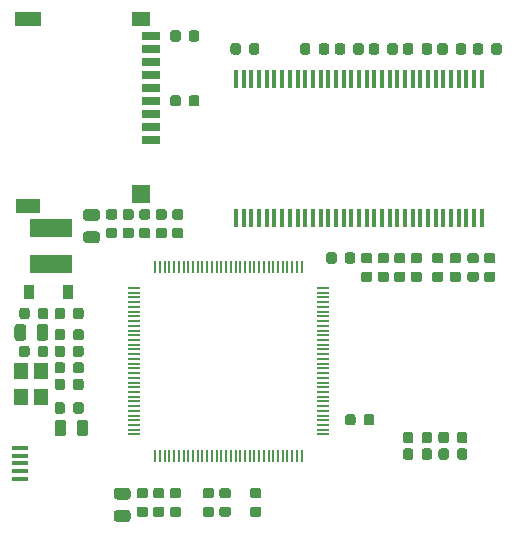
<source format=gbr>
G04 #@! TF.GenerationSoftware,KiCad,Pcbnew,(5.1.5)-3*
G04 #@! TF.CreationDate,2020-06-11T13:52:00+08:00*
G04 #@! TF.ProjectId,imx233-core,696d7832-3333-42d6-936f-72652e6b6963,rev?*
G04 #@! TF.SameCoordinates,Original*
G04 #@! TF.FileFunction,Paste,Top*
G04 #@! TF.FilePolarity,Positive*
%FSLAX46Y46*%
G04 Gerber Fmt 4.6, Leading zero omitted, Abs format (unit mm)*
G04 Created by KiCad (PCBNEW (5.1.5)-3) date 2020-06-11 13:52:00*
%MOMM*%
%LPD*%
G04 APERTURE LIST*
%ADD10R,1.600000X0.700000*%
%ADD11R,1.500000X1.200000*%
%ADD12R,1.500000X1.600000*%
%ADD13R,2.000000X1.200000*%
%ADD14R,2.200000X1.200000*%
%ADD15R,1.350000X0.400000*%
%ADD16C,0.100000*%
%ADD17R,0.320000X1.600000*%
%ADD18R,1.200000X1.400000*%
%ADD19R,3.600000X1.500000*%
%ADD20R,0.900000X1.200000*%
%ADD21R,1.000000X0.220000*%
%ADD22R,0.220000X1.000000*%
G04 APERTURE END LIST*
D10*
X87086000Y-88456000D03*
X87086000Y-89556000D03*
X87086000Y-90656000D03*
X87086000Y-91756000D03*
X87086000Y-92856000D03*
X87086000Y-93956000D03*
X87086000Y-95056000D03*
X87086000Y-96156000D03*
X87086000Y-97256000D03*
D11*
X86286000Y-87056000D03*
D12*
X86286000Y-101856000D03*
D13*
X76686000Y-102856000D03*
D14*
X76686000Y-87056000D03*
D15*
X76048500Y-124006000D03*
X76048500Y-123356000D03*
X76048500Y-125956000D03*
X76048500Y-125306000D03*
X76048500Y-124656000D03*
D16*
G36*
X81213691Y-116082053D02*
G01*
X81234926Y-116085203D01*
X81255750Y-116090419D01*
X81275962Y-116097651D01*
X81295368Y-116106830D01*
X81313781Y-116117866D01*
X81331024Y-116130654D01*
X81346930Y-116145070D01*
X81361346Y-116160976D01*
X81374134Y-116178219D01*
X81385170Y-116196632D01*
X81394349Y-116216038D01*
X81401581Y-116236250D01*
X81406797Y-116257074D01*
X81409947Y-116278309D01*
X81411000Y-116299750D01*
X81411000Y-116812250D01*
X81409947Y-116833691D01*
X81406797Y-116854926D01*
X81401581Y-116875750D01*
X81394349Y-116895962D01*
X81385170Y-116915368D01*
X81374134Y-116933781D01*
X81361346Y-116951024D01*
X81346930Y-116966930D01*
X81331024Y-116981346D01*
X81313781Y-116994134D01*
X81295368Y-117005170D01*
X81275962Y-117014349D01*
X81255750Y-117021581D01*
X81234926Y-117026797D01*
X81213691Y-117029947D01*
X81192250Y-117031000D01*
X80754750Y-117031000D01*
X80733309Y-117029947D01*
X80712074Y-117026797D01*
X80691250Y-117021581D01*
X80671038Y-117014349D01*
X80651632Y-117005170D01*
X80633219Y-116994134D01*
X80615976Y-116981346D01*
X80600070Y-116966930D01*
X80585654Y-116951024D01*
X80572866Y-116933781D01*
X80561830Y-116915368D01*
X80552651Y-116895962D01*
X80545419Y-116875750D01*
X80540203Y-116854926D01*
X80537053Y-116833691D01*
X80536000Y-116812250D01*
X80536000Y-116299750D01*
X80537053Y-116278309D01*
X80540203Y-116257074D01*
X80545419Y-116236250D01*
X80552651Y-116216038D01*
X80561830Y-116196632D01*
X80572866Y-116178219D01*
X80585654Y-116160976D01*
X80600070Y-116145070D01*
X80615976Y-116130654D01*
X80633219Y-116117866D01*
X80651632Y-116106830D01*
X80671038Y-116097651D01*
X80691250Y-116090419D01*
X80712074Y-116085203D01*
X80733309Y-116082053D01*
X80754750Y-116081000D01*
X81192250Y-116081000D01*
X81213691Y-116082053D01*
G37*
G36*
X79638691Y-116082053D02*
G01*
X79659926Y-116085203D01*
X79680750Y-116090419D01*
X79700962Y-116097651D01*
X79720368Y-116106830D01*
X79738781Y-116117866D01*
X79756024Y-116130654D01*
X79771930Y-116145070D01*
X79786346Y-116160976D01*
X79799134Y-116178219D01*
X79810170Y-116196632D01*
X79819349Y-116216038D01*
X79826581Y-116236250D01*
X79831797Y-116257074D01*
X79834947Y-116278309D01*
X79836000Y-116299750D01*
X79836000Y-116812250D01*
X79834947Y-116833691D01*
X79831797Y-116854926D01*
X79826581Y-116875750D01*
X79819349Y-116895962D01*
X79810170Y-116915368D01*
X79799134Y-116933781D01*
X79786346Y-116951024D01*
X79771930Y-116966930D01*
X79756024Y-116981346D01*
X79738781Y-116994134D01*
X79720368Y-117005170D01*
X79700962Y-117014349D01*
X79680750Y-117021581D01*
X79659926Y-117026797D01*
X79638691Y-117029947D01*
X79617250Y-117031000D01*
X79179750Y-117031000D01*
X79158309Y-117029947D01*
X79137074Y-117026797D01*
X79116250Y-117021581D01*
X79096038Y-117014349D01*
X79076632Y-117005170D01*
X79058219Y-116994134D01*
X79040976Y-116981346D01*
X79025070Y-116966930D01*
X79010654Y-116951024D01*
X78997866Y-116933781D01*
X78986830Y-116915368D01*
X78977651Y-116895962D01*
X78970419Y-116875750D01*
X78965203Y-116854926D01*
X78962053Y-116833691D01*
X78961000Y-116812250D01*
X78961000Y-116299750D01*
X78962053Y-116278309D01*
X78965203Y-116257074D01*
X78970419Y-116236250D01*
X78977651Y-116216038D01*
X78986830Y-116196632D01*
X78997866Y-116178219D01*
X79010654Y-116160976D01*
X79025070Y-116145070D01*
X79040976Y-116130654D01*
X79058219Y-116117866D01*
X79076632Y-116106830D01*
X79096038Y-116097651D01*
X79116250Y-116090419D01*
X79137074Y-116085203D01*
X79158309Y-116082053D01*
X79179750Y-116081000D01*
X79617250Y-116081000D01*
X79638691Y-116082053D01*
G37*
G36*
X96263691Y-126732053D02*
G01*
X96284926Y-126735203D01*
X96305750Y-126740419D01*
X96325962Y-126747651D01*
X96345368Y-126756830D01*
X96363781Y-126767866D01*
X96381024Y-126780654D01*
X96396930Y-126795070D01*
X96411346Y-126810976D01*
X96424134Y-126828219D01*
X96435170Y-126846632D01*
X96444349Y-126866038D01*
X96451581Y-126886250D01*
X96456797Y-126907074D01*
X96459947Y-126928309D01*
X96461000Y-126949750D01*
X96461000Y-127387250D01*
X96459947Y-127408691D01*
X96456797Y-127429926D01*
X96451581Y-127450750D01*
X96444349Y-127470962D01*
X96435170Y-127490368D01*
X96424134Y-127508781D01*
X96411346Y-127526024D01*
X96396930Y-127541930D01*
X96381024Y-127556346D01*
X96363781Y-127569134D01*
X96345368Y-127580170D01*
X96325962Y-127589349D01*
X96305750Y-127596581D01*
X96284926Y-127601797D01*
X96263691Y-127604947D01*
X96242250Y-127606000D01*
X95729750Y-127606000D01*
X95708309Y-127604947D01*
X95687074Y-127601797D01*
X95666250Y-127596581D01*
X95646038Y-127589349D01*
X95626632Y-127580170D01*
X95608219Y-127569134D01*
X95590976Y-127556346D01*
X95575070Y-127541930D01*
X95560654Y-127526024D01*
X95547866Y-127508781D01*
X95536830Y-127490368D01*
X95527651Y-127470962D01*
X95520419Y-127450750D01*
X95515203Y-127429926D01*
X95512053Y-127408691D01*
X95511000Y-127387250D01*
X95511000Y-126949750D01*
X95512053Y-126928309D01*
X95515203Y-126907074D01*
X95520419Y-126886250D01*
X95527651Y-126866038D01*
X95536830Y-126846632D01*
X95547866Y-126828219D01*
X95560654Y-126810976D01*
X95575070Y-126795070D01*
X95590976Y-126780654D01*
X95608219Y-126767866D01*
X95626632Y-126756830D01*
X95646038Y-126747651D01*
X95666250Y-126740419D01*
X95687074Y-126735203D01*
X95708309Y-126732053D01*
X95729750Y-126731000D01*
X96242250Y-126731000D01*
X96263691Y-126732053D01*
G37*
G36*
X96263691Y-128307053D02*
G01*
X96284926Y-128310203D01*
X96305750Y-128315419D01*
X96325962Y-128322651D01*
X96345368Y-128331830D01*
X96363781Y-128342866D01*
X96381024Y-128355654D01*
X96396930Y-128370070D01*
X96411346Y-128385976D01*
X96424134Y-128403219D01*
X96435170Y-128421632D01*
X96444349Y-128441038D01*
X96451581Y-128461250D01*
X96456797Y-128482074D01*
X96459947Y-128503309D01*
X96461000Y-128524750D01*
X96461000Y-128962250D01*
X96459947Y-128983691D01*
X96456797Y-129004926D01*
X96451581Y-129025750D01*
X96444349Y-129045962D01*
X96435170Y-129065368D01*
X96424134Y-129083781D01*
X96411346Y-129101024D01*
X96396930Y-129116930D01*
X96381024Y-129131346D01*
X96363781Y-129144134D01*
X96345368Y-129155170D01*
X96325962Y-129164349D01*
X96305750Y-129171581D01*
X96284926Y-129176797D01*
X96263691Y-129179947D01*
X96242250Y-129181000D01*
X95729750Y-129181000D01*
X95708309Y-129179947D01*
X95687074Y-129176797D01*
X95666250Y-129171581D01*
X95646038Y-129164349D01*
X95626632Y-129155170D01*
X95608219Y-129144134D01*
X95590976Y-129131346D01*
X95575070Y-129116930D01*
X95560654Y-129101024D01*
X95547866Y-129083781D01*
X95536830Y-129065368D01*
X95527651Y-129045962D01*
X95520419Y-129025750D01*
X95515203Y-129004926D01*
X95512053Y-128983691D01*
X95511000Y-128962250D01*
X95511000Y-128524750D01*
X95512053Y-128503309D01*
X95515203Y-128482074D01*
X95520419Y-128461250D01*
X95527651Y-128441038D01*
X95536830Y-128421632D01*
X95547866Y-128403219D01*
X95560654Y-128385976D01*
X95575070Y-128370070D01*
X95590976Y-128355654D01*
X95608219Y-128342866D01*
X95626632Y-128331830D01*
X95646038Y-128322651D01*
X95666250Y-128315419D01*
X95687074Y-128310203D01*
X95708309Y-128307053D01*
X95729750Y-128306000D01*
X96242250Y-128306000D01*
X96263691Y-128307053D01*
G37*
D17*
X115125000Y-103846000D03*
X115125000Y-92086000D03*
X114475000Y-103846000D03*
X114475000Y-92086000D03*
X113825000Y-103846000D03*
X113825000Y-92086000D03*
X113175000Y-103846000D03*
X113175000Y-92086000D03*
X112525000Y-103846000D03*
X112525000Y-92086000D03*
X111875000Y-103846000D03*
X111875000Y-92086000D03*
X111225000Y-103846000D03*
X111225000Y-92086000D03*
X110575000Y-103846000D03*
X110575000Y-92086000D03*
X109925000Y-103846000D03*
X109925000Y-92086000D03*
X109275000Y-103846000D03*
X109275000Y-92086000D03*
X108625000Y-103846000D03*
X108625000Y-92086000D03*
X107975000Y-103846000D03*
X107975000Y-92086000D03*
X107325000Y-103846000D03*
X107325000Y-92086000D03*
X106675000Y-103846000D03*
X106675000Y-92086000D03*
X106025000Y-103846000D03*
X106025000Y-92086000D03*
X105375000Y-103846000D03*
X105375000Y-92086000D03*
X104725000Y-103846000D03*
X104725000Y-92086000D03*
X104075000Y-103846000D03*
X104075000Y-92086000D03*
X103425000Y-103846000D03*
X103425000Y-92086000D03*
X102775000Y-103846000D03*
X102775000Y-92086000D03*
X102125000Y-103846000D03*
X102125000Y-92086000D03*
X101475000Y-103846000D03*
X101475000Y-92086000D03*
X100825000Y-103846000D03*
X100825000Y-92086000D03*
X100175000Y-103846000D03*
X100175000Y-92086000D03*
X99525000Y-103846000D03*
X99525000Y-92086000D03*
X98875000Y-103846000D03*
X98875000Y-92086000D03*
X98225000Y-103846000D03*
X98225000Y-92086000D03*
X97575000Y-103846000D03*
X97575000Y-92086000D03*
X96925000Y-103846000D03*
X96925000Y-92086000D03*
X96275000Y-103846000D03*
X96275000Y-92086000D03*
X95625000Y-103846000D03*
X95625000Y-92086000D03*
X94975000Y-103846000D03*
X94975000Y-92086000D03*
X94325000Y-103846000D03*
X94325000Y-92086000D03*
D16*
G36*
X107813691Y-89082053D02*
G01*
X107834926Y-89085203D01*
X107855750Y-89090419D01*
X107875962Y-89097651D01*
X107895368Y-89106830D01*
X107913781Y-89117866D01*
X107931024Y-89130654D01*
X107946930Y-89145070D01*
X107961346Y-89160976D01*
X107974134Y-89178219D01*
X107985170Y-89196632D01*
X107994349Y-89216038D01*
X108001581Y-89236250D01*
X108006797Y-89257074D01*
X108009947Y-89278309D01*
X108011000Y-89299750D01*
X108011000Y-89812250D01*
X108009947Y-89833691D01*
X108006797Y-89854926D01*
X108001581Y-89875750D01*
X107994349Y-89895962D01*
X107985170Y-89915368D01*
X107974134Y-89933781D01*
X107961346Y-89951024D01*
X107946930Y-89966930D01*
X107931024Y-89981346D01*
X107913781Y-89994134D01*
X107895368Y-90005170D01*
X107875962Y-90014349D01*
X107855750Y-90021581D01*
X107834926Y-90026797D01*
X107813691Y-90029947D01*
X107792250Y-90031000D01*
X107354750Y-90031000D01*
X107333309Y-90029947D01*
X107312074Y-90026797D01*
X107291250Y-90021581D01*
X107271038Y-90014349D01*
X107251632Y-90005170D01*
X107233219Y-89994134D01*
X107215976Y-89981346D01*
X107200070Y-89966930D01*
X107185654Y-89951024D01*
X107172866Y-89933781D01*
X107161830Y-89915368D01*
X107152651Y-89895962D01*
X107145419Y-89875750D01*
X107140203Y-89854926D01*
X107137053Y-89833691D01*
X107136000Y-89812250D01*
X107136000Y-89299750D01*
X107137053Y-89278309D01*
X107140203Y-89257074D01*
X107145419Y-89236250D01*
X107152651Y-89216038D01*
X107161830Y-89196632D01*
X107172866Y-89178219D01*
X107185654Y-89160976D01*
X107200070Y-89145070D01*
X107215976Y-89130654D01*
X107233219Y-89117866D01*
X107251632Y-89106830D01*
X107271038Y-89097651D01*
X107291250Y-89090419D01*
X107312074Y-89085203D01*
X107333309Y-89082053D01*
X107354750Y-89081000D01*
X107792250Y-89081000D01*
X107813691Y-89082053D01*
G37*
G36*
X106238691Y-89082053D02*
G01*
X106259926Y-89085203D01*
X106280750Y-89090419D01*
X106300962Y-89097651D01*
X106320368Y-89106830D01*
X106338781Y-89117866D01*
X106356024Y-89130654D01*
X106371930Y-89145070D01*
X106386346Y-89160976D01*
X106399134Y-89178219D01*
X106410170Y-89196632D01*
X106419349Y-89216038D01*
X106426581Y-89236250D01*
X106431797Y-89257074D01*
X106434947Y-89278309D01*
X106436000Y-89299750D01*
X106436000Y-89812250D01*
X106434947Y-89833691D01*
X106431797Y-89854926D01*
X106426581Y-89875750D01*
X106419349Y-89895962D01*
X106410170Y-89915368D01*
X106399134Y-89933781D01*
X106386346Y-89951024D01*
X106371930Y-89966930D01*
X106356024Y-89981346D01*
X106338781Y-89994134D01*
X106320368Y-90005170D01*
X106300962Y-90014349D01*
X106280750Y-90021581D01*
X106259926Y-90026797D01*
X106238691Y-90029947D01*
X106217250Y-90031000D01*
X105779750Y-90031000D01*
X105758309Y-90029947D01*
X105737074Y-90026797D01*
X105716250Y-90021581D01*
X105696038Y-90014349D01*
X105676632Y-90005170D01*
X105658219Y-89994134D01*
X105640976Y-89981346D01*
X105625070Y-89966930D01*
X105610654Y-89951024D01*
X105597866Y-89933781D01*
X105586830Y-89915368D01*
X105577651Y-89895962D01*
X105570419Y-89875750D01*
X105565203Y-89854926D01*
X105562053Y-89833691D01*
X105561000Y-89812250D01*
X105561000Y-89299750D01*
X105562053Y-89278309D01*
X105565203Y-89257074D01*
X105570419Y-89236250D01*
X105577651Y-89216038D01*
X105586830Y-89196632D01*
X105597866Y-89178219D01*
X105610654Y-89160976D01*
X105625070Y-89145070D01*
X105640976Y-89130654D01*
X105658219Y-89117866D01*
X105676632Y-89106830D01*
X105696038Y-89097651D01*
X105716250Y-89090419D01*
X105737074Y-89085203D01*
X105758309Y-89082053D01*
X105779750Y-89081000D01*
X106217250Y-89081000D01*
X106238691Y-89082053D01*
G37*
G36*
X104213691Y-106782053D02*
G01*
X104234926Y-106785203D01*
X104255750Y-106790419D01*
X104275962Y-106797651D01*
X104295368Y-106806830D01*
X104313781Y-106817866D01*
X104331024Y-106830654D01*
X104346930Y-106845070D01*
X104361346Y-106860976D01*
X104374134Y-106878219D01*
X104385170Y-106896632D01*
X104394349Y-106916038D01*
X104401581Y-106936250D01*
X104406797Y-106957074D01*
X104409947Y-106978309D01*
X104411000Y-106999750D01*
X104411000Y-107512250D01*
X104409947Y-107533691D01*
X104406797Y-107554926D01*
X104401581Y-107575750D01*
X104394349Y-107595962D01*
X104385170Y-107615368D01*
X104374134Y-107633781D01*
X104361346Y-107651024D01*
X104346930Y-107666930D01*
X104331024Y-107681346D01*
X104313781Y-107694134D01*
X104295368Y-107705170D01*
X104275962Y-107714349D01*
X104255750Y-107721581D01*
X104234926Y-107726797D01*
X104213691Y-107729947D01*
X104192250Y-107731000D01*
X103754750Y-107731000D01*
X103733309Y-107729947D01*
X103712074Y-107726797D01*
X103691250Y-107721581D01*
X103671038Y-107714349D01*
X103651632Y-107705170D01*
X103633219Y-107694134D01*
X103615976Y-107681346D01*
X103600070Y-107666930D01*
X103585654Y-107651024D01*
X103572866Y-107633781D01*
X103561830Y-107615368D01*
X103552651Y-107595962D01*
X103545419Y-107575750D01*
X103540203Y-107554926D01*
X103537053Y-107533691D01*
X103536000Y-107512250D01*
X103536000Y-106999750D01*
X103537053Y-106978309D01*
X103540203Y-106957074D01*
X103545419Y-106936250D01*
X103552651Y-106916038D01*
X103561830Y-106896632D01*
X103572866Y-106878219D01*
X103585654Y-106860976D01*
X103600070Y-106845070D01*
X103615976Y-106830654D01*
X103633219Y-106817866D01*
X103651632Y-106806830D01*
X103671038Y-106797651D01*
X103691250Y-106790419D01*
X103712074Y-106785203D01*
X103733309Y-106782053D01*
X103754750Y-106781000D01*
X104192250Y-106781000D01*
X104213691Y-106782053D01*
G37*
G36*
X102638691Y-106782053D02*
G01*
X102659926Y-106785203D01*
X102680750Y-106790419D01*
X102700962Y-106797651D01*
X102720368Y-106806830D01*
X102738781Y-106817866D01*
X102756024Y-106830654D01*
X102771930Y-106845070D01*
X102786346Y-106860976D01*
X102799134Y-106878219D01*
X102810170Y-106896632D01*
X102819349Y-106916038D01*
X102826581Y-106936250D01*
X102831797Y-106957074D01*
X102834947Y-106978309D01*
X102836000Y-106999750D01*
X102836000Y-107512250D01*
X102834947Y-107533691D01*
X102831797Y-107554926D01*
X102826581Y-107575750D01*
X102819349Y-107595962D01*
X102810170Y-107615368D01*
X102799134Y-107633781D01*
X102786346Y-107651024D01*
X102771930Y-107666930D01*
X102756024Y-107681346D01*
X102738781Y-107694134D01*
X102720368Y-107705170D01*
X102700962Y-107714349D01*
X102680750Y-107721581D01*
X102659926Y-107726797D01*
X102638691Y-107729947D01*
X102617250Y-107731000D01*
X102179750Y-107731000D01*
X102158309Y-107729947D01*
X102137074Y-107726797D01*
X102116250Y-107721581D01*
X102096038Y-107714349D01*
X102076632Y-107705170D01*
X102058219Y-107694134D01*
X102040976Y-107681346D01*
X102025070Y-107666930D01*
X102010654Y-107651024D01*
X101997866Y-107633781D01*
X101986830Y-107615368D01*
X101977651Y-107595962D01*
X101970419Y-107575750D01*
X101965203Y-107554926D01*
X101962053Y-107533691D01*
X101961000Y-107512250D01*
X101961000Y-106999750D01*
X101962053Y-106978309D01*
X101965203Y-106957074D01*
X101970419Y-106936250D01*
X101977651Y-106916038D01*
X101986830Y-106896632D01*
X101997866Y-106878219D01*
X102010654Y-106860976D01*
X102025070Y-106845070D01*
X102040976Y-106830654D01*
X102058219Y-106817866D01*
X102076632Y-106806830D01*
X102096038Y-106797651D01*
X102116250Y-106790419D01*
X102137074Y-106785203D01*
X102158309Y-106782053D01*
X102179750Y-106781000D01*
X102617250Y-106781000D01*
X102638691Y-106782053D01*
G37*
G36*
X109138691Y-123382053D02*
G01*
X109159926Y-123385203D01*
X109180750Y-123390419D01*
X109200962Y-123397651D01*
X109220368Y-123406830D01*
X109238781Y-123417866D01*
X109256024Y-123430654D01*
X109271930Y-123445070D01*
X109286346Y-123460976D01*
X109299134Y-123478219D01*
X109310170Y-123496632D01*
X109319349Y-123516038D01*
X109326581Y-123536250D01*
X109331797Y-123557074D01*
X109334947Y-123578309D01*
X109336000Y-123599750D01*
X109336000Y-124112250D01*
X109334947Y-124133691D01*
X109331797Y-124154926D01*
X109326581Y-124175750D01*
X109319349Y-124195962D01*
X109310170Y-124215368D01*
X109299134Y-124233781D01*
X109286346Y-124251024D01*
X109271930Y-124266930D01*
X109256024Y-124281346D01*
X109238781Y-124294134D01*
X109220368Y-124305170D01*
X109200962Y-124314349D01*
X109180750Y-124321581D01*
X109159926Y-124326797D01*
X109138691Y-124329947D01*
X109117250Y-124331000D01*
X108679750Y-124331000D01*
X108658309Y-124329947D01*
X108637074Y-124326797D01*
X108616250Y-124321581D01*
X108596038Y-124314349D01*
X108576632Y-124305170D01*
X108558219Y-124294134D01*
X108540976Y-124281346D01*
X108525070Y-124266930D01*
X108510654Y-124251024D01*
X108497866Y-124233781D01*
X108486830Y-124215368D01*
X108477651Y-124195962D01*
X108470419Y-124175750D01*
X108465203Y-124154926D01*
X108462053Y-124133691D01*
X108461000Y-124112250D01*
X108461000Y-123599750D01*
X108462053Y-123578309D01*
X108465203Y-123557074D01*
X108470419Y-123536250D01*
X108477651Y-123516038D01*
X108486830Y-123496632D01*
X108497866Y-123478219D01*
X108510654Y-123460976D01*
X108525070Y-123445070D01*
X108540976Y-123430654D01*
X108558219Y-123417866D01*
X108576632Y-123406830D01*
X108596038Y-123397651D01*
X108616250Y-123390419D01*
X108637074Y-123385203D01*
X108658309Y-123382053D01*
X108679750Y-123381000D01*
X109117250Y-123381000D01*
X109138691Y-123382053D01*
G37*
G36*
X110713691Y-123382053D02*
G01*
X110734926Y-123385203D01*
X110755750Y-123390419D01*
X110775962Y-123397651D01*
X110795368Y-123406830D01*
X110813781Y-123417866D01*
X110831024Y-123430654D01*
X110846930Y-123445070D01*
X110861346Y-123460976D01*
X110874134Y-123478219D01*
X110885170Y-123496632D01*
X110894349Y-123516038D01*
X110901581Y-123536250D01*
X110906797Y-123557074D01*
X110909947Y-123578309D01*
X110911000Y-123599750D01*
X110911000Y-124112250D01*
X110909947Y-124133691D01*
X110906797Y-124154926D01*
X110901581Y-124175750D01*
X110894349Y-124195962D01*
X110885170Y-124215368D01*
X110874134Y-124233781D01*
X110861346Y-124251024D01*
X110846930Y-124266930D01*
X110831024Y-124281346D01*
X110813781Y-124294134D01*
X110795368Y-124305170D01*
X110775962Y-124314349D01*
X110755750Y-124321581D01*
X110734926Y-124326797D01*
X110713691Y-124329947D01*
X110692250Y-124331000D01*
X110254750Y-124331000D01*
X110233309Y-124329947D01*
X110212074Y-124326797D01*
X110191250Y-124321581D01*
X110171038Y-124314349D01*
X110151632Y-124305170D01*
X110133219Y-124294134D01*
X110115976Y-124281346D01*
X110100070Y-124266930D01*
X110085654Y-124251024D01*
X110072866Y-124233781D01*
X110061830Y-124215368D01*
X110052651Y-124195962D01*
X110045419Y-124175750D01*
X110040203Y-124154926D01*
X110037053Y-124133691D01*
X110036000Y-124112250D01*
X110036000Y-123599750D01*
X110037053Y-123578309D01*
X110040203Y-123557074D01*
X110045419Y-123536250D01*
X110052651Y-123516038D01*
X110061830Y-123496632D01*
X110072866Y-123478219D01*
X110085654Y-123460976D01*
X110100070Y-123445070D01*
X110115976Y-123430654D01*
X110133219Y-123417866D01*
X110151632Y-123406830D01*
X110171038Y-123397651D01*
X110191250Y-123390419D01*
X110212074Y-123385203D01*
X110233309Y-123382053D01*
X110254750Y-123381000D01*
X110692250Y-123381000D01*
X110713691Y-123382053D01*
G37*
G36*
X78226191Y-111482053D02*
G01*
X78247426Y-111485203D01*
X78268250Y-111490419D01*
X78288462Y-111497651D01*
X78307868Y-111506830D01*
X78326281Y-111517866D01*
X78343524Y-111530654D01*
X78359430Y-111545070D01*
X78373846Y-111560976D01*
X78386634Y-111578219D01*
X78397670Y-111596632D01*
X78406849Y-111616038D01*
X78414081Y-111636250D01*
X78419297Y-111657074D01*
X78422447Y-111678309D01*
X78423500Y-111699750D01*
X78423500Y-112212250D01*
X78422447Y-112233691D01*
X78419297Y-112254926D01*
X78414081Y-112275750D01*
X78406849Y-112295962D01*
X78397670Y-112315368D01*
X78386634Y-112333781D01*
X78373846Y-112351024D01*
X78359430Y-112366930D01*
X78343524Y-112381346D01*
X78326281Y-112394134D01*
X78307868Y-112405170D01*
X78288462Y-112414349D01*
X78268250Y-112421581D01*
X78247426Y-112426797D01*
X78226191Y-112429947D01*
X78204750Y-112431000D01*
X77767250Y-112431000D01*
X77745809Y-112429947D01*
X77724574Y-112426797D01*
X77703750Y-112421581D01*
X77683538Y-112414349D01*
X77664132Y-112405170D01*
X77645719Y-112394134D01*
X77628476Y-112381346D01*
X77612570Y-112366930D01*
X77598154Y-112351024D01*
X77585366Y-112333781D01*
X77574330Y-112315368D01*
X77565151Y-112295962D01*
X77557919Y-112275750D01*
X77552703Y-112254926D01*
X77549553Y-112233691D01*
X77548500Y-112212250D01*
X77548500Y-111699750D01*
X77549553Y-111678309D01*
X77552703Y-111657074D01*
X77557919Y-111636250D01*
X77565151Y-111616038D01*
X77574330Y-111596632D01*
X77585366Y-111578219D01*
X77598154Y-111560976D01*
X77612570Y-111545070D01*
X77628476Y-111530654D01*
X77645719Y-111517866D01*
X77664132Y-111506830D01*
X77683538Y-111497651D01*
X77703750Y-111490419D01*
X77724574Y-111485203D01*
X77745809Y-111482053D01*
X77767250Y-111481000D01*
X78204750Y-111481000D01*
X78226191Y-111482053D01*
G37*
G36*
X76651191Y-111482053D02*
G01*
X76672426Y-111485203D01*
X76693250Y-111490419D01*
X76713462Y-111497651D01*
X76732868Y-111506830D01*
X76751281Y-111517866D01*
X76768524Y-111530654D01*
X76784430Y-111545070D01*
X76798846Y-111560976D01*
X76811634Y-111578219D01*
X76822670Y-111596632D01*
X76831849Y-111616038D01*
X76839081Y-111636250D01*
X76844297Y-111657074D01*
X76847447Y-111678309D01*
X76848500Y-111699750D01*
X76848500Y-112212250D01*
X76847447Y-112233691D01*
X76844297Y-112254926D01*
X76839081Y-112275750D01*
X76831849Y-112295962D01*
X76822670Y-112315368D01*
X76811634Y-112333781D01*
X76798846Y-112351024D01*
X76784430Y-112366930D01*
X76768524Y-112381346D01*
X76751281Y-112394134D01*
X76732868Y-112405170D01*
X76713462Y-112414349D01*
X76693250Y-112421581D01*
X76672426Y-112426797D01*
X76651191Y-112429947D01*
X76629750Y-112431000D01*
X76192250Y-112431000D01*
X76170809Y-112429947D01*
X76149574Y-112426797D01*
X76128750Y-112421581D01*
X76108538Y-112414349D01*
X76089132Y-112405170D01*
X76070719Y-112394134D01*
X76053476Y-112381346D01*
X76037570Y-112366930D01*
X76023154Y-112351024D01*
X76010366Y-112333781D01*
X75999330Y-112315368D01*
X75990151Y-112295962D01*
X75982919Y-112275750D01*
X75977703Y-112254926D01*
X75974553Y-112233691D01*
X75973500Y-112212250D01*
X75973500Y-111699750D01*
X75974553Y-111678309D01*
X75977703Y-111657074D01*
X75982919Y-111636250D01*
X75990151Y-111616038D01*
X75999330Y-111596632D01*
X76010366Y-111578219D01*
X76023154Y-111560976D01*
X76037570Y-111545070D01*
X76053476Y-111530654D01*
X76070719Y-111517866D01*
X76089132Y-111506830D01*
X76108538Y-111497651D01*
X76128750Y-111490419D01*
X76149574Y-111485203D01*
X76170809Y-111482053D01*
X76192250Y-111481000D01*
X76629750Y-111481000D01*
X76651191Y-111482053D01*
G37*
G36*
X79716142Y-120957174D02*
G01*
X79739803Y-120960684D01*
X79763007Y-120966496D01*
X79785529Y-120974554D01*
X79807153Y-120984782D01*
X79827670Y-120997079D01*
X79846883Y-121011329D01*
X79864607Y-121027393D01*
X79880671Y-121045117D01*
X79894921Y-121064330D01*
X79907218Y-121084847D01*
X79917446Y-121106471D01*
X79925504Y-121128993D01*
X79931316Y-121152197D01*
X79934826Y-121175858D01*
X79936000Y-121199750D01*
X79936000Y-122112250D01*
X79934826Y-122136142D01*
X79931316Y-122159803D01*
X79925504Y-122183007D01*
X79917446Y-122205529D01*
X79907218Y-122227153D01*
X79894921Y-122247670D01*
X79880671Y-122266883D01*
X79864607Y-122284607D01*
X79846883Y-122300671D01*
X79827670Y-122314921D01*
X79807153Y-122327218D01*
X79785529Y-122337446D01*
X79763007Y-122345504D01*
X79739803Y-122351316D01*
X79716142Y-122354826D01*
X79692250Y-122356000D01*
X79204750Y-122356000D01*
X79180858Y-122354826D01*
X79157197Y-122351316D01*
X79133993Y-122345504D01*
X79111471Y-122337446D01*
X79089847Y-122327218D01*
X79069330Y-122314921D01*
X79050117Y-122300671D01*
X79032393Y-122284607D01*
X79016329Y-122266883D01*
X79002079Y-122247670D01*
X78989782Y-122227153D01*
X78979554Y-122205529D01*
X78971496Y-122183007D01*
X78965684Y-122159803D01*
X78962174Y-122136142D01*
X78961000Y-122112250D01*
X78961000Y-121199750D01*
X78962174Y-121175858D01*
X78965684Y-121152197D01*
X78971496Y-121128993D01*
X78979554Y-121106471D01*
X78989782Y-121084847D01*
X79002079Y-121064330D01*
X79016329Y-121045117D01*
X79032393Y-121027393D01*
X79050117Y-121011329D01*
X79069330Y-120997079D01*
X79089847Y-120984782D01*
X79111471Y-120974554D01*
X79133993Y-120966496D01*
X79157197Y-120960684D01*
X79180858Y-120957174D01*
X79204750Y-120956000D01*
X79692250Y-120956000D01*
X79716142Y-120957174D01*
G37*
G36*
X81591142Y-120957174D02*
G01*
X81614803Y-120960684D01*
X81638007Y-120966496D01*
X81660529Y-120974554D01*
X81682153Y-120984782D01*
X81702670Y-120997079D01*
X81721883Y-121011329D01*
X81739607Y-121027393D01*
X81755671Y-121045117D01*
X81769921Y-121064330D01*
X81782218Y-121084847D01*
X81792446Y-121106471D01*
X81800504Y-121128993D01*
X81806316Y-121152197D01*
X81809826Y-121175858D01*
X81811000Y-121199750D01*
X81811000Y-122112250D01*
X81809826Y-122136142D01*
X81806316Y-122159803D01*
X81800504Y-122183007D01*
X81792446Y-122205529D01*
X81782218Y-122227153D01*
X81769921Y-122247670D01*
X81755671Y-122266883D01*
X81739607Y-122284607D01*
X81721883Y-122300671D01*
X81702670Y-122314921D01*
X81682153Y-122327218D01*
X81660529Y-122337446D01*
X81638007Y-122345504D01*
X81614803Y-122351316D01*
X81591142Y-122354826D01*
X81567250Y-122356000D01*
X81079750Y-122356000D01*
X81055858Y-122354826D01*
X81032197Y-122351316D01*
X81008993Y-122345504D01*
X80986471Y-122337446D01*
X80964847Y-122327218D01*
X80944330Y-122314921D01*
X80925117Y-122300671D01*
X80907393Y-122284607D01*
X80891329Y-122266883D01*
X80877079Y-122247670D01*
X80864782Y-122227153D01*
X80854554Y-122205529D01*
X80846496Y-122183007D01*
X80840684Y-122159803D01*
X80837174Y-122136142D01*
X80836000Y-122112250D01*
X80836000Y-121199750D01*
X80837174Y-121175858D01*
X80840684Y-121152197D01*
X80846496Y-121128993D01*
X80854554Y-121106471D01*
X80864782Y-121084847D01*
X80877079Y-121064330D01*
X80891329Y-121045117D01*
X80907393Y-121027393D01*
X80925117Y-121011329D01*
X80944330Y-120997079D01*
X80964847Y-120984782D01*
X80986471Y-120974554D01*
X81008993Y-120966496D01*
X81032197Y-120960684D01*
X81055858Y-120957174D01*
X81079750Y-120956000D01*
X81567250Y-120956000D01*
X81591142Y-120957174D01*
G37*
G36*
X96101191Y-89082053D02*
G01*
X96122426Y-89085203D01*
X96143250Y-89090419D01*
X96163462Y-89097651D01*
X96182868Y-89106830D01*
X96201281Y-89117866D01*
X96218524Y-89130654D01*
X96234430Y-89145070D01*
X96248846Y-89160976D01*
X96261634Y-89178219D01*
X96272670Y-89196632D01*
X96281849Y-89216038D01*
X96289081Y-89236250D01*
X96294297Y-89257074D01*
X96297447Y-89278309D01*
X96298500Y-89299750D01*
X96298500Y-89812250D01*
X96297447Y-89833691D01*
X96294297Y-89854926D01*
X96289081Y-89875750D01*
X96281849Y-89895962D01*
X96272670Y-89915368D01*
X96261634Y-89933781D01*
X96248846Y-89951024D01*
X96234430Y-89966930D01*
X96218524Y-89981346D01*
X96201281Y-89994134D01*
X96182868Y-90005170D01*
X96163462Y-90014349D01*
X96143250Y-90021581D01*
X96122426Y-90026797D01*
X96101191Y-90029947D01*
X96079750Y-90031000D01*
X95642250Y-90031000D01*
X95620809Y-90029947D01*
X95599574Y-90026797D01*
X95578750Y-90021581D01*
X95558538Y-90014349D01*
X95539132Y-90005170D01*
X95520719Y-89994134D01*
X95503476Y-89981346D01*
X95487570Y-89966930D01*
X95473154Y-89951024D01*
X95460366Y-89933781D01*
X95449330Y-89915368D01*
X95440151Y-89895962D01*
X95432919Y-89875750D01*
X95427703Y-89854926D01*
X95424553Y-89833691D01*
X95423500Y-89812250D01*
X95423500Y-89299750D01*
X95424553Y-89278309D01*
X95427703Y-89257074D01*
X95432919Y-89236250D01*
X95440151Y-89216038D01*
X95449330Y-89196632D01*
X95460366Y-89178219D01*
X95473154Y-89160976D01*
X95487570Y-89145070D01*
X95503476Y-89130654D01*
X95520719Y-89117866D01*
X95539132Y-89106830D01*
X95558538Y-89097651D01*
X95578750Y-89090419D01*
X95599574Y-89085203D01*
X95620809Y-89082053D01*
X95642250Y-89081000D01*
X96079750Y-89081000D01*
X96101191Y-89082053D01*
G37*
G36*
X94526191Y-89082053D02*
G01*
X94547426Y-89085203D01*
X94568250Y-89090419D01*
X94588462Y-89097651D01*
X94607868Y-89106830D01*
X94626281Y-89117866D01*
X94643524Y-89130654D01*
X94659430Y-89145070D01*
X94673846Y-89160976D01*
X94686634Y-89178219D01*
X94697670Y-89196632D01*
X94706849Y-89216038D01*
X94714081Y-89236250D01*
X94719297Y-89257074D01*
X94722447Y-89278309D01*
X94723500Y-89299750D01*
X94723500Y-89812250D01*
X94722447Y-89833691D01*
X94719297Y-89854926D01*
X94714081Y-89875750D01*
X94706849Y-89895962D01*
X94697670Y-89915368D01*
X94686634Y-89933781D01*
X94673846Y-89951024D01*
X94659430Y-89966930D01*
X94643524Y-89981346D01*
X94626281Y-89994134D01*
X94607868Y-90005170D01*
X94588462Y-90014349D01*
X94568250Y-90021581D01*
X94547426Y-90026797D01*
X94526191Y-90029947D01*
X94504750Y-90031000D01*
X94067250Y-90031000D01*
X94045809Y-90029947D01*
X94024574Y-90026797D01*
X94003750Y-90021581D01*
X93983538Y-90014349D01*
X93964132Y-90005170D01*
X93945719Y-89994134D01*
X93928476Y-89981346D01*
X93912570Y-89966930D01*
X93898154Y-89951024D01*
X93885366Y-89933781D01*
X93874330Y-89915368D01*
X93865151Y-89895962D01*
X93857919Y-89875750D01*
X93852703Y-89854926D01*
X93849553Y-89833691D01*
X93848500Y-89812250D01*
X93848500Y-89299750D01*
X93849553Y-89278309D01*
X93852703Y-89257074D01*
X93857919Y-89236250D01*
X93865151Y-89216038D01*
X93874330Y-89196632D01*
X93885366Y-89178219D01*
X93898154Y-89160976D01*
X93912570Y-89145070D01*
X93928476Y-89130654D01*
X93945719Y-89117866D01*
X93964132Y-89106830D01*
X93983538Y-89097651D01*
X94003750Y-89090419D01*
X94024574Y-89085203D01*
X94045809Y-89082053D01*
X94067250Y-89081000D01*
X94504750Y-89081000D01*
X94526191Y-89082053D01*
G37*
G36*
X105663691Y-108407053D02*
G01*
X105684926Y-108410203D01*
X105705750Y-108415419D01*
X105725962Y-108422651D01*
X105745368Y-108431830D01*
X105763781Y-108442866D01*
X105781024Y-108455654D01*
X105796930Y-108470070D01*
X105811346Y-108485976D01*
X105824134Y-108503219D01*
X105835170Y-108521632D01*
X105844349Y-108541038D01*
X105851581Y-108561250D01*
X105856797Y-108582074D01*
X105859947Y-108603309D01*
X105861000Y-108624750D01*
X105861000Y-109062250D01*
X105859947Y-109083691D01*
X105856797Y-109104926D01*
X105851581Y-109125750D01*
X105844349Y-109145962D01*
X105835170Y-109165368D01*
X105824134Y-109183781D01*
X105811346Y-109201024D01*
X105796930Y-109216930D01*
X105781024Y-109231346D01*
X105763781Y-109244134D01*
X105745368Y-109255170D01*
X105725962Y-109264349D01*
X105705750Y-109271581D01*
X105684926Y-109276797D01*
X105663691Y-109279947D01*
X105642250Y-109281000D01*
X105129750Y-109281000D01*
X105108309Y-109279947D01*
X105087074Y-109276797D01*
X105066250Y-109271581D01*
X105046038Y-109264349D01*
X105026632Y-109255170D01*
X105008219Y-109244134D01*
X104990976Y-109231346D01*
X104975070Y-109216930D01*
X104960654Y-109201024D01*
X104947866Y-109183781D01*
X104936830Y-109165368D01*
X104927651Y-109145962D01*
X104920419Y-109125750D01*
X104915203Y-109104926D01*
X104912053Y-109083691D01*
X104911000Y-109062250D01*
X104911000Y-108624750D01*
X104912053Y-108603309D01*
X104915203Y-108582074D01*
X104920419Y-108561250D01*
X104927651Y-108541038D01*
X104936830Y-108521632D01*
X104947866Y-108503219D01*
X104960654Y-108485976D01*
X104975070Y-108470070D01*
X104990976Y-108455654D01*
X105008219Y-108442866D01*
X105026632Y-108431830D01*
X105046038Y-108422651D01*
X105066250Y-108415419D01*
X105087074Y-108410203D01*
X105108309Y-108407053D01*
X105129750Y-108406000D01*
X105642250Y-108406000D01*
X105663691Y-108407053D01*
G37*
G36*
X105663691Y-106832053D02*
G01*
X105684926Y-106835203D01*
X105705750Y-106840419D01*
X105725962Y-106847651D01*
X105745368Y-106856830D01*
X105763781Y-106867866D01*
X105781024Y-106880654D01*
X105796930Y-106895070D01*
X105811346Y-106910976D01*
X105824134Y-106928219D01*
X105835170Y-106946632D01*
X105844349Y-106966038D01*
X105851581Y-106986250D01*
X105856797Y-107007074D01*
X105859947Y-107028309D01*
X105861000Y-107049750D01*
X105861000Y-107487250D01*
X105859947Y-107508691D01*
X105856797Y-107529926D01*
X105851581Y-107550750D01*
X105844349Y-107570962D01*
X105835170Y-107590368D01*
X105824134Y-107608781D01*
X105811346Y-107626024D01*
X105796930Y-107641930D01*
X105781024Y-107656346D01*
X105763781Y-107669134D01*
X105745368Y-107680170D01*
X105725962Y-107689349D01*
X105705750Y-107696581D01*
X105684926Y-107701797D01*
X105663691Y-107704947D01*
X105642250Y-107706000D01*
X105129750Y-107706000D01*
X105108309Y-107704947D01*
X105087074Y-107701797D01*
X105066250Y-107696581D01*
X105046038Y-107689349D01*
X105026632Y-107680170D01*
X105008219Y-107669134D01*
X104990976Y-107656346D01*
X104975070Y-107641930D01*
X104960654Y-107626024D01*
X104947866Y-107608781D01*
X104936830Y-107590368D01*
X104927651Y-107570962D01*
X104920419Y-107550750D01*
X104915203Y-107529926D01*
X104912053Y-107508691D01*
X104911000Y-107487250D01*
X104911000Y-107049750D01*
X104912053Y-107028309D01*
X104915203Y-107007074D01*
X104920419Y-106986250D01*
X104927651Y-106966038D01*
X104936830Y-106946632D01*
X104947866Y-106928219D01*
X104960654Y-106910976D01*
X104975070Y-106895070D01*
X104990976Y-106880654D01*
X105008219Y-106867866D01*
X105026632Y-106856830D01*
X105046038Y-106847651D01*
X105066250Y-106840419D01*
X105087074Y-106835203D01*
X105108309Y-106832053D01*
X105129750Y-106831000D01*
X105642250Y-106831000D01*
X105663691Y-106832053D01*
G37*
G36*
X108463691Y-106832053D02*
G01*
X108484926Y-106835203D01*
X108505750Y-106840419D01*
X108525962Y-106847651D01*
X108545368Y-106856830D01*
X108563781Y-106867866D01*
X108581024Y-106880654D01*
X108596930Y-106895070D01*
X108611346Y-106910976D01*
X108624134Y-106928219D01*
X108635170Y-106946632D01*
X108644349Y-106966038D01*
X108651581Y-106986250D01*
X108656797Y-107007074D01*
X108659947Y-107028309D01*
X108661000Y-107049750D01*
X108661000Y-107487250D01*
X108659947Y-107508691D01*
X108656797Y-107529926D01*
X108651581Y-107550750D01*
X108644349Y-107570962D01*
X108635170Y-107590368D01*
X108624134Y-107608781D01*
X108611346Y-107626024D01*
X108596930Y-107641930D01*
X108581024Y-107656346D01*
X108563781Y-107669134D01*
X108545368Y-107680170D01*
X108525962Y-107689349D01*
X108505750Y-107696581D01*
X108484926Y-107701797D01*
X108463691Y-107704947D01*
X108442250Y-107706000D01*
X107929750Y-107706000D01*
X107908309Y-107704947D01*
X107887074Y-107701797D01*
X107866250Y-107696581D01*
X107846038Y-107689349D01*
X107826632Y-107680170D01*
X107808219Y-107669134D01*
X107790976Y-107656346D01*
X107775070Y-107641930D01*
X107760654Y-107626024D01*
X107747866Y-107608781D01*
X107736830Y-107590368D01*
X107727651Y-107570962D01*
X107720419Y-107550750D01*
X107715203Y-107529926D01*
X107712053Y-107508691D01*
X107711000Y-107487250D01*
X107711000Y-107049750D01*
X107712053Y-107028309D01*
X107715203Y-107007074D01*
X107720419Y-106986250D01*
X107727651Y-106966038D01*
X107736830Y-106946632D01*
X107747866Y-106928219D01*
X107760654Y-106910976D01*
X107775070Y-106895070D01*
X107790976Y-106880654D01*
X107808219Y-106867866D01*
X107826632Y-106856830D01*
X107846038Y-106847651D01*
X107866250Y-106840419D01*
X107887074Y-106835203D01*
X107908309Y-106832053D01*
X107929750Y-106831000D01*
X108442250Y-106831000D01*
X108463691Y-106832053D01*
G37*
G36*
X108463691Y-108407053D02*
G01*
X108484926Y-108410203D01*
X108505750Y-108415419D01*
X108525962Y-108422651D01*
X108545368Y-108431830D01*
X108563781Y-108442866D01*
X108581024Y-108455654D01*
X108596930Y-108470070D01*
X108611346Y-108485976D01*
X108624134Y-108503219D01*
X108635170Y-108521632D01*
X108644349Y-108541038D01*
X108651581Y-108561250D01*
X108656797Y-108582074D01*
X108659947Y-108603309D01*
X108661000Y-108624750D01*
X108661000Y-109062250D01*
X108659947Y-109083691D01*
X108656797Y-109104926D01*
X108651581Y-109125750D01*
X108644349Y-109145962D01*
X108635170Y-109165368D01*
X108624134Y-109183781D01*
X108611346Y-109201024D01*
X108596930Y-109216930D01*
X108581024Y-109231346D01*
X108563781Y-109244134D01*
X108545368Y-109255170D01*
X108525962Y-109264349D01*
X108505750Y-109271581D01*
X108484926Y-109276797D01*
X108463691Y-109279947D01*
X108442250Y-109281000D01*
X107929750Y-109281000D01*
X107908309Y-109279947D01*
X107887074Y-109276797D01*
X107866250Y-109271581D01*
X107846038Y-109264349D01*
X107826632Y-109255170D01*
X107808219Y-109244134D01*
X107790976Y-109231346D01*
X107775070Y-109216930D01*
X107760654Y-109201024D01*
X107747866Y-109183781D01*
X107736830Y-109165368D01*
X107727651Y-109145962D01*
X107720419Y-109125750D01*
X107715203Y-109104926D01*
X107712053Y-109083691D01*
X107711000Y-109062250D01*
X107711000Y-108624750D01*
X107712053Y-108603309D01*
X107715203Y-108582074D01*
X107720419Y-108561250D01*
X107727651Y-108541038D01*
X107736830Y-108521632D01*
X107747866Y-108503219D01*
X107760654Y-108485976D01*
X107775070Y-108470070D01*
X107790976Y-108455654D01*
X107808219Y-108442866D01*
X107826632Y-108431830D01*
X107846038Y-108422651D01*
X107866250Y-108415419D01*
X107887074Y-108410203D01*
X107908309Y-108407053D01*
X107929750Y-108406000D01*
X108442250Y-108406000D01*
X108463691Y-108407053D01*
G37*
G36*
X102001191Y-89082053D02*
G01*
X102022426Y-89085203D01*
X102043250Y-89090419D01*
X102063462Y-89097651D01*
X102082868Y-89106830D01*
X102101281Y-89117866D01*
X102118524Y-89130654D01*
X102134430Y-89145070D01*
X102148846Y-89160976D01*
X102161634Y-89178219D01*
X102172670Y-89196632D01*
X102181849Y-89216038D01*
X102189081Y-89236250D01*
X102194297Y-89257074D01*
X102197447Y-89278309D01*
X102198500Y-89299750D01*
X102198500Y-89812250D01*
X102197447Y-89833691D01*
X102194297Y-89854926D01*
X102189081Y-89875750D01*
X102181849Y-89895962D01*
X102172670Y-89915368D01*
X102161634Y-89933781D01*
X102148846Y-89951024D01*
X102134430Y-89966930D01*
X102118524Y-89981346D01*
X102101281Y-89994134D01*
X102082868Y-90005170D01*
X102063462Y-90014349D01*
X102043250Y-90021581D01*
X102022426Y-90026797D01*
X102001191Y-90029947D01*
X101979750Y-90031000D01*
X101542250Y-90031000D01*
X101520809Y-90029947D01*
X101499574Y-90026797D01*
X101478750Y-90021581D01*
X101458538Y-90014349D01*
X101439132Y-90005170D01*
X101420719Y-89994134D01*
X101403476Y-89981346D01*
X101387570Y-89966930D01*
X101373154Y-89951024D01*
X101360366Y-89933781D01*
X101349330Y-89915368D01*
X101340151Y-89895962D01*
X101332919Y-89875750D01*
X101327703Y-89854926D01*
X101324553Y-89833691D01*
X101323500Y-89812250D01*
X101323500Y-89299750D01*
X101324553Y-89278309D01*
X101327703Y-89257074D01*
X101332919Y-89236250D01*
X101340151Y-89216038D01*
X101349330Y-89196632D01*
X101360366Y-89178219D01*
X101373154Y-89160976D01*
X101387570Y-89145070D01*
X101403476Y-89130654D01*
X101420719Y-89117866D01*
X101439132Y-89106830D01*
X101458538Y-89097651D01*
X101478750Y-89090419D01*
X101499574Y-89085203D01*
X101520809Y-89082053D01*
X101542250Y-89081000D01*
X101979750Y-89081000D01*
X102001191Y-89082053D01*
G37*
G36*
X100426191Y-89082053D02*
G01*
X100447426Y-89085203D01*
X100468250Y-89090419D01*
X100488462Y-89097651D01*
X100507868Y-89106830D01*
X100526281Y-89117866D01*
X100543524Y-89130654D01*
X100559430Y-89145070D01*
X100573846Y-89160976D01*
X100586634Y-89178219D01*
X100597670Y-89196632D01*
X100606849Y-89216038D01*
X100614081Y-89236250D01*
X100619297Y-89257074D01*
X100622447Y-89278309D01*
X100623500Y-89299750D01*
X100623500Y-89812250D01*
X100622447Y-89833691D01*
X100619297Y-89854926D01*
X100614081Y-89875750D01*
X100606849Y-89895962D01*
X100597670Y-89915368D01*
X100586634Y-89933781D01*
X100573846Y-89951024D01*
X100559430Y-89966930D01*
X100543524Y-89981346D01*
X100526281Y-89994134D01*
X100507868Y-90005170D01*
X100488462Y-90014349D01*
X100468250Y-90021581D01*
X100447426Y-90026797D01*
X100426191Y-90029947D01*
X100404750Y-90031000D01*
X99967250Y-90031000D01*
X99945809Y-90029947D01*
X99924574Y-90026797D01*
X99903750Y-90021581D01*
X99883538Y-90014349D01*
X99864132Y-90005170D01*
X99845719Y-89994134D01*
X99828476Y-89981346D01*
X99812570Y-89966930D01*
X99798154Y-89951024D01*
X99785366Y-89933781D01*
X99774330Y-89915368D01*
X99765151Y-89895962D01*
X99757919Y-89875750D01*
X99752703Y-89854926D01*
X99749553Y-89833691D01*
X99748500Y-89812250D01*
X99748500Y-89299750D01*
X99749553Y-89278309D01*
X99752703Y-89257074D01*
X99757919Y-89236250D01*
X99765151Y-89216038D01*
X99774330Y-89196632D01*
X99785366Y-89178219D01*
X99798154Y-89160976D01*
X99812570Y-89145070D01*
X99828476Y-89130654D01*
X99845719Y-89117866D01*
X99864132Y-89106830D01*
X99883538Y-89097651D01*
X99903750Y-89090419D01*
X99924574Y-89085203D01*
X99945809Y-89082053D01*
X99967250Y-89081000D01*
X100404750Y-89081000D01*
X100426191Y-89082053D01*
G37*
G36*
X112138691Y-121982053D02*
G01*
X112159926Y-121985203D01*
X112180750Y-121990419D01*
X112200962Y-121997651D01*
X112220368Y-122006830D01*
X112238781Y-122017866D01*
X112256024Y-122030654D01*
X112271930Y-122045070D01*
X112286346Y-122060976D01*
X112299134Y-122078219D01*
X112310170Y-122096632D01*
X112319349Y-122116038D01*
X112326581Y-122136250D01*
X112331797Y-122157074D01*
X112334947Y-122178309D01*
X112336000Y-122199750D01*
X112336000Y-122712250D01*
X112334947Y-122733691D01*
X112331797Y-122754926D01*
X112326581Y-122775750D01*
X112319349Y-122795962D01*
X112310170Y-122815368D01*
X112299134Y-122833781D01*
X112286346Y-122851024D01*
X112271930Y-122866930D01*
X112256024Y-122881346D01*
X112238781Y-122894134D01*
X112220368Y-122905170D01*
X112200962Y-122914349D01*
X112180750Y-122921581D01*
X112159926Y-122926797D01*
X112138691Y-122929947D01*
X112117250Y-122931000D01*
X111679750Y-122931000D01*
X111658309Y-122929947D01*
X111637074Y-122926797D01*
X111616250Y-122921581D01*
X111596038Y-122914349D01*
X111576632Y-122905170D01*
X111558219Y-122894134D01*
X111540976Y-122881346D01*
X111525070Y-122866930D01*
X111510654Y-122851024D01*
X111497866Y-122833781D01*
X111486830Y-122815368D01*
X111477651Y-122795962D01*
X111470419Y-122775750D01*
X111465203Y-122754926D01*
X111462053Y-122733691D01*
X111461000Y-122712250D01*
X111461000Y-122199750D01*
X111462053Y-122178309D01*
X111465203Y-122157074D01*
X111470419Y-122136250D01*
X111477651Y-122116038D01*
X111486830Y-122096632D01*
X111497866Y-122078219D01*
X111510654Y-122060976D01*
X111525070Y-122045070D01*
X111540976Y-122030654D01*
X111558219Y-122017866D01*
X111576632Y-122006830D01*
X111596038Y-121997651D01*
X111616250Y-121990419D01*
X111637074Y-121985203D01*
X111658309Y-121982053D01*
X111679750Y-121981000D01*
X112117250Y-121981000D01*
X112138691Y-121982053D01*
G37*
G36*
X113713691Y-121982053D02*
G01*
X113734926Y-121985203D01*
X113755750Y-121990419D01*
X113775962Y-121997651D01*
X113795368Y-122006830D01*
X113813781Y-122017866D01*
X113831024Y-122030654D01*
X113846930Y-122045070D01*
X113861346Y-122060976D01*
X113874134Y-122078219D01*
X113885170Y-122096632D01*
X113894349Y-122116038D01*
X113901581Y-122136250D01*
X113906797Y-122157074D01*
X113909947Y-122178309D01*
X113911000Y-122199750D01*
X113911000Y-122712250D01*
X113909947Y-122733691D01*
X113906797Y-122754926D01*
X113901581Y-122775750D01*
X113894349Y-122795962D01*
X113885170Y-122815368D01*
X113874134Y-122833781D01*
X113861346Y-122851024D01*
X113846930Y-122866930D01*
X113831024Y-122881346D01*
X113813781Y-122894134D01*
X113795368Y-122905170D01*
X113775962Y-122914349D01*
X113755750Y-122921581D01*
X113734926Y-122926797D01*
X113713691Y-122929947D01*
X113692250Y-122931000D01*
X113254750Y-122931000D01*
X113233309Y-122929947D01*
X113212074Y-122926797D01*
X113191250Y-122921581D01*
X113171038Y-122914349D01*
X113151632Y-122905170D01*
X113133219Y-122894134D01*
X113115976Y-122881346D01*
X113100070Y-122866930D01*
X113085654Y-122851024D01*
X113072866Y-122833781D01*
X113061830Y-122815368D01*
X113052651Y-122795962D01*
X113045419Y-122775750D01*
X113040203Y-122754926D01*
X113037053Y-122733691D01*
X113036000Y-122712250D01*
X113036000Y-122199750D01*
X113037053Y-122178309D01*
X113040203Y-122157074D01*
X113045419Y-122136250D01*
X113052651Y-122116038D01*
X113061830Y-122096632D01*
X113072866Y-122078219D01*
X113085654Y-122060976D01*
X113100070Y-122045070D01*
X113115976Y-122030654D01*
X113133219Y-122017866D01*
X113151632Y-122006830D01*
X113171038Y-121997651D01*
X113191250Y-121990419D01*
X113212074Y-121985203D01*
X113233309Y-121982053D01*
X113254750Y-121981000D01*
X113692250Y-121981000D01*
X113713691Y-121982053D01*
G37*
G36*
X92263691Y-126732053D02*
G01*
X92284926Y-126735203D01*
X92305750Y-126740419D01*
X92325962Y-126747651D01*
X92345368Y-126756830D01*
X92363781Y-126767866D01*
X92381024Y-126780654D01*
X92396930Y-126795070D01*
X92411346Y-126810976D01*
X92424134Y-126828219D01*
X92435170Y-126846632D01*
X92444349Y-126866038D01*
X92451581Y-126886250D01*
X92456797Y-126907074D01*
X92459947Y-126928309D01*
X92461000Y-126949750D01*
X92461000Y-127387250D01*
X92459947Y-127408691D01*
X92456797Y-127429926D01*
X92451581Y-127450750D01*
X92444349Y-127470962D01*
X92435170Y-127490368D01*
X92424134Y-127508781D01*
X92411346Y-127526024D01*
X92396930Y-127541930D01*
X92381024Y-127556346D01*
X92363781Y-127569134D01*
X92345368Y-127580170D01*
X92325962Y-127589349D01*
X92305750Y-127596581D01*
X92284926Y-127601797D01*
X92263691Y-127604947D01*
X92242250Y-127606000D01*
X91729750Y-127606000D01*
X91708309Y-127604947D01*
X91687074Y-127601797D01*
X91666250Y-127596581D01*
X91646038Y-127589349D01*
X91626632Y-127580170D01*
X91608219Y-127569134D01*
X91590976Y-127556346D01*
X91575070Y-127541930D01*
X91560654Y-127526024D01*
X91547866Y-127508781D01*
X91536830Y-127490368D01*
X91527651Y-127470962D01*
X91520419Y-127450750D01*
X91515203Y-127429926D01*
X91512053Y-127408691D01*
X91511000Y-127387250D01*
X91511000Y-126949750D01*
X91512053Y-126928309D01*
X91515203Y-126907074D01*
X91520419Y-126886250D01*
X91527651Y-126866038D01*
X91536830Y-126846632D01*
X91547866Y-126828219D01*
X91560654Y-126810976D01*
X91575070Y-126795070D01*
X91590976Y-126780654D01*
X91608219Y-126767866D01*
X91626632Y-126756830D01*
X91646038Y-126747651D01*
X91666250Y-126740419D01*
X91687074Y-126735203D01*
X91708309Y-126732053D01*
X91729750Y-126731000D01*
X92242250Y-126731000D01*
X92263691Y-126732053D01*
G37*
G36*
X92263691Y-128307053D02*
G01*
X92284926Y-128310203D01*
X92305750Y-128315419D01*
X92325962Y-128322651D01*
X92345368Y-128331830D01*
X92363781Y-128342866D01*
X92381024Y-128355654D01*
X92396930Y-128370070D01*
X92411346Y-128385976D01*
X92424134Y-128403219D01*
X92435170Y-128421632D01*
X92444349Y-128441038D01*
X92451581Y-128461250D01*
X92456797Y-128482074D01*
X92459947Y-128503309D01*
X92461000Y-128524750D01*
X92461000Y-128962250D01*
X92459947Y-128983691D01*
X92456797Y-129004926D01*
X92451581Y-129025750D01*
X92444349Y-129045962D01*
X92435170Y-129065368D01*
X92424134Y-129083781D01*
X92411346Y-129101024D01*
X92396930Y-129116930D01*
X92381024Y-129131346D01*
X92363781Y-129144134D01*
X92345368Y-129155170D01*
X92325962Y-129164349D01*
X92305750Y-129171581D01*
X92284926Y-129176797D01*
X92263691Y-129179947D01*
X92242250Y-129181000D01*
X91729750Y-129181000D01*
X91708309Y-129179947D01*
X91687074Y-129176797D01*
X91666250Y-129171581D01*
X91646038Y-129164349D01*
X91626632Y-129155170D01*
X91608219Y-129144134D01*
X91590976Y-129131346D01*
X91575070Y-129116930D01*
X91560654Y-129101024D01*
X91547866Y-129083781D01*
X91536830Y-129065368D01*
X91527651Y-129045962D01*
X91520419Y-129025750D01*
X91515203Y-129004926D01*
X91512053Y-128983691D01*
X91511000Y-128962250D01*
X91511000Y-128524750D01*
X91512053Y-128503309D01*
X91515203Y-128482074D01*
X91520419Y-128461250D01*
X91527651Y-128441038D01*
X91536830Y-128421632D01*
X91547866Y-128403219D01*
X91560654Y-128385976D01*
X91575070Y-128370070D01*
X91590976Y-128355654D01*
X91608219Y-128342866D01*
X91626632Y-128331830D01*
X91646038Y-128322651D01*
X91666250Y-128315419D01*
X91687074Y-128310203D01*
X91708309Y-128307053D01*
X91729750Y-128306000D01*
X92242250Y-128306000D01*
X92263691Y-128307053D01*
G37*
G36*
X89463691Y-126732053D02*
G01*
X89484926Y-126735203D01*
X89505750Y-126740419D01*
X89525962Y-126747651D01*
X89545368Y-126756830D01*
X89563781Y-126767866D01*
X89581024Y-126780654D01*
X89596930Y-126795070D01*
X89611346Y-126810976D01*
X89624134Y-126828219D01*
X89635170Y-126846632D01*
X89644349Y-126866038D01*
X89651581Y-126886250D01*
X89656797Y-126907074D01*
X89659947Y-126928309D01*
X89661000Y-126949750D01*
X89661000Y-127387250D01*
X89659947Y-127408691D01*
X89656797Y-127429926D01*
X89651581Y-127450750D01*
X89644349Y-127470962D01*
X89635170Y-127490368D01*
X89624134Y-127508781D01*
X89611346Y-127526024D01*
X89596930Y-127541930D01*
X89581024Y-127556346D01*
X89563781Y-127569134D01*
X89545368Y-127580170D01*
X89525962Y-127589349D01*
X89505750Y-127596581D01*
X89484926Y-127601797D01*
X89463691Y-127604947D01*
X89442250Y-127606000D01*
X88929750Y-127606000D01*
X88908309Y-127604947D01*
X88887074Y-127601797D01*
X88866250Y-127596581D01*
X88846038Y-127589349D01*
X88826632Y-127580170D01*
X88808219Y-127569134D01*
X88790976Y-127556346D01*
X88775070Y-127541930D01*
X88760654Y-127526024D01*
X88747866Y-127508781D01*
X88736830Y-127490368D01*
X88727651Y-127470962D01*
X88720419Y-127450750D01*
X88715203Y-127429926D01*
X88712053Y-127408691D01*
X88711000Y-127387250D01*
X88711000Y-126949750D01*
X88712053Y-126928309D01*
X88715203Y-126907074D01*
X88720419Y-126886250D01*
X88727651Y-126866038D01*
X88736830Y-126846632D01*
X88747866Y-126828219D01*
X88760654Y-126810976D01*
X88775070Y-126795070D01*
X88790976Y-126780654D01*
X88808219Y-126767866D01*
X88826632Y-126756830D01*
X88846038Y-126747651D01*
X88866250Y-126740419D01*
X88887074Y-126735203D01*
X88908309Y-126732053D01*
X88929750Y-126731000D01*
X89442250Y-126731000D01*
X89463691Y-126732053D01*
G37*
G36*
X89463691Y-128307053D02*
G01*
X89484926Y-128310203D01*
X89505750Y-128315419D01*
X89525962Y-128322651D01*
X89545368Y-128331830D01*
X89563781Y-128342866D01*
X89581024Y-128355654D01*
X89596930Y-128370070D01*
X89611346Y-128385976D01*
X89624134Y-128403219D01*
X89635170Y-128421632D01*
X89644349Y-128441038D01*
X89651581Y-128461250D01*
X89656797Y-128482074D01*
X89659947Y-128503309D01*
X89661000Y-128524750D01*
X89661000Y-128962250D01*
X89659947Y-128983691D01*
X89656797Y-129004926D01*
X89651581Y-129025750D01*
X89644349Y-129045962D01*
X89635170Y-129065368D01*
X89624134Y-129083781D01*
X89611346Y-129101024D01*
X89596930Y-129116930D01*
X89581024Y-129131346D01*
X89563781Y-129144134D01*
X89545368Y-129155170D01*
X89525962Y-129164349D01*
X89505750Y-129171581D01*
X89484926Y-129176797D01*
X89463691Y-129179947D01*
X89442250Y-129181000D01*
X88929750Y-129181000D01*
X88908309Y-129179947D01*
X88887074Y-129176797D01*
X88866250Y-129171581D01*
X88846038Y-129164349D01*
X88826632Y-129155170D01*
X88808219Y-129144134D01*
X88790976Y-129131346D01*
X88775070Y-129116930D01*
X88760654Y-129101024D01*
X88747866Y-129083781D01*
X88736830Y-129065368D01*
X88727651Y-129045962D01*
X88720419Y-129025750D01*
X88715203Y-129004926D01*
X88712053Y-128983691D01*
X88711000Y-128962250D01*
X88711000Y-128524750D01*
X88712053Y-128503309D01*
X88715203Y-128482074D01*
X88720419Y-128461250D01*
X88727651Y-128441038D01*
X88736830Y-128421632D01*
X88747866Y-128403219D01*
X88760654Y-128385976D01*
X88775070Y-128370070D01*
X88790976Y-128355654D01*
X88808219Y-128342866D01*
X88826632Y-128331830D01*
X88846038Y-128322651D01*
X88866250Y-128315419D01*
X88887074Y-128310203D01*
X88908309Y-128307053D01*
X88929750Y-128306000D01*
X89442250Y-128306000D01*
X89463691Y-128307053D01*
G37*
G36*
X88063691Y-126732053D02*
G01*
X88084926Y-126735203D01*
X88105750Y-126740419D01*
X88125962Y-126747651D01*
X88145368Y-126756830D01*
X88163781Y-126767866D01*
X88181024Y-126780654D01*
X88196930Y-126795070D01*
X88211346Y-126810976D01*
X88224134Y-126828219D01*
X88235170Y-126846632D01*
X88244349Y-126866038D01*
X88251581Y-126886250D01*
X88256797Y-126907074D01*
X88259947Y-126928309D01*
X88261000Y-126949750D01*
X88261000Y-127387250D01*
X88259947Y-127408691D01*
X88256797Y-127429926D01*
X88251581Y-127450750D01*
X88244349Y-127470962D01*
X88235170Y-127490368D01*
X88224134Y-127508781D01*
X88211346Y-127526024D01*
X88196930Y-127541930D01*
X88181024Y-127556346D01*
X88163781Y-127569134D01*
X88145368Y-127580170D01*
X88125962Y-127589349D01*
X88105750Y-127596581D01*
X88084926Y-127601797D01*
X88063691Y-127604947D01*
X88042250Y-127606000D01*
X87529750Y-127606000D01*
X87508309Y-127604947D01*
X87487074Y-127601797D01*
X87466250Y-127596581D01*
X87446038Y-127589349D01*
X87426632Y-127580170D01*
X87408219Y-127569134D01*
X87390976Y-127556346D01*
X87375070Y-127541930D01*
X87360654Y-127526024D01*
X87347866Y-127508781D01*
X87336830Y-127490368D01*
X87327651Y-127470962D01*
X87320419Y-127450750D01*
X87315203Y-127429926D01*
X87312053Y-127408691D01*
X87311000Y-127387250D01*
X87311000Y-126949750D01*
X87312053Y-126928309D01*
X87315203Y-126907074D01*
X87320419Y-126886250D01*
X87327651Y-126866038D01*
X87336830Y-126846632D01*
X87347866Y-126828219D01*
X87360654Y-126810976D01*
X87375070Y-126795070D01*
X87390976Y-126780654D01*
X87408219Y-126767866D01*
X87426632Y-126756830D01*
X87446038Y-126747651D01*
X87466250Y-126740419D01*
X87487074Y-126735203D01*
X87508309Y-126732053D01*
X87529750Y-126731000D01*
X88042250Y-126731000D01*
X88063691Y-126732053D01*
G37*
G36*
X88063691Y-128307053D02*
G01*
X88084926Y-128310203D01*
X88105750Y-128315419D01*
X88125962Y-128322651D01*
X88145368Y-128331830D01*
X88163781Y-128342866D01*
X88181024Y-128355654D01*
X88196930Y-128370070D01*
X88211346Y-128385976D01*
X88224134Y-128403219D01*
X88235170Y-128421632D01*
X88244349Y-128441038D01*
X88251581Y-128461250D01*
X88256797Y-128482074D01*
X88259947Y-128503309D01*
X88261000Y-128524750D01*
X88261000Y-128962250D01*
X88259947Y-128983691D01*
X88256797Y-129004926D01*
X88251581Y-129025750D01*
X88244349Y-129045962D01*
X88235170Y-129065368D01*
X88224134Y-129083781D01*
X88211346Y-129101024D01*
X88196930Y-129116930D01*
X88181024Y-129131346D01*
X88163781Y-129144134D01*
X88145368Y-129155170D01*
X88125962Y-129164349D01*
X88105750Y-129171581D01*
X88084926Y-129176797D01*
X88063691Y-129179947D01*
X88042250Y-129181000D01*
X87529750Y-129181000D01*
X87508309Y-129179947D01*
X87487074Y-129176797D01*
X87466250Y-129171581D01*
X87446038Y-129164349D01*
X87426632Y-129155170D01*
X87408219Y-129144134D01*
X87390976Y-129131346D01*
X87375070Y-129116930D01*
X87360654Y-129101024D01*
X87347866Y-129083781D01*
X87336830Y-129065368D01*
X87327651Y-129045962D01*
X87320419Y-129025750D01*
X87315203Y-129004926D01*
X87312053Y-128983691D01*
X87311000Y-128962250D01*
X87311000Y-128524750D01*
X87312053Y-128503309D01*
X87315203Y-128482074D01*
X87320419Y-128461250D01*
X87327651Y-128441038D01*
X87336830Y-128421632D01*
X87347866Y-128403219D01*
X87360654Y-128385976D01*
X87375070Y-128370070D01*
X87390976Y-128355654D01*
X87408219Y-128342866D01*
X87426632Y-128331830D01*
X87446038Y-128322651D01*
X87466250Y-128315419D01*
X87487074Y-128310203D01*
X87508309Y-128307053D01*
X87529750Y-128306000D01*
X88042250Y-128306000D01*
X88063691Y-128307053D01*
G37*
G36*
X93663691Y-126732053D02*
G01*
X93684926Y-126735203D01*
X93705750Y-126740419D01*
X93725962Y-126747651D01*
X93745368Y-126756830D01*
X93763781Y-126767866D01*
X93781024Y-126780654D01*
X93796930Y-126795070D01*
X93811346Y-126810976D01*
X93824134Y-126828219D01*
X93835170Y-126846632D01*
X93844349Y-126866038D01*
X93851581Y-126886250D01*
X93856797Y-126907074D01*
X93859947Y-126928309D01*
X93861000Y-126949750D01*
X93861000Y-127387250D01*
X93859947Y-127408691D01*
X93856797Y-127429926D01*
X93851581Y-127450750D01*
X93844349Y-127470962D01*
X93835170Y-127490368D01*
X93824134Y-127508781D01*
X93811346Y-127526024D01*
X93796930Y-127541930D01*
X93781024Y-127556346D01*
X93763781Y-127569134D01*
X93745368Y-127580170D01*
X93725962Y-127589349D01*
X93705750Y-127596581D01*
X93684926Y-127601797D01*
X93663691Y-127604947D01*
X93642250Y-127606000D01*
X93129750Y-127606000D01*
X93108309Y-127604947D01*
X93087074Y-127601797D01*
X93066250Y-127596581D01*
X93046038Y-127589349D01*
X93026632Y-127580170D01*
X93008219Y-127569134D01*
X92990976Y-127556346D01*
X92975070Y-127541930D01*
X92960654Y-127526024D01*
X92947866Y-127508781D01*
X92936830Y-127490368D01*
X92927651Y-127470962D01*
X92920419Y-127450750D01*
X92915203Y-127429926D01*
X92912053Y-127408691D01*
X92911000Y-127387250D01*
X92911000Y-126949750D01*
X92912053Y-126928309D01*
X92915203Y-126907074D01*
X92920419Y-126886250D01*
X92927651Y-126866038D01*
X92936830Y-126846632D01*
X92947866Y-126828219D01*
X92960654Y-126810976D01*
X92975070Y-126795070D01*
X92990976Y-126780654D01*
X93008219Y-126767866D01*
X93026632Y-126756830D01*
X93046038Y-126747651D01*
X93066250Y-126740419D01*
X93087074Y-126735203D01*
X93108309Y-126732053D01*
X93129750Y-126731000D01*
X93642250Y-126731000D01*
X93663691Y-126732053D01*
G37*
G36*
X93663691Y-128307053D02*
G01*
X93684926Y-128310203D01*
X93705750Y-128315419D01*
X93725962Y-128322651D01*
X93745368Y-128331830D01*
X93763781Y-128342866D01*
X93781024Y-128355654D01*
X93796930Y-128370070D01*
X93811346Y-128385976D01*
X93824134Y-128403219D01*
X93835170Y-128421632D01*
X93844349Y-128441038D01*
X93851581Y-128461250D01*
X93856797Y-128482074D01*
X93859947Y-128503309D01*
X93861000Y-128524750D01*
X93861000Y-128962250D01*
X93859947Y-128983691D01*
X93856797Y-129004926D01*
X93851581Y-129025750D01*
X93844349Y-129045962D01*
X93835170Y-129065368D01*
X93824134Y-129083781D01*
X93811346Y-129101024D01*
X93796930Y-129116930D01*
X93781024Y-129131346D01*
X93763781Y-129144134D01*
X93745368Y-129155170D01*
X93725962Y-129164349D01*
X93705750Y-129171581D01*
X93684926Y-129176797D01*
X93663691Y-129179947D01*
X93642250Y-129181000D01*
X93129750Y-129181000D01*
X93108309Y-129179947D01*
X93087074Y-129176797D01*
X93066250Y-129171581D01*
X93046038Y-129164349D01*
X93026632Y-129155170D01*
X93008219Y-129144134D01*
X92990976Y-129131346D01*
X92975070Y-129116930D01*
X92960654Y-129101024D01*
X92947866Y-129083781D01*
X92936830Y-129065368D01*
X92927651Y-129045962D01*
X92920419Y-129025750D01*
X92915203Y-129004926D01*
X92912053Y-128983691D01*
X92911000Y-128962250D01*
X92911000Y-128524750D01*
X92912053Y-128503309D01*
X92915203Y-128482074D01*
X92920419Y-128461250D01*
X92927651Y-128441038D01*
X92936830Y-128421632D01*
X92947866Y-128403219D01*
X92960654Y-128385976D01*
X92975070Y-128370070D01*
X92990976Y-128355654D01*
X93008219Y-128342866D01*
X93026632Y-128331830D01*
X93046038Y-128322651D01*
X93066250Y-128315419D01*
X93087074Y-128310203D01*
X93108309Y-128307053D01*
X93129750Y-128306000D01*
X93642250Y-128306000D01*
X93663691Y-128307053D01*
G37*
G36*
X81213691Y-114682053D02*
G01*
X81234926Y-114685203D01*
X81255750Y-114690419D01*
X81275962Y-114697651D01*
X81295368Y-114706830D01*
X81313781Y-114717866D01*
X81331024Y-114730654D01*
X81346930Y-114745070D01*
X81361346Y-114760976D01*
X81374134Y-114778219D01*
X81385170Y-114796632D01*
X81394349Y-114816038D01*
X81401581Y-114836250D01*
X81406797Y-114857074D01*
X81409947Y-114878309D01*
X81411000Y-114899750D01*
X81411000Y-115412250D01*
X81409947Y-115433691D01*
X81406797Y-115454926D01*
X81401581Y-115475750D01*
X81394349Y-115495962D01*
X81385170Y-115515368D01*
X81374134Y-115533781D01*
X81361346Y-115551024D01*
X81346930Y-115566930D01*
X81331024Y-115581346D01*
X81313781Y-115594134D01*
X81295368Y-115605170D01*
X81275962Y-115614349D01*
X81255750Y-115621581D01*
X81234926Y-115626797D01*
X81213691Y-115629947D01*
X81192250Y-115631000D01*
X80754750Y-115631000D01*
X80733309Y-115629947D01*
X80712074Y-115626797D01*
X80691250Y-115621581D01*
X80671038Y-115614349D01*
X80651632Y-115605170D01*
X80633219Y-115594134D01*
X80615976Y-115581346D01*
X80600070Y-115566930D01*
X80585654Y-115551024D01*
X80572866Y-115533781D01*
X80561830Y-115515368D01*
X80552651Y-115495962D01*
X80545419Y-115475750D01*
X80540203Y-115454926D01*
X80537053Y-115433691D01*
X80536000Y-115412250D01*
X80536000Y-114899750D01*
X80537053Y-114878309D01*
X80540203Y-114857074D01*
X80545419Y-114836250D01*
X80552651Y-114816038D01*
X80561830Y-114796632D01*
X80572866Y-114778219D01*
X80585654Y-114760976D01*
X80600070Y-114745070D01*
X80615976Y-114730654D01*
X80633219Y-114717866D01*
X80651632Y-114706830D01*
X80671038Y-114697651D01*
X80691250Y-114690419D01*
X80712074Y-114685203D01*
X80733309Y-114682053D01*
X80754750Y-114681000D01*
X81192250Y-114681000D01*
X81213691Y-114682053D01*
G37*
G36*
X79638691Y-114682053D02*
G01*
X79659926Y-114685203D01*
X79680750Y-114690419D01*
X79700962Y-114697651D01*
X79720368Y-114706830D01*
X79738781Y-114717866D01*
X79756024Y-114730654D01*
X79771930Y-114745070D01*
X79786346Y-114760976D01*
X79799134Y-114778219D01*
X79810170Y-114796632D01*
X79819349Y-114816038D01*
X79826581Y-114836250D01*
X79831797Y-114857074D01*
X79834947Y-114878309D01*
X79836000Y-114899750D01*
X79836000Y-115412250D01*
X79834947Y-115433691D01*
X79831797Y-115454926D01*
X79826581Y-115475750D01*
X79819349Y-115495962D01*
X79810170Y-115515368D01*
X79799134Y-115533781D01*
X79786346Y-115551024D01*
X79771930Y-115566930D01*
X79756024Y-115581346D01*
X79738781Y-115594134D01*
X79720368Y-115605170D01*
X79700962Y-115614349D01*
X79680750Y-115621581D01*
X79659926Y-115626797D01*
X79638691Y-115629947D01*
X79617250Y-115631000D01*
X79179750Y-115631000D01*
X79158309Y-115629947D01*
X79137074Y-115626797D01*
X79116250Y-115621581D01*
X79096038Y-115614349D01*
X79076632Y-115605170D01*
X79058219Y-115594134D01*
X79040976Y-115581346D01*
X79025070Y-115566930D01*
X79010654Y-115551024D01*
X78997866Y-115533781D01*
X78986830Y-115515368D01*
X78977651Y-115495962D01*
X78970419Y-115475750D01*
X78965203Y-115454926D01*
X78962053Y-115433691D01*
X78961000Y-115412250D01*
X78961000Y-114899750D01*
X78962053Y-114878309D01*
X78965203Y-114857074D01*
X78970419Y-114836250D01*
X78977651Y-114816038D01*
X78986830Y-114796632D01*
X78997866Y-114778219D01*
X79010654Y-114760976D01*
X79025070Y-114745070D01*
X79040976Y-114730654D01*
X79058219Y-114717866D01*
X79076632Y-114706830D01*
X79096038Y-114697651D01*
X79116250Y-114690419D01*
X79137074Y-114685203D01*
X79158309Y-114682053D01*
X79179750Y-114681000D01*
X79617250Y-114681000D01*
X79638691Y-114682053D01*
G37*
G36*
X113713691Y-123382053D02*
G01*
X113734926Y-123385203D01*
X113755750Y-123390419D01*
X113775962Y-123397651D01*
X113795368Y-123406830D01*
X113813781Y-123417866D01*
X113831024Y-123430654D01*
X113846930Y-123445070D01*
X113861346Y-123460976D01*
X113874134Y-123478219D01*
X113885170Y-123496632D01*
X113894349Y-123516038D01*
X113901581Y-123536250D01*
X113906797Y-123557074D01*
X113909947Y-123578309D01*
X113911000Y-123599750D01*
X113911000Y-124112250D01*
X113909947Y-124133691D01*
X113906797Y-124154926D01*
X113901581Y-124175750D01*
X113894349Y-124195962D01*
X113885170Y-124215368D01*
X113874134Y-124233781D01*
X113861346Y-124251024D01*
X113846930Y-124266930D01*
X113831024Y-124281346D01*
X113813781Y-124294134D01*
X113795368Y-124305170D01*
X113775962Y-124314349D01*
X113755750Y-124321581D01*
X113734926Y-124326797D01*
X113713691Y-124329947D01*
X113692250Y-124331000D01*
X113254750Y-124331000D01*
X113233309Y-124329947D01*
X113212074Y-124326797D01*
X113191250Y-124321581D01*
X113171038Y-124314349D01*
X113151632Y-124305170D01*
X113133219Y-124294134D01*
X113115976Y-124281346D01*
X113100070Y-124266930D01*
X113085654Y-124251024D01*
X113072866Y-124233781D01*
X113061830Y-124215368D01*
X113052651Y-124195962D01*
X113045419Y-124175750D01*
X113040203Y-124154926D01*
X113037053Y-124133691D01*
X113036000Y-124112250D01*
X113036000Y-123599750D01*
X113037053Y-123578309D01*
X113040203Y-123557074D01*
X113045419Y-123536250D01*
X113052651Y-123516038D01*
X113061830Y-123496632D01*
X113072866Y-123478219D01*
X113085654Y-123460976D01*
X113100070Y-123445070D01*
X113115976Y-123430654D01*
X113133219Y-123417866D01*
X113151632Y-123406830D01*
X113171038Y-123397651D01*
X113191250Y-123390419D01*
X113212074Y-123385203D01*
X113233309Y-123382053D01*
X113254750Y-123381000D01*
X113692250Y-123381000D01*
X113713691Y-123382053D01*
G37*
G36*
X112138691Y-123382053D02*
G01*
X112159926Y-123385203D01*
X112180750Y-123390419D01*
X112200962Y-123397651D01*
X112220368Y-123406830D01*
X112238781Y-123417866D01*
X112256024Y-123430654D01*
X112271930Y-123445070D01*
X112286346Y-123460976D01*
X112299134Y-123478219D01*
X112310170Y-123496632D01*
X112319349Y-123516038D01*
X112326581Y-123536250D01*
X112331797Y-123557074D01*
X112334947Y-123578309D01*
X112336000Y-123599750D01*
X112336000Y-124112250D01*
X112334947Y-124133691D01*
X112331797Y-124154926D01*
X112326581Y-124175750D01*
X112319349Y-124195962D01*
X112310170Y-124215368D01*
X112299134Y-124233781D01*
X112286346Y-124251024D01*
X112271930Y-124266930D01*
X112256024Y-124281346D01*
X112238781Y-124294134D01*
X112220368Y-124305170D01*
X112200962Y-124314349D01*
X112180750Y-124321581D01*
X112159926Y-124326797D01*
X112138691Y-124329947D01*
X112117250Y-124331000D01*
X111679750Y-124331000D01*
X111658309Y-124329947D01*
X111637074Y-124326797D01*
X111616250Y-124321581D01*
X111596038Y-124314349D01*
X111576632Y-124305170D01*
X111558219Y-124294134D01*
X111540976Y-124281346D01*
X111525070Y-124266930D01*
X111510654Y-124251024D01*
X111497866Y-124233781D01*
X111486830Y-124215368D01*
X111477651Y-124195962D01*
X111470419Y-124175750D01*
X111465203Y-124154926D01*
X111462053Y-124133691D01*
X111461000Y-124112250D01*
X111461000Y-123599750D01*
X111462053Y-123578309D01*
X111465203Y-123557074D01*
X111470419Y-123536250D01*
X111477651Y-123516038D01*
X111486830Y-123496632D01*
X111497866Y-123478219D01*
X111510654Y-123460976D01*
X111525070Y-123445070D01*
X111540976Y-123430654D01*
X111558219Y-123417866D01*
X111576632Y-123406830D01*
X111596038Y-123397651D01*
X111616250Y-123390419D01*
X111637074Y-123385203D01*
X111658309Y-123382053D01*
X111679750Y-123381000D01*
X112117250Y-123381000D01*
X112138691Y-123382053D01*
G37*
G36*
X109138691Y-121982053D02*
G01*
X109159926Y-121985203D01*
X109180750Y-121990419D01*
X109200962Y-121997651D01*
X109220368Y-122006830D01*
X109238781Y-122017866D01*
X109256024Y-122030654D01*
X109271930Y-122045070D01*
X109286346Y-122060976D01*
X109299134Y-122078219D01*
X109310170Y-122096632D01*
X109319349Y-122116038D01*
X109326581Y-122136250D01*
X109331797Y-122157074D01*
X109334947Y-122178309D01*
X109336000Y-122199750D01*
X109336000Y-122712250D01*
X109334947Y-122733691D01*
X109331797Y-122754926D01*
X109326581Y-122775750D01*
X109319349Y-122795962D01*
X109310170Y-122815368D01*
X109299134Y-122833781D01*
X109286346Y-122851024D01*
X109271930Y-122866930D01*
X109256024Y-122881346D01*
X109238781Y-122894134D01*
X109220368Y-122905170D01*
X109200962Y-122914349D01*
X109180750Y-122921581D01*
X109159926Y-122926797D01*
X109138691Y-122929947D01*
X109117250Y-122931000D01*
X108679750Y-122931000D01*
X108658309Y-122929947D01*
X108637074Y-122926797D01*
X108616250Y-122921581D01*
X108596038Y-122914349D01*
X108576632Y-122905170D01*
X108558219Y-122894134D01*
X108540976Y-122881346D01*
X108525070Y-122866930D01*
X108510654Y-122851024D01*
X108497866Y-122833781D01*
X108486830Y-122815368D01*
X108477651Y-122795962D01*
X108470419Y-122775750D01*
X108465203Y-122754926D01*
X108462053Y-122733691D01*
X108461000Y-122712250D01*
X108461000Y-122199750D01*
X108462053Y-122178309D01*
X108465203Y-122157074D01*
X108470419Y-122136250D01*
X108477651Y-122116038D01*
X108486830Y-122096632D01*
X108497866Y-122078219D01*
X108510654Y-122060976D01*
X108525070Y-122045070D01*
X108540976Y-122030654D01*
X108558219Y-122017866D01*
X108576632Y-122006830D01*
X108596038Y-121997651D01*
X108616250Y-121990419D01*
X108637074Y-121985203D01*
X108658309Y-121982053D01*
X108679750Y-121981000D01*
X109117250Y-121981000D01*
X109138691Y-121982053D01*
G37*
G36*
X110713691Y-121982053D02*
G01*
X110734926Y-121985203D01*
X110755750Y-121990419D01*
X110775962Y-121997651D01*
X110795368Y-122006830D01*
X110813781Y-122017866D01*
X110831024Y-122030654D01*
X110846930Y-122045070D01*
X110861346Y-122060976D01*
X110874134Y-122078219D01*
X110885170Y-122096632D01*
X110894349Y-122116038D01*
X110901581Y-122136250D01*
X110906797Y-122157074D01*
X110909947Y-122178309D01*
X110911000Y-122199750D01*
X110911000Y-122712250D01*
X110909947Y-122733691D01*
X110906797Y-122754926D01*
X110901581Y-122775750D01*
X110894349Y-122795962D01*
X110885170Y-122815368D01*
X110874134Y-122833781D01*
X110861346Y-122851024D01*
X110846930Y-122866930D01*
X110831024Y-122881346D01*
X110813781Y-122894134D01*
X110795368Y-122905170D01*
X110775962Y-122914349D01*
X110755750Y-122921581D01*
X110734926Y-122926797D01*
X110713691Y-122929947D01*
X110692250Y-122931000D01*
X110254750Y-122931000D01*
X110233309Y-122929947D01*
X110212074Y-122926797D01*
X110191250Y-122921581D01*
X110171038Y-122914349D01*
X110151632Y-122905170D01*
X110133219Y-122894134D01*
X110115976Y-122881346D01*
X110100070Y-122866930D01*
X110085654Y-122851024D01*
X110072866Y-122833781D01*
X110061830Y-122815368D01*
X110052651Y-122795962D01*
X110045419Y-122775750D01*
X110040203Y-122754926D01*
X110037053Y-122733691D01*
X110036000Y-122712250D01*
X110036000Y-122199750D01*
X110037053Y-122178309D01*
X110040203Y-122157074D01*
X110045419Y-122136250D01*
X110052651Y-122116038D01*
X110061830Y-122096632D01*
X110072866Y-122078219D01*
X110085654Y-122060976D01*
X110100070Y-122045070D01*
X110115976Y-122030654D01*
X110133219Y-122017866D01*
X110151632Y-122006830D01*
X110171038Y-121997651D01*
X110191250Y-121990419D01*
X110212074Y-121985203D01*
X110233309Y-121982053D01*
X110254750Y-121981000D01*
X110692250Y-121981000D01*
X110713691Y-121982053D01*
G37*
G36*
X91013691Y-87982053D02*
G01*
X91034926Y-87985203D01*
X91055750Y-87990419D01*
X91075962Y-87997651D01*
X91095368Y-88006830D01*
X91113781Y-88017866D01*
X91131024Y-88030654D01*
X91146930Y-88045070D01*
X91161346Y-88060976D01*
X91174134Y-88078219D01*
X91185170Y-88096632D01*
X91194349Y-88116038D01*
X91201581Y-88136250D01*
X91206797Y-88157074D01*
X91209947Y-88178309D01*
X91211000Y-88199750D01*
X91211000Y-88712250D01*
X91209947Y-88733691D01*
X91206797Y-88754926D01*
X91201581Y-88775750D01*
X91194349Y-88795962D01*
X91185170Y-88815368D01*
X91174134Y-88833781D01*
X91161346Y-88851024D01*
X91146930Y-88866930D01*
X91131024Y-88881346D01*
X91113781Y-88894134D01*
X91095368Y-88905170D01*
X91075962Y-88914349D01*
X91055750Y-88921581D01*
X91034926Y-88926797D01*
X91013691Y-88929947D01*
X90992250Y-88931000D01*
X90554750Y-88931000D01*
X90533309Y-88929947D01*
X90512074Y-88926797D01*
X90491250Y-88921581D01*
X90471038Y-88914349D01*
X90451632Y-88905170D01*
X90433219Y-88894134D01*
X90415976Y-88881346D01*
X90400070Y-88866930D01*
X90385654Y-88851024D01*
X90372866Y-88833781D01*
X90361830Y-88815368D01*
X90352651Y-88795962D01*
X90345419Y-88775750D01*
X90340203Y-88754926D01*
X90337053Y-88733691D01*
X90336000Y-88712250D01*
X90336000Y-88199750D01*
X90337053Y-88178309D01*
X90340203Y-88157074D01*
X90345419Y-88136250D01*
X90352651Y-88116038D01*
X90361830Y-88096632D01*
X90372866Y-88078219D01*
X90385654Y-88060976D01*
X90400070Y-88045070D01*
X90415976Y-88030654D01*
X90433219Y-88017866D01*
X90451632Y-88006830D01*
X90471038Y-87997651D01*
X90491250Y-87990419D01*
X90512074Y-87985203D01*
X90533309Y-87982053D01*
X90554750Y-87981000D01*
X90992250Y-87981000D01*
X91013691Y-87982053D01*
G37*
G36*
X89438691Y-87982053D02*
G01*
X89459926Y-87985203D01*
X89480750Y-87990419D01*
X89500962Y-87997651D01*
X89520368Y-88006830D01*
X89538781Y-88017866D01*
X89556024Y-88030654D01*
X89571930Y-88045070D01*
X89586346Y-88060976D01*
X89599134Y-88078219D01*
X89610170Y-88096632D01*
X89619349Y-88116038D01*
X89626581Y-88136250D01*
X89631797Y-88157074D01*
X89634947Y-88178309D01*
X89636000Y-88199750D01*
X89636000Y-88712250D01*
X89634947Y-88733691D01*
X89631797Y-88754926D01*
X89626581Y-88775750D01*
X89619349Y-88795962D01*
X89610170Y-88815368D01*
X89599134Y-88833781D01*
X89586346Y-88851024D01*
X89571930Y-88866930D01*
X89556024Y-88881346D01*
X89538781Y-88894134D01*
X89520368Y-88905170D01*
X89500962Y-88914349D01*
X89480750Y-88921581D01*
X89459926Y-88926797D01*
X89438691Y-88929947D01*
X89417250Y-88931000D01*
X88979750Y-88931000D01*
X88958309Y-88929947D01*
X88937074Y-88926797D01*
X88916250Y-88921581D01*
X88896038Y-88914349D01*
X88876632Y-88905170D01*
X88858219Y-88894134D01*
X88840976Y-88881346D01*
X88825070Y-88866930D01*
X88810654Y-88851024D01*
X88797866Y-88833781D01*
X88786830Y-88815368D01*
X88777651Y-88795962D01*
X88770419Y-88775750D01*
X88765203Y-88754926D01*
X88762053Y-88733691D01*
X88761000Y-88712250D01*
X88761000Y-88199750D01*
X88762053Y-88178309D01*
X88765203Y-88157074D01*
X88770419Y-88136250D01*
X88777651Y-88116038D01*
X88786830Y-88096632D01*
X88797866Y-88078219D01*
X88810654Y-88060976D01*
X88825070Y-88045070D01*
X88840976Y-88030654D01*
X88858219Y-88017866D01*
X88876632Y-88006830D01*
X88896038Y-87997651D01*
X88916250Y-87990419D01*
X88937074Y-87985203D01*
X88958309Y-87982053D01*
X88979750Y-87981000D01*
X89417250Y-87981000D01*
X89438691Y-87982053D01*
G37*
G36*
X107063691Y-108407053D02*
G01*
X107084926Y-108410203D01*
X107105750Y-108415419D01*
X107125962Y-108422651D01*
X107145368Y-108431830D01*
X107163781Y-108442866D01*
X107181024Y-108455654D01*
X107196930Y-108470070D01*
X107211346Y-108485976D01*
X107224134Y-108503219D01*
X107235170Y-108521632D01*
X107244349Y-108541038D01*
X107251581Y-108561250D01*
X107256797Y-108582074D01*
X107259947Y-108603309D01*
X107261000Y-108624750D01*
X107261000Y-109062250D01*
X107259947Y-109083691D01*
X107256797Y-109104926D01*
X107251581Y-109125750D01*
X107244349Y-109145962D01*
X107235170Y-109165368D01*
X107224134Y-109183781D01*
X107211346Y-109201024D01*
X107196930Y-109216930D01*
X107181024Y-109231346D01*
X107163781Y-109244134D01*
X107145368Y-109255170D01*
X107125962Y-109264349D01*
X107105750Y-109271581D01*
X107084926Y-109276797D01*
X107063691Y-109279947D01*
X107042250Y-109281000D01*
X106529750Y-109281000D01*
X106508309Y-109279947D01*
X106487074Y-109276797D01*
X106466250Y-109271581D01*
X106446038Y-109264349D01*
X106426632Y-109255170D01*
X106408219Y-109244134D01*
X106390976Y-109231346D01*
X106375070Y-109216930D01*
X106360654Y-109201024D01*
X106347866Y-109183781D01*
X106336830Y-109165368D01*
X106327651Y-109145962D01*
X106320419Y-109125750D01*
X106315203Y-109104926D01*
X106312053Y-109083691D01*
X106311000Y-109062250D01*
X106311000Y-108624750D01*
X106312053Y-108603309D01*
X106315203Y-108582074D01*
X106320419Y-108561250D01*
X106327651Y-108541038D01*
X106336830Y-108521632D01*
X106347866Y-108503219D01*
X106360654Y-108485976D01*
X106375070Y-108470070D01*
X106390976Y-108455654D01*
X106408219Y-108442866D01*
X106426632Y-108431830D01*
X106446038Y-108422651D01*
X106466250Y-108415419D01*
X106487074Y-108410203D01*
X106508309Y-108407053D01*
X106529750Y-108406000D01*
X107042250Y-108406000D01*
X107063691Y-108407053D01*
G37*
G36*
X107063691Y-106832053D02*
G01*
X107084926Y-106835203D01*
X107105750Y-106840419D01*
X107125962Y-106847651D01*
X107145368Y-106856830D01*
X107163781Y-106867866D01*
X107181024Y-106880654D01*
X107196930Y-106895070D01*
X107211346Y-106910976D01*
X107224134Y-106928219D01*
X107235170Y-106946632D01*
X107244349Y-106966038D01*
X107251581Y-106986250D01*
X107256797Y-107007074D01*
X107259947Y-107028309D01*
X107261000Y-107049750D01*
X107261000Y-107487250D01*
X107259947Y-107508691D01*
X107256797Y-107529926D01*
X107251581Y-107550750D01*
X107244349Y-107570962D01*
X107235170Y-107590368D01*
X107224134Y-107608781D01*
X107211346Y-107626024D01*
X107196930Y-107641930D01*
X107181024Y-107656346D01*
X107163781Y-107669134D01*
X107145368Y-107680170D01*
X107125962Y-107689349D01*
X107105750Y-107696581D01*
X107084926Y-107701797D01*
X107063691Y-107704947D01*
X107042250Y-107706000D01*
X106529750Y-107706000D01*
X106508309Y-107704947D01*
X106487074Y-107701797D01*
X106466250Y-107696581D01*
X106446038Y-107689349D01*
X106426632Y-107680170D01*
X106408219Y-107669134D01*
X106390976Y-107656346D01*
X106375070Y-107641930D01*
X106360654Y-107626024D01*
X106347866Y-107608781D01*
X106336830Y-107590368D01*
X106327651Y-107570962D01*
X106320419Y-107550750D01*
X106315203Y-107529926D01*
X106312053Y-107508691D01*
X106311000Y-107487250D01*
X106311000Y-107049750D01*
X106312053Y-107028309D01*
X106315203Y-107007074D01*
X106320419Y-106986250D01*
X106327651Y-106966038D01*
X106336830Y-106946632D01*
X106347866Y-106928219D01*
X106360654Y-106910976D01*
X106375070Y-106895070D01*
X106390976Y-106880654D01*
X106408219Y-106867866D01*
X106426632Y-106856830D01*
X106446038Y-106847651D01*
X106466250Y-106840419D01*
X106487074Y-106835203D01*
X106508309Y-106832053D01*
X106529750Y-106831000D01*
X107042250Y-106831000D01*
X107063691Y-106832053D01*
G37*
G36*
X109863691Y-106832053D02*
G01*
X109884926Y-106835203D01*
X109905750Y-106840419D01*
X109925962Y-106847651D01*
X109945368Y-106856830D01*
X109963781Y-106867866D01*
X109981024Y-106880654D01*
X109996930Y-106895070D01*
X110011346Y-106910976D01*
X110024134Y-106928219D01*
X110035170Y-106946632D01*
X110044349Y-106966038D01*
X110051581Y-106986250D01*
X110056797Y-107007074D01*
X110059947Y-107028309D01*
X110061000Y-107049750D01*
X110061000Y-107487250D01*
X110059947Y-107508691D01*
X110056797Y-107529926D01*
X110051581Y-107550750D01*
X110044349Y-107570962D01*
X110035170Y-107590368D01*
X110024134Y-107608781D01*
X110011346Y-107626024D01*
X109996930Y-107641930D01*
X109981024Y-107656346D01*
X109963781Y-107669134D01*
X109945368Y-107680170D01*
X109925962Y-107689349D01*
X109905750Y-107696581D01*
X109884926Y-107701797D01*
X109863691Y-107704947D01*
X109842250Y-107706000D01*
X109329750Y-107706000D01*
X109308309Y-107704947D01*
X109287074Y-107701797D01*
X109266250Y-107696581D01*
X109246038Y-107689349D01*
X109226632Y-107680170D01*
X109208219Y-107669134D01*
X109190976Y-107656346D01*
X109175070Y-107641930D01*
X109160654Y-107626024D01*
X109147866Y-107608781D01*
X109136830Y-107590368D01*
X109127651Y-107570962D01*
X109120419Y-107550750D01*
X109115203Y-107529926D01*
X109112053Y-107508691D01*
X109111000Y-107487250D01*
X109111000Y-107049750D01*
X109112053Y-107028309D01*
X109115203Y-107007074D01*
X109120419Y-106986250D01*
X109127651Y-106966038D01*
X109136830Y-106946632D01*
X109147866Y-106928219D01*
X109160654Y-106910976D01*
X109175070Y-106895070D01*
X109190976Y-106880654D01*
X109208219Y-106867866D01*
X109226632Y-106856830D01*
X109246038Y-106847651D01*
X109266250Y-106840419D01*
X109287074Y-106835203D01*
X109308309Y-106832053D01*
X109329750Y-106831000D01*
X109842250Y-106831000D01*
X109863691Y-106832053D01*
G37*
G36*
X109863691Y-108407053D02*
G01*
X109884926Y-108410203D01*
X109905750Y-108415419D01*
X109925962Y-108422651D01*
X109945368Y-108431830D01*
X109963781Y-108442866D01*
X109981024Y-108455654D01*
X109996930Y-108470070D01*
X110011346Y-108485976D01*
X110024134Y-108503219D01*
X110035170Y-108521632D01*
X110044349Y-108541038D01*
X110051581Y-108561250D01*
X110056797Y-108582074D01*
X110059947Y-108603309D01*
X110061000Y-108624750D01*
X110061000Y-109062250D01*
X110059947Y-109083691D01*
X110056797Y-109104926D01*
X110051581Y-109125750D01*
X110044349Y-109145962D01*
X110035170Y-109165368D01*
X110024134Y-109183781D01*
X110011346Y-109201024D01*
X109996930Y-109216930D01*
X109981024Y-109231346D01*
X109963781Y-109244134D01*
X109945368Y-109255170D01*
X109925962Y-109264349D01*
X109905750Y-109271581D01*
X109884926Y-109276797D01*
X109863691Y-109279947D01*
X109842250Y-109281000D01*
X109329750Y-109281000D01*
X109308309Y-109279947D01*
X109287074Y-109276797D01*
X109266250Y-109271581D01*
X109246038Y-109264349D01*
X109226632Y-109255170D01*
X109208219Y-109244134D01*
X109190976Y-109231346D01*
X109175070Y-109216930D01*
X109160654Y-109201024D01*
X109147866Y-109183781D01*
X109136830Y-109165368D01*
X109127651Y-109145962D01*
X109120419Y-109125750D01*
X109115203Y-109104926D01*
X109112053Y-109083691D01*
X109111000Y-109062250D01*
X109111000Y-108624750D01*
X109112053Y-108603309D01*
X109115203Y-108582074D01*
X109120419Y-108561250D01*
X109127651Y-108541038D01*
X109136830Y-108521632D01*
X109147866Y-108503219D01*
X109160654Y-108485976D01*
X109175070Y-108470070D01*
X109190976Y-108455654D01*
X109208219Y-108442866D01*
X109226632Y-108431830D01*
X109246038Y-108422651D01*
X109266250Y-108415419D01*
X109287074Y-108410203D01*
X109308309Y-108407053D01*
X109329750Y-108406000D01*
X109842250Y-108406000D01*
X109863691Y-108407053D01*
G37*
G36*
X111663691Y-108407053D02*
G01*
X111684926Y-108410203D01*
X111705750Y-108415419D01*
X111725962Y-108422651D01*
X111745368Y-108431830D01*
X111763781Y-108442866D01*
X111781024Y-108455654D01*
X111796930Y-108470070D01*
X111811346Y-108485976D01*
X111824134Y-108503219D01*
X111835170Y-108521632D01*
X111844349Y-108541038D01*
X111851581Y-108561250D01*
X111856797Y-108582074D01*
X111859947Y-108603309D01*
X111861000Y-108624750D01*
X111861000Y-109062250D01*
X111859947Y-109083691D01*
X111856797Y-109104926D01*
X111851581Y-109125750D01*
X111844349Y-109145962D01*
X111835170Y-109165368D01*
X111824134Y-109183781D01*
X111811346Y-109201024D01*
X111796930Y-109216930D01*
X111781024Y-109231346D01*
X111763781Y-109244134D01*
X111745368Y-109255170D01*
X111725962Y-109264349D01*
X111705750Y-109271581D01*
X111684926Y-109276797D01*
X111663691Y-109279947D01*
X111642250Y-109281000D01*
X111129750Y-109281000D01*
X111108309Y-109279947D01*
X111087074Y-109276797D01*
X111066250Y-109271581D01*
X111046038Y-109264349D01*
X111026632Y-109255170D01*
X111008219Y-109244134D01*
X110990976Y-109231346D01*
X110975070Y-109216930D01*
X110960654Y-109201024D01*
X110947866Y-109183781D01*
X110936830Y-109165368D01*
X110927651Y-109145962D01*
X110920419Y-109125750D01*
X110915203Y-109104926D01*
X110912053Y-109083691D01*
X110911000Y-109062250D01*
X110911000Y-108624750D01*
X110912053Y-108603309D01*
X110915203Y-108582074D01*
X110920419Y-108561250D01*
X110927651Y-108541038D01*
X110936830Y-108521632D01*
X110947866Y-108503219D01*
X110960654Y-108485976D01*
X110975070Y-108470070D01*
X110990976Y-108455654D01*
X111008219Y-108442866D01*
X111026632Y-108431830D01*
X111046038Y-108422651D01*
X111066250Y-108415419D01*
X111087074Y-108410203D01*
X111108309Y-108407053D01*
X111129750Y-108406000D01*
X111642250Y-108406000D01*
X111663691Y-108407053D01*
G37*
G36*
X111663691Y-106832053D02*
G01*
X111684926Y-106835203D01*
X111705750Y-106840419D01*
X111725962Y-106847651D01*
X111745368Y-106856830D01*
X111763781Y-106867866D01*
X111781024Y-106880654D01*
X111796930Y-106895070D01*
X111811346Y-106910976D01*
X111824134Y-106928219D01*
X111835170Y-106946632D01*
X111844349Y-106966038D01*
X111851581Y-106986250D01*
X111856797Y-107007074D01*
X111859947Y-107028309D01*
X111861000Y-107049750D01*
X111861000Y-107487250D01*
X111859947Y-107508691D01*
X111856797Y-107529926D01*
X111851581Y-107550750D01*
X111844349Y-107570962D01*
X111835170Y-107590368D01*
X111824134Y-107608781D01*
X111811346Y-107626024D01*
X111796930Y-107641930D01*
X111781024Y-107656346D01*
X111763781Y-107669134D01*
X111745368Y-107680170D01*
X111725962Y-107689349D01*
X111705750Y-107696581D01*
X111684926Y-107701797D01*
X111663691Y-107704947D01*
X111642250Y-107706000D01*
X111129750Y-107706000D01*
X111108309Y-107704947D01*
X111087074Y-107701797D01*
X111066250Y-107696581D01*
X111046038Y-107689349D01*
X111026632Y-107680170D01*
X111008219Y-107669134D01*
X110990976Y-107656346D01*
X110975070Y-107641930D01*
X110960654Y-107626024D01*
X110947866Y-107608781D01*
X110936830Y-107590368D01*
X110927651Y-107570962D01*
X110920419Y-107550750D01*
X110915203Y-107529926D01*
X110912053Y-107508691D01*
X110911000Y-107487250D01*
X110911000Y-107049750D01*
X110912053Y-107028309D01*
X110915203Y-107007074D01*
X110920419Y-106986250D01*
X110927651Y-106966038D01*
X110936830Y-106946632D01*
X110947866Y-106928219D01*
X110960654Y-106910976D01*
X110975070Y-106895070D01*
X110990976Y-106880654D01*
X111008219Y-106867866D01*
X111026632Y-106856830D01*
X111046038Y-106847651D01*
X111066250Y-106840419D01*
X111087074Y-106835203D01*
X111108309Y-106832053D01*
X111129750Y-106831000D01*
X111642250Y-106831000D01*
X111663691Y-106832053D01*
G37*
G36*
X112038691Y-89082053D02*
G01*
X112059926Y-89085203D01*
X112080750Y-89090419D01*
X112100962Y-89097651D01*
X112120368Y-89106830D01*
X112138781Y-89117866D01*
X112156024Y-89130654D01*
X112171930Y-89145070D01*
X112186346Y-89160976D01*
X112199134Y-89178219D01*
X112210170Y-89196632D01*
X112219349Y-89216038D01*
X112226581Y-89236250D01*
X112231797Y-89257074D01*
X112234947Y-89278309D01*
X112236000Y-89299750D01*
X112236000Y-89812250D01*
X112234947Y-89833691D01*
X112231797Y-89854926D01*
X112226581Y-89875750D01*
X112219349Y-89895962D01*
X112210170Y-89915368D01*
X112199134Y-89933781D01*
X112186346Y-89951024D01*
X112171930Y-89966930D01*
X112156024Y-89981346D01*
X112138781Y-89994134D01*
X112120368Y-90005170D01*
X112100962Y-90014349D01*
X112080750Y-90021581D01*
X112059926Y-90026797D01*
X112038691Y-90029947D01*
X112017250Y-90031000D01*
X111579750Y-90031000D01*
X111558309Y-90029947D01*
X111537074Y-90026797D01*
X111516250Y-90021581D01*
X111496038Y-90014349D01*
X111476632Y-90005170D01*
X111458219Y-89994134D01*
X111440976Y-89981346D01*
X111425070Y-89966930D01*
X111410654Y-89951024D01*
X111397866Y-89933781D01*
X111386830Y-89915368D01*
X111377651Y-89895962D01*
X111370419Y-89875750D01*
X111365203Y-89854926D01*
X111362053Y-89833691D01*
X111361000Y-89812250D01*
X111361000Y-89299750D01*
X111362053Y-89278309D01*
X111365203Y-89257074D01*
X111370419Y-89236250D01*
X111377651Y-89216038D01*
X111386830Y-89196632D01*
X111397866Y-89178219D01*
X111410654Y-89160976D01*
X111425070Y-89145070D01*
X111440976Y-89130654D01*
X111458219Y-89117866D01*
X111476632Y-89106830D01*
X111496038Y-89097651D01*
X111516250Y-89090419D01*
X111537074Y-89085203D01*
X111558309Y-89082053D01*
X111579750Y-89081000D01*
X112017250Y-89081000D01*
X112038691Y-89082053D01*
G37*
G36*
X113613691Y-89082053D02*
G01*
X113634926Y-89085203D01*
X113655750Y-89090419D01*
X113675962Y-89097651D01*
X113695368Y-89106830D01*
X113713781Y-89117866D01*
X113731024Y-89130654D01*
X113746930Y-89145070D01*
X113761346Y-89160976D01*
X113774134Y-89178219D01*
X113785170Y-89196632D01*
X113794349Y-89216038D01*
X113801581Y-89236250D01*
X113806797Y-89257074D01*
X113809947Y-89278309D01*
X113811000Y-89299750D01*
X113811000Y-89812250D01*
X113809947Y-89833691D01*
X113806797Y-89854926D01*
X113801581Y-89875750D01*
X113794349Y-89895962D01*
X113785170Y-89915368D01*
X113774134Y-89933781D01*
X113761346Y-89951024D01*
X113746930Y-89966930D01*
X113731024Y-89981346D01*
X113713781Y-89994134D01*
X113695368Y-90005170D01*
X113675962Y-90014349D01*
X113655750Y-90021581D01*
X113634926Y-90026797D01*
X113613691Y-90029947D01*
X113592250Y-90031000D01*
X113154750Y-90031000D01*
X113133309Y-90029947D01*
X113112074Y-90026797D01*
X113091250Y-90021581D01*
X113071038Y-90014349D01*
X113051632Y-90005170D01*
X113033219Y-89994134D01*
X113015976Y-89981346D01*
X113000070Y-89966930D01*
X112985654Y-89951024D01*
X112972866Y-89933781D01*
X112961830Y-89915368D01*
X112952651Y-89895962D01*
X112945419Y-89875750D01*
X112940203Y-89854926D01*
X112937053Y-89833691D01*
X112936000Y-89812250D01*
X112936000Y-89299750D01*
X112937053Y-89278309D01*
X112940203Y-89257074D01*
X112945419Y-89236250D01*
X112952651Y-89216038D01*
X112961830Y-89196632D01*
X112972866Y-89178219D01*
X112985654Y-89160976D01*
X113000070Y-89145070D01*
X113015976Y-89130654D01*
X113033219Y-89117866D01*
X113051632Y-89106830D01*
X113071038Y-89097651D01*
X113091250Y-89090419D01*
X113112074Y-89085203D01*
X113133309Y-89082053D01*
X113154750Y-89081000D01*
X113592250Y-89081000D01*
X113613691Y-89082053D01*
G37*
G36*
X116063691Y-108407053D02*
G01*
X116084926Y-108410203D01*
X116105750Y-108415419D01*
X116125962Y-108422651D01*
X116145368Y-108431830D01*
X116163781Y-108442866D01*
X116181024Y-108455654D01*
X116196930Y-108470070D01*
X116211346Y-108485976D01*
X116224134Y-108503219D01*
X116235170Y-108521632D01*
X116244349Y-108541038D01*
X116251581Y-108561250D01*
X116256797Y-108582074D01*
X116259947Y-108603309D01*
X116261000Y-108624750D01*
X116261000Y-109062250D01*
X116259947Y-109083691D01*
X116256797Y-109104926D01*
X116251581Y-109125750D01*
X116244349Y-109145962D01*
X116235170Y-109165368D01*
X116224134Y-109183781D01*
X116211346Y-109201024D01*
X116196930Y-109216930D01*
X116181024Y-109231346D01*
X116163781Y-109244134D01*
X116145368Y-109255170D01*
X116125962Y-109264349D01*
X116105750Y-109271581D01*
X116084926Y-109276797D01*
X116063691Y-109279947D01*
X116042250Y-109281000D01*
X115529750Y-109281000D01*
X115508309Y-109279947D01*
X115487074Y-109276797D01*
X115466250Y-109271581D01*
X115446038Y-109264349D01*
X115426632Y-109255170D01*
X115408219Y-109244134D01*
X115390976Y-109231346D01*
X115375070Y-109216930D01*
X115360654Y-109201024D01*
X115347866Y-109183781D01*
X115336830Y-109165368D01*
X115327651Y-109145962D01*
X115320419Y-109125750D01*
X115315203Y-109104926D01*
X115312053Y-109083691D01*
X115311000Y-109062250D01*
X115311000Y-108624750D01*
X115312053Y-108603309D01*
X115315203Y-108582074D01*
X115320419Y-108561250D01*
X115327651Y-108541038D01*
X115336830Y-108521632D01*
X115347866Y-108503219D01*
X115360654Y-108485976D01*
X115375070Y-108470070D01*
X115390976Y-108455654D01*
X115408219Y-108442866D01*
X115426632Y-108431830D01*
X115446038Y-108422651D01*
X115466250Y-108415419D01*
X115487074Y-108410203D01*
X115508309Y-108407053D01*
X115529750Y-108406000D01*
X116042250Y-108406000D01*
X116063691Y-108407053D01*
G37*
G36*
X116063691Y-106832053D02*
G01*
X116084926Y-106835203D01*
X116105750Y-106840419D01*
X116125962Y-106847651D01*
X116145368Y-106856830D01*
X116163781Y-106867866D01*
X116181024Y-106880654D01*
X116196930Y-106895070D01*
X116211346Y-106910976D01*
X116224134Y-106928219D01*
X116235170Y-106946632D01*
X116244349Y-106966038D01*
X116251581Y-106986250D01*
X116256797Y-107007074D01*
X116259947Y-107028309D01*
X116261000Y-107049750D01*
X116261000Y-107487250D01*
X116259947Y-107508691D01*
X116256797Y-107529926D01*
X116251581Y-107550750D01*
X116244349Y-107570962D01*
X116235170Y-107590368D01*
X116224134Y-107608781D01*
X116211346Y-107626024D01*
X116196930Y-107641930D01*
X116181024Y-107656346D01*
X116163781Y-107669134D01*
X116145368Y-107680170D01*
X116125962Y-107689349D01*
X116105750Y-107696581D01*
X116084926Y-107701797D01*
X116063691Y-107704947D01*
X116042250Y-107706000D01*
X115529750Y-107706000D01*
X115508309Y-107704947D01*
X115487074Y-107701797D01*
X115466250Y-107696581D01*
X115446038Y-107689349D01*
X115426632Y-107680170D01*
X115408219Y-107669134D01*
X115390976Y-107656346D01*
X115375070Y-107641930D01*
X115360654Y-107626024D01*
X115347866Y-107608781D01*
X115336830Y-107590368D01*
X115327651Y-107570962D01*
X115320419Y-107550750D01*
X115315203Y-107529926D01*
X115312053Y-107508691D01*
X115311000Y-107487250D01*
X115311000Y-107049750D01*
X115312053Y-107028309D01*
X115315203Y-107007074D01*
X115320419Y-106986250D01*
X115327651Y-106966038D01*
X115336830Y-106946632D01*
X115347866Y-106928219D01*
X115360654Y-106910976D01*
X115375070Y-106895070D01*
X115390976Y-106880654D01*
X115408219Y-106867866D01*
X115426632Y-106856830D01*
X115446038Y-106847651D01*
X115466250Y-106840419D01*
X115487074Y-106835203D01*
X115508309Y-106832053D01*
X115529750Y-106831000D01*
X116042250Y-106831000D01*
X116063691Y-106832053D01*
G37*
G36*
X114663691Y-108407053D02*
G01*
X114684926Y-108410203D01*
X114705750Y-108415419D01*
X114725962Y-108422651D01*
X114745368Y-108431830D01*
X114763781Y-108442866D01*
X114781024Y-108455654D01*
X114796930Y-108470070D01*
X114811346Y-108485976D01*
X114824134Y-108503219D01*
X114835170Y-108521632D01*
X114844349Y-108541038D01*
X114851581Y-108561250D01*
X114856797Y-108582074D01*
X114859947Y-108603309D01*
X114861000Y-108624750D01*
X114861000Y-109062250D01*
X114859947Y-109083691D01*
X114856797Y-109104926D01*
X114851581Y-109125750D01*
X114844349Y-109145962D01*
X114835170Y-109165368D01*
X114824134Y-109183781D01*
X114811346Y-109201024D01*
X114796930Y-109216930D01*
X114781024Y-109231346D01*
X114763781Y-109244134D01*
X114745368Y-109255170D01*
X114725962Y-109264349D01*
X114705750Y-109271581D01*
X114684926Y-109276797D01*
X114663691Y-109279947D01*
X114642250Y-109281000D01*
X114129750Y-109281000D01*
X114108309Y-109279947D01*
X114087074Y-109276797D01*
X114066250Y-109271581D01*
X114046038Y-109264349D01*
X114026632Y-109255170D01*
X114008219Y-109244134D01*
X113990976Y-109231346D01*
X113975070Y-109216930D01*
X113960654Y-109201024D01*
X113947866Y-109183781D01*
X113936830Y-109165368D01*
X113927651Y-109145962D01*
X113920419Y-109125750D01*
X113915203Y-109104926D01*
X113912053Y-109083691D01*
X113911000Y-109062250D01*
X113911000Y-108624750D01*
X113912053Y-108603309D01*
X113915203Y-108582074D01*
X113920419Y-108561250D01*
X113927651Y-108541038D01*
X113936830Y-108521632D01*
X113947866Y-108503219D01*
X113960654Y-108485976D01*
X113975070Y-108470070D01*
X113990976Y-108455654D01*
X114008219Y-108442866D01*
X114026632Y-108431830D01*
X114046038Y-108422651D01*
X114066250Y-108415419D01*
X114087074Y-108410203D01*
X114108309Y-108407053D01*
X114129750Y-108406000D01*
X114642250Y-108406000D01*
X114663691Y-108407053D01*
G37*
G36*
X114663691Y-106832053D02*
G01*
X114684926Y-106835203D01*
X114705750Y-106840419D01*
X114725962Y-106847651D01*
X114745368Y-106856830D01*
X114763781Y-106867866D01*
X114781024Y-106880654D01*
X114796930Y-106895070D01*
X114811346Y-106910976D01*
X114824134Y-106928219D01*
X114835170Y-106946632D01*
X114844349Y-106966038D01*
X114851581Y-106986250D01*
X114856797Y-107007074D01*
X114859947Y-107028309D01*
X114861000Y-107049750D01*
X114861000Y-107487250D01*
X114859947Y-107508691D01*
X114856797Y-107529926D01*
X114851581Y-107550750D01*
X114844349Y-107570962D01*
X114835170Y-107590368D01*
X114824134Y-107608781D01*
X114811346Y-107626024D01*
X114796930Y-107641930D01*
X114781024Y-107656346D01*
X114763781Y-107669134D01*
X114745368Y-107680170D01*
X114725962Y-107689349D01*
X114705750Y-107696581D01*
X114684926Y-107701797D01*
X114663691Y-107704947D01*
X114642250Y-107706000D01*
X114129750Y-107706000D01*
X114108309Y-107704947D01*
X114087074Y-107701797D01*
X114066250Y-107696581D01*
X114046038Y-107689349D01*
X114026632Y-107680170D01*
X114008219Y-107669134D01*
X113990976Y-107656346D01*
X113975070Y-107641930D01*
X113960654Y-107626024D01*
X113947866Y-107608781D01*
X113936830Y-107590368D01*
X113927651Y-107570962D01*
X113920419Y-107550750D01*
X113915203Y-107529926D01*
X113912053Y-107508691D01*
X113911000Y-107487250D01*
X113911000Y-107049750D01*
X113912053Y-107028309D01*
X113915203Y-107007074D01*
X113920419Y-106986250D01*
X113927651Y-106966038D01*
X113936830Y-106946632D01*
X113947866Y-106928219D01*
X113960654Y-106910976D01*
X113975070Y-106895070D01*
X113990976Y-106880654D01*
X114008219Y-106867866D01*
X114026632Y-106856830D01*
X114046038Y-106847651D01*
X114066250Y-106840419D01*
X114087074Y-106835203D01*
X114108309Y-106832053D01*
X114129750Y-106831000D01*
X114642250Y-106831000D01*
X114663691Y-106832053D01*
G37*
G36*
X109138691Y-89082053D02*
G01*
X109159926Y-89085203D01*
X109180750Y-89090419D01*
X109200962Y-89097651D01*
X109220368Y-89106830D01*
X109238781Y-89117866D01*
X109256024Y-89130654D01*
X109271930Y-89145070D01*
X109286346Y-89160976D01*
X109299134Y-89178219D01*
X109310170Y-89196632D01*
X109319349Y-89216038D01*
X109326581Y-89236250D01*
X109331797Y-89257074D01*
X109334947Y-89278309D01*
X109336000Y-89299750D01*
X109336000Y-89812250D01*
X109334947Y-89833691D01*
X109331797Y-89854926D01*
X109326581Y-89875750D01*
X109319349Y-89895962D01*
X109310170Y-89915368D01*
X109299134Y-89933781D01*
X109286346Y-89951024D01*
X109271930Y-89966930D01*
X109256024Y-89981346D01*
X109238781Y-89994134D01*
X109220368Y-90005170D01*
X109200962Y-90014349D01*
X109180750Y-90021581D01*
X109159926Y-90026797D01*
X109138691Y-90029947D01*
X109117250Y-90031000D01*
X108679750Y-90031000D01*
X108658309Y-90029947D01*
X108637074Y-90026797D01*
X108616250Y-90021581D01*
X108596038Y-90014349D01*
X108576632Y-90005170D01*
X108558219Y-89994134D01*
X108540976Y-89981346D01*
X108525070Y-89966930D01*
X108510654Y-89951024D01*
X108497866Y-89933781D01*
X108486830Y-89915368D01*
X108477651Y-89895962D01*
X108470419Y-89875750D01*
X108465203Y-89854926D01*
X108462053Y-89833691D01*
X108461000Y-89812250D01*
X108461000Y-89299750D01*
X108462053Y-89278309D01*
X108465203Y-89257074D01*
X108470419Y-89236250D01*
X108477651Y-89216038D01*
X108486830Y-89196632D01*
X108497866Y-89178219D01*
X108510654Y-89160976D01*
X108525070Y-89145070D01*
X108540976Y-89130654D01*
X108558219Y-89117866D01*
X108576632Y-89106830D01*
X108596038Y-89097651D01*
X108616250Y-89090419D01*
X108637074Y-89085203D01*
X108658309Y-89082053D01*
X108679750Y-89081000D01*
X109117250Y-89081000D01*
X109138691Y-89082053D01*
G37*
G36*
X110713691Y-89082053D02*
G01*
X110734926Y-89085203D01*
X110755750Y-89090419D01*
X110775962Y-89097651D01*
X110795368Y-89106830D01*
X110813781Y-89117866D01*
X110831024Y-89130654D01*
X110846930Y-89145070D01*
X110861346Y-89160976D01*
X110874134Y-89178219D01*
X110885170Y-89196632D01*
X110894349Y-89216038D01*
X110901581Y-89236250D01*
X110906797Y-89257074D01*
X110909947Y-89278309D01*
X110911000Y-89299750D01*
X110911000Y-89812250D01*
X110909947Y-89833691D01*
X110906797Y-89854926D01*
X110901581Y-89875750D01*
X110894349Y-89895962D01*
X110885170Y-89915368D01*
X110874134Y-89933781D01*
X110861346Y-89951024D01*
X110846930Y-89966930D01*
X110831024Y-89981346D01*
X110813781Y-89994134D01*
X110795368Y-90005170D01*
X110775962Y-90014349D01*
X110755750Y-90021581D01*
X110734926Y-90026797D01*
X110713691Y-90029947D01*
X110692250Y-90031000D01*
X110254750Y-90031000D01*
X110233309Y-90029947D01*
X110212074Y-90026797D01*
X110191250Y-90021581D01*
X110171038Y-90014349D01*
X110151632Y-90005170D01*
X110133219Y-89994134D01*
X110115976Y-89981346D01*
X110100070Y-89966930D01*
X110085654Y-89951024D01*
X110072866Y-89933781D01*
X110061830Y-89915368D01*
X110052651Y-89895962D01*
X110045419Y-89875750D01*
X110040203Y-89854926D01*
X110037053Y-89833691D01*
X110036000Y-89812250D01*
X110036000Y-89299750D01*
X110037053Y-89278309D01*
X110040203Y-89257074D01*
X110045419Y-89236250D01*
X110052651Y-89216038D01*
X110061830Y-89196632D01*
X110072866Y-89178219D01*
X110085654Y-89160976D01*
X110100070Y-89145070D01*
X110115976Y-89130654D01*
X110133219Y-89117866D01*
X110151632Y-89106830D01*
X110171038Y-89097651D01*
X110191250Y-89090419D01*
X110212074Y-89085203D01*
X110233309Y-89082053D01*
X110254750Y-89081000D01*
X110692250Y-89081000D01*
X110713691Y-89082053D01*
G37*
G36*
X103351191Y-89082053D02*
G01*
X103372426Y-89085203D01*
X103393250Y-89090419D01*
X103413462Y-89097651D01*
X103432868Y-89106830D01*
X103451281Y-89117866D01*
X103468524Y-89130654D01*
X103484430Y-89145070D01*
X103498846Y-89160976D01*
X103511634Y-89178219D01*
X103522670Y-89196632D01*
X103531849Y-89216038D01*
X103539081Y-89236250D01*
X103544297Y-89257074D01*
X103547447Y-89278309D01*
X103548500Y-89299750D01*
X103548500Y-89812250D01*
X103547447Y-89833691D01*
X103544297Y-89854926D01*
X103539081Y-89875750D01*
X103531849Y-89895962D01*
X103522670Y-89915368D01*
X103511634Y-89933781D01*
X103498846Y-89951024D01*
X103484430Y-89966930D01*
X103468524Y-89981346D01*
X103451281Y-89994134D01*
X103432868Y-90005170D01*
X103413462Y-90014349D01*
X103393250Y-90021581D01*
X103372426Y-90026797D01*
X103351191Y-90029947D01*
X103329750Y-90031000D01*
X102892250Y-90031000D01*
X102870809Y-90029947D01*
X102849574Y-90026797D01*
X102828750Y-90021581D01*
X102808538Y-90014349D01*
X102789132Y-90005170D01*
X102770719Y-89994134D01*
X102753476Y-89981346D01*
X102737570Y-89966930D01*
X102723154Y-89951024D01*
X102710366Y-89933781D01*
X102699330Y-89915368D01*
X102690151Y-89895962D01*
X102682919Y-89875750D01*
X102677703Y-89854926D01*
X102674553Y-89833691D01*
X102673500Y-89812250D01*
X102673500Y-89299750D01*
X102674553Y-89278309D01*
X102677703Y-89257074D01*
X102682919Y-89236250D01*
X102690151Y-89216038D01*
X102699330Y-89196632D01*
X102710366Y-89178219D01*
X102723154Y-89160976D01*
X102737570Y-89145070D01*
X102753476Y-89130654D01*
X102770719Y-89117866D01*
X102789132Y-89106830D01*
X102808538Y-89097651D01*
X102828750Y-89090419D01*
X102849574Y-89085203D01*
X102870809Y-89082053D01*
X102892250Y-89081000D01*
X103329750Y-89081000D01*
X103351191Y-89082053D01*
G37*
G36*
X104926191Y-89082053D02*
G01*
X104947426Y-89085203D01*
X104968250Y-89090419D01*
X104988462Y-89097651D01*
X105007868Y-89106830D01*
X105026281Y-89117866D01*
X105043524Y-89130654D01*
X105059430Y-89145070D01*
X105073846Y-89160976D01*
X105086634Y-89178219D01*
X105097670Y-89196632D01*
X105106849Y-89216038D01*
X105114081Y-89236250D01*
X105119297Y-89257074D01*
X105122447Y-89278309D01*
X105123500Y-89299750D01*
X105123500Y-89812250D01*
X105122447Y-89833691D01*
X105119297Y-89854926D01*
X105114081Y-89875750D01*
X105106849Y-89895962D01*
X105097670Y-89915368D01*
X105086634Y-89933781D01*
X105073846Y-89951024D01*
X105059430Y-89966930D01*
X105043524Y-89981346D01*
X105026281Y-89994134D01*
X105007868Y-90005170D01*
X104988462Y-90014349D01*
X104968250Y-90021581D01*
X104947426Y-90026797D01*
X104926191Y-90029947D01*
X104904750Y-90031000D01*
X104467250Y-90031000D01*
X104445809Y-90029947D01*
X104424574Y-90026797D01*
X104403750Y-90021581D01*
X104383538Y-90014349D01*
X104364132Y-90005170D01*
X104345719Y-89994134D01*
X104328476Y-89981346D01*
X104312570Y-89966930D01*
X104298154Y-89951024D01*
X104285366Y-89933781D01*
X104274330Y-89915368D01*
X104265151Y-89895962D01*
X104257919Y-89875750D01*
X104252703Y-89854926D01*
X104249553Y-89833691D01*
X104248500Y-89812250D01*
X104248500Y-89299750D01*
X104249553Y-89278309D01*
X104252703Y-89257074D01*
X104257919Y-89236250D01*
X104265151Y-89216038D01*
X104274330Y-89196632D01*
X104285366Y-89178219D01*
X104298154Y-89160976D01*
X104312570Y-89145070D01*
X104328476Y-89130654D01*
X104345719Y-89117866D01*
X104364132Y-89106830D01*
X104383538Y-89097651D01*
X104403750Y-89090419D01*
X104424574Y-89085203D01*
X104445809Y-89082053D01*
X104467250Y-89081000D01*
X104904750Y-89081000D01*
X104926191Y-89082053D01*
G37*
G36*
X105813691Y-120482053D02*
G01*
X105834926Y-120485203D01*
X105855750Y-120490419D01*
X105875962Y-120497651D01*
X105895368Y-120506830D01*
X105913781Y-120517866D01*
X105931024Y-120530654D01*
X105946930Y-120545070D01*
X105961346Y-120560976D01*
X105974134Y-120578219D01*
X105985170Y-120596632D01*
X105994349Y-120616038D01*
X106001581Y-120636250D01*
X106006797Y-120657074D01*
X106009947Y-120678309D01*
X106011000Y-120699750D01*
X106011000Y-121212250D01*
X106009947Y-121233691D01*
X106006797Y-121254926D01*
X106001581Y-121275750D01*
X105994349Y-121295962D01*
X105985170Y-121315368D01*
X105974134Y-121333781D01*
X105961346Y-121351024D01*
X105946930Y-121366930D01*
X105931024Y-121381346D01*
X105913781Y-121394134D01*
X105895368Y-121405170D01*
X105875962Y-121414349D01*
X105855750Y-121421581D01*
X105834926Y-121426797D01*
X105813691Y-121429947D01*
X105792250Y-121431000D01*
X105354750Y-121431000D01*
X105333309Y-121429947D01*
X105312074Y-121426797D01*
X105291250Y-121421581D01*
X105271038Y-121414349D01*
X105251632Y-121405170D01*
X105233219Y-121394134D01*
X105215976Y-121381346D01*
X105200070Y-121366930D01*
X105185654Y-121351024D01*
X105172866Y-121333781D01*
X105161830Y-121315368D01*
X105152651Y-121295962D01*
X105145419Y-121275750D01*
X105140203Y-121254926D01*
X105137053Y-121233691D01*
X105136000Y-121212250D01*
X105136000Y-120699750D01*
X105137053Y-120678309D01*
X105140203Y-120657074D01*
X105145419Y-120636250D01*
X105152651Y-120616038D01*
X105161830Y-120596632D01*
X105172866Y-120578219D01*
X105185654Y-120560976D01*
X105200070Y-120545070D01*
X105215976Y-120530654D01*
X105233219Y-120517866D01*
X105251632Y-120506830D01*
X105271038Y-120497651D01*
X105291250Y-120490419D01*
X105312074Y-120485203D01*
X105333309Y-120482053D01*
X105354750Y-120481000D01*
X105792250Y-120481000D01*
X105813691Y-120482053D01*
G37*
G36*
X104238691Y-120482053D02*
G01*
X104259926Y-120485203D01*
X104280750Y-120490419D01*
X104300962Y-120497651D01*
X104320368Y-120506830D01*
X104338781Y-120517866D01*
X104356024Y-120530654D01*
X104371930Y-120545070D01*
X104386346Y-120560976D01*
X104399134Y-120578219D01*
X104410170Y-120596632D01*
X104419349Y-120616038D01*
X104426581Y-120636250D01*
X104431797Y-120657074D01*
X104434947Y-120678309D01*
X104436000Y-120699750D01*
X104436000Y-121212250D01*
X104434947Y-121233691D01*
X104431797Y-121254926D01*
X104426581Y-121275750D01*
X104419349Y-121295962D01*
X104410170Y-121315368D01*
X104399134Y-121333781D01*
X104386346Y-121351024D01*
X104371930Y-121366930D01*
X104356024Y-121381346D01*
X104338781Y-121394134D01*
X104320368Y-121405170D01*
X104300962Y-121414349D01*
X104280750Y-121421581D01*
X104259926Y-121426797D01*
X104238691Y-121429947D01*
X104217250Y-121431000D01*
X103779750Y-121431000D01*
X103758309Y-121429947D01*
X103737074Y-121426797D01*
X103716250Y-121421581D01*
X103696038Y-121414349D01*
X103676632Y-121405170D01*
X103658219Y-121394134D01*
X103640976Y-121381346D01*
X103625070Y-121366930D01*
X103610654Y-121351024D01*
X103597866Y-121333781D01*
X103586830Y-121315368D01*
X103577651Y-121295962D01*
X103570419Y-121275750D01*
X103565203Y-121254926D01*
X103562053Y-121233691D01*
X103561000Y-121212250D01*
X103561000Y-120699750D01*
X103562053Y-120678309D01*
X103565203Y-120657074D01*
X103570419Y-120636250D01*
X103577651Y-120616038D01*
X103586830Y-120596632D01*
X103597866Y-120578219D01*
X103610654Y-120560976D01*
X103625070Y-120545070D01*
X103640976Y-120530654D01*
X103658219Y-120517866D01*
X103676632Y-120506830D01*
X103696038Y-120497651D01*
X103716250Y-120490419D01*
X103737074Y-120485203D01*
X103758309Y-120482053D01*
X103779750Y-120481000D01*
X104217250Y-120481000D01*
X104238691Y-120482053D01*
G37*
G36*
X116613691Y-89082053D02*
G01*
X116634926Y-89085203D01*
X116655750Y-89090419D01*
X116675962Y-89097651D01*
X116695368Y-89106830D01*
X116713781Y-89117866D01*
X116731024Y-89130654D01*
X116746930Y-89145070D01*
X116761346Y-89160976D01*
X116774134Y-89178219D01*
X116785170Y-89196632D01*
X116794349Y-89216038D01*
X116801581Y-89236250D01*
X116806797Y-89257074D01*
X116809947Y-89278309D01*
X116811000Y-89299750D01*
X116811000Y-89812250D01*
X116809947Y-89833691D01*
X116806797Y-89854926D01*
X116801581Y-89875750D01*
X116794349Y-89895962D01*
X116785170Y-89915368D01*
X116774134Y-89933781D01*
X116761346Y-89951024D01*
X116746930Y-89966930D01*
X116731024Y-89981346D01*
X116713781Y-89994134D01*
X116695368Y-90005170D01*
X116675962Y-90014349D01*
X116655750Y-90021581D01*
X116634926Y-90026797D01*
X116613691Y-90029947D01*
X116592250Y-90031000D01*
X116154750Y-90031000D01*
X116133309Y-90029947D01*
X116112074Y-90026797D01*
X116091250Y-90021581D01*
X116071038Y-90014349D01*
X116051632Y-90005170D01*
X116033219Y-89994134D01*
X116015976Y-89981346D01*
X116000070Y-89966930D01*
X115985654Y-89951024D01*
X115972866Y-89933781D01*
X115961830Y-89915368D01*
X115952651Y-89895962D01*
X115945419Y-89875750D01*
X115940203Y-89854926D01*
X115937053Y-89833691D01*
X115936000Y-89812250D01*
X115936000Y-89299750D01*
X115937053Y-89278309D01*
X115940203Y-89257074D01*
X115945419Y-89236250D01*
X115952651Y-89216038D01*
X115961830Y-89196632D01*
X115972866Y-89178219D01*
X115985654Y-89160976D01*
X116000070Y-89145070D01*
X116015976Y-89130654D01*
X116033219Y-89117866D01*
X116051632Y-89106830D01*
X116071038Y-89097651D01*
X116091250Y-89090419D01*
X116112074Y-89085203D01*
X116133309Y-89082053D01*
X116154750Y-89081000D01*
X116592250Y-89081000D01*
X116613691Y-89082053D01*
G37*
G36*
X115038691Y-89082053D02*
G01*
X115059926Y-89085203D01*
X115080750Y-89090419D01*
X115100962Y-89097651D01*
X115120368Y-89106830D01*
X115138781Y-89117866D01*
X115156024Y-89130654D01*
X115171930Y-89145070D01*
X115186346Y-89160976D01*
X115199134Y-89178219D01*
X115210170Y-89196632D01*
X115219349Y-89216038D01*
X115226581Y-89236250D01*
X115231797Y-89257074D01*
X115234947Y-89278309D01*
X115236000Y-89299750D01*
X115236000Y-89812250D01*
X115234947Y-89833691D01*
X115231797Y-89854926D01*
X115226581Y-89875750D01*
X115219349Y-89895962D01*
X115210170Y-89915368D01*
X115199134Y-89933781D01*
X115186346Y-89951024D01*
X115171930Y-89966930D01*
X115156024Y-89981346D01*
X115138781Y-89994134D01*
X115120368Y-90005170D01*
X115100962Y-90014349D01*
X115080750Y-90021581D01*
X115059926Y-90026797D01*
X115038691Y-90029947D01*
X115017250Y-90031000D01*
X114579750Y-90031000D01*
X114558309Y-90029947D01*
X114537074Y-90026797D01*
X114516250Y-90021581D01*
X114496038Y-90014349D01*
X114476632Y-90005170D01*
X114458219Y-89994134D01*
X114440976Y-89981346D01*
X114425070Y-89966930D01*
X114410654Y-89951024D01*
X114397866Y-89933781D01*
X114386830Y-89915368D01*
X114377651Y-89895962D01*
X114370419Y-89875750D01*
X114365203Y-89854926D01*
X114362053Y-89833691D01*
X114361000Y-89812250D01*
X114361000Y-89299750D01*
X114362053Y-89278309D01*
X114365203Y-89257074D01*
X114370419Y-89236250D01*
X114377651Y-89216038D01*
X114386830Y-89196632D01*
X114397866Y-89178219D01*
X114410654Y-89160976D01*
X114425070Y-89145070D01*
X114440976Y-89130654D01*
X114458219Y-89117866D01*
X114476632Y-89106830D01*
X114496038Y-89097651D01*
X114516250Y-89090419D01*
X114537074Y-89085203D01*
X114558309Y-89082053D01*
X114579750Y-89081000D01*
X115017250Y-89081000D01*
X115038691Y-89082053D01*
G37*
G36*
X79638691Y-119482053D02*
G01*
X79659926Y-119485203D01*
X79680750Y-119490419D01*
X79700962Y-119497651D01*
X79720368Y-119506830D01*
X79738781Y-119517866D01*
X79756024Y-119530654D01*
X79771930Y-119545070D01*
X79786346Y-119560976D01*
X79799134Y-119578219D01*
X79810170Y-119596632D01*
X79819349Y-119616038D01*
X79826581Y-119636250D01*
X79831797Y-119657074D01*
X79834947Y-119678309D01*
X79836000Y-119699750D01*
X79836000Y-120212250D01*
X79834947Y-120233691D01*
X79831797Y-120254926D01*
X79826581Y-120275750D01*
X79819349Y-120295962D01*
X79810170Y-120315368D01*
X79799134Y-120333781D01*
X79786346Y-120351024D01*
X79771930Y-120366930D01*
X79756024Y-120381346D01*
X79738781Y-120394134D01*
X79720368Y-120405170D01*
X79700962Y-120414349D01*
X79680750Y-120421581D01*
X79659926Y-120426797D01*
X79638691Y-120429947D01*
X79617250Y-120431000D01*
X79179750Y-120431000D01*
X79158309Y-120429947D01*
X79137074Y-120426797D01*
X79116250Y-120421581D01*
X79096038Y-120414349D01*
X79076632Y-120405170D01*
X79058219Y-120394134D01*
X79040976Y-120381346D01*
X79025070Y-120366930D01*
X79010654Y-120351024D01*
X78997866Y-120333781D01*
X78986830Y-120315368D01*
X78977651Y-120295962D01*
X78970419Y-120275750D01*
X78965203Y-120254926D01*
X78962053Y-120233691D01*
X78961000Y-120212250D01*
X78961000Y-119699750D01*
X78962053Y-119678309D01*
X78965203Y-119657074D01*
X78970419Y-119636250D01*
X78977651Y-119616038D01*
X78986830Y-119596632D01*
X78997866Y-119578219D01*
X79010654Y-119560976D01*
X79025070Y-119545070D01*
X79040976Y-119530654D01*
X79058219Y-119517866D01*
X79076632Y-119506830D01*
X79096038Y-119497651D01*
X79116250Y-119490419D01*
X79137074Y-119485203D01*
X79158309Y-119482053D01*
X79179750Y-119481000D01*
X79617250Y-119481000D01*
X79638691Y-119482053D01*
G37*
G36*
X81213691Y-119482053D02*
G01*
X81234926Y-119485203D01*
X81255750Y-119490419D01*
X81275962Y-119497651D01*
X81295368Y-119506830D01*
X81313781Y-119517866D01*
X81331024Y-119530654D01*
X81346930Y-119545070D01*
X81361346Y-119560976D01*
X81374134Y-119578219D01*
X81385170Y-119596632D01*
X81394349Y-119616038D01*
X81401581Y-119636250D01*
X81406797Y-119657074D01*
X81409947Y-119678309D01*
X81411000Y-119699750D01*
X81411000Y-120212250D01*
X81409947Y-120233691D01*
X81406797Y-120254926D01*
X81401581Y-120275750D01*
X81394349Y-120295962D01*
X81385170Y-120315368D01*
X81374134Y-120333781D01*
X81361346Y-120351024D01*
X81346930Y-120366930D01*
X81331024Y-120381346D01*
X81313781Y-120394134D01*
X81295368Y-120405170D01*
X81275962Y-120414349D01*
X81255750Y-120421581D01*
X81234926Y-120426797D01*
X81213691Y-120429947D01*
X81192250Y-120431000D01*
X80754750Y-120431000D01*
X80733309Y-120429947D01*
X80712074Y-120426797D01*
X80691250Y-120421581D01*
X80671038Y-120414349D01*
X80651632Y-120405170D01*
X80633219Y-120394134D01*
X80615976Y-120381346D01*
X80600070Y-120366930D01*
X80585654Y-120351024D01*
X80572866Y-120333781D01*
X80561830Y-120315368D01*
X80552651Y-120295962D01*
X80545419Y-120275750D01*
X80540203Y-120254926D01*
X80537053Y-120233691D01*
X80536000Y-120212250D01*
X80536000Y-119699750D01*
X80537053Y-119678309D01*
X80540203Y-119657074D01*
X80545419Y-119636250D01*
X80552651Y-119616038D01*
X80561830Y-119596632D01*
X80572866Y-119578219D01*
X80585654Y-119560976D01*
X80600070Y-119545070D01*
X80615976Y-119530654D01*
X80633219Y-119517866D01*
X80651632Y-119506830D01*
X80671038Y-119497651D01*
X80691250Y-119490419D01*
X80712074Y-119485203D01*
X80733309Y-119482053D01*
X80754750Y-119481000D01*
X81192250Y-119481000D01*
X81213691Y-119482053D01*
G37*
G36*
X89438691Y-93482053D02*
G01*
X89459926Y-93485203D01*
X89480750Y-93490419D01*
X89500962Y-93497651D01*
X89520368Y-93506830D01*
X89538781Y-93517866D01*
X89556024Y-93530654D01*
X89571930Y-93545070D01*
X89586346Y-93560976D01*
X89599134Y-93578219D01*
X89610170Y-93596632D01*
X89619349Y-93616038D01*
X89626581Y-93636250D01*
X89631797Y-93657074D01*
X89634947Y-93678309D01*
X89636000Y-93699750D01*
X89636000Y-94212250D01*
X89634947Y-94233691D01*
X89631797Y-94254926D01*
X89626581Y-94275750D01*
X89619349Y-94295962D01*
X89610170Y-94315368D01*
X89599134Y-94333781D01*
X89586346Y-94351024D01*
X89571930Y-94366930D01*
X89556024Y-94381346D01*
X89538781Y-94394134D01*
X89520368Y-94405170D01*
X89500962Y-94414349D01*
X89480750Y-94421581D01*
X89459926Y-94426797D01*
X89438691Y-94429947D01*
X89417250Y-94431000D01*
X88979750Y-94431000D01*
X88958309Y-94429947D01*
X88937074Y-94426797D01*
X88916250Y-94421581D01*
X88896038Y-94414349D01*
X88876632Y-94405170D01*
X88858219Y-94394134D01*
X88840976Y-94381346D01*
X88825070Y-94366930D01*
X88810654Y-94351024D01*
X88797866Y-94333781D01*
X88786830Y-94315368D01*
X88777651Y-94295962D01*
X88770419Y-94275750D01*
X88765203Y-94254926D01*
X88762053Y-94233691D01*
X88761000Y-94212250D01*
X88761000Y-93699750D01*
X88762053Y-93678309D01*
X88765203Y-93657074D01*
X88770419Y-93636250D01*
X88777651Y-93616038D01*
X88786830Y-93596632D01*
X88797866Y-93578219D01*
X88810654Y-93560976D01*
X88825070Y-93545070D01*
X88840976Y-93530654D01*
X88858219Y-93517866D01*
X88876632Y-93506830D01*
X88896038Y-93497651D01*
X88916250Y-93490419D01*
X88937074Y-93485203D01*
X88958309Y-93482053D01*
X88979750Y-93481000D01*
X89417250Y-93481000D01*
X89438691Y-93482053D01*
G37*
G36*
X91013691Y-93482053D02*
G01*
X91034926Y-93485203D01*
X91055750Y-93490419D01*
X91075962Y-93497651D01*
X91095368Y-93506830D01*
X91113781Y-93517866D01*
X91131024Y-93530654D01*
X91146930Y-93545070D01*
X91161346Y-93560976D01*
X91174134Y-93578219D01*
X91185170Y-93596632D01*
X91194349Y-93616038D01*
X91201581Y-93636250D01*
X91206797Y-93657074D01*
X91209947Y-93678309D01*
X91211000Y-93699750D01*
X91211000Y-94212250D01*
X91209947Y-94233691D01*
X91206797Y-94254926D01*
X91201581Y-94275750D01*
X91194349Y-94295962D01*
X91185170Y-94315368D01*
X91174134Y-94333781D01*
X91161346Y-94351024D01*
X91146930Y-94366930D01*
X91131024Y-94381346D01*
X91113781Y-94394134D01*
X91095368Y-94405170D01*
X91075962Y-94414349D01*
X91055750Y-94421581D01*
X91034926Y-94426797D01*
X91013691Y-94429947D01*
X90992250Y-94431000D01*
X90554750Y-94431000D01*
X90533309Y-94429947D01*
X90512074Y-94426797D01*
X90491250Y-94421581D01*
X90471038Y-94414349D01*
X90451632Y-94405170D01*
X90433219Y-94394134D01*
X90415976Y-94381346D01*
X90400070Y-94366930D01*
X90385654Y-94351024D01*
X90372866Y-94333781D01*
X90361830Y-94315368D01*
X90352651Y-94295962D01*
X90345419Y-94275750D01*
X90340203Y-94254926D01*
X90337053Y-94233691D01*
X90336000Y-94212250D01*
X90336000Y-93699750D01*
X90337053Y-93678309D01*
X90340203Y-93657074D01*
X90345419Y-93636250D01*
X90352651Y-93616038D01*
X90361830Y-93596632D01*
X90372866Y-93578219D01*
X90385654Y-93560976D01*
X90400070Y-93545070D01*
X90415976Y-93530654D01*
X90433219Y-93517866D01*
X90451632Y-93506830D01*
X90471038Y-93497651D01*
X90491250Y-93490419D01*
X90512074Y-93485203D01*
X90533309Y-93482053D01*
X90554750Y-93481000D01*
X90992250Y-93481000D01*
X91013691Y-93482053D01*
G37*
G36*
X81213691Y-117482053D02*
G01*
X81234926Y-117485203D01*
X81255750Y-117490419D01*
X81275962Y-117497651D01*
X81295368Y-117506830D01*
X81313781Y-117517866D01*
X81331024Y-117530654D01*
X81346930Y-117545070D01*
X81361346Y-117560976D01*
X81374134Y-117578219D01*
X81385170Y-117596632D01*
X81394349Y-117616038D01*
X81401581Y-117636250D01*
X81406797Y-117657074D01*
X81409947Y-117678309D01*
X81411000Y-117699750D01*
X81411000Y-118212250D01*
X81409947Y-118233691D01*
X81406797Y-118254926D01*
X81401581Y-118275750D01*
X81394349Y-118295962D01*
X81385170Y-118315368D01*
X81374134Y-118333781D01*
X81361346Y-118351024D01*
X81346930Y-118366930D01*
X81331024Y-118381346D01*
X81313781Y-118394134D01*
X81295368Y-118405170D01*
X81275962Y-118414349D01*
X81255750Y-118421581D01*
X81234926Y-118426797D01*
X81213691Y-118429947D01*
X81192250Y-118431000D01*
X80754750Y-118431000D01*
X80733309Y-118429947D01*
X80712074Y-118426797D01*
X80691250Y-118421581D01*
X80671038Y-118414349D01*
X80651632Y-118405170D01*
X80633219Y-118394134D01*
X80615976Y-118381346D01*
X80600070Y-118366930D01*
X80585654Y-118351024D01*
X80572866Y-118333781D01*
X80561830Y-118315368D01*
X80552651Y-118295962D01*
X80545419Y-118275750D01*
X80540203Y-118254926D01*
X80537053Y-118233691D01*
X80536000Y-118212250D01*
X80536000Y-117699750D01*
X80537053Y-117678309D01*
X80540203Y-117657074D01*
X80545419Y-117636250D01*
X80552651Y-117616038D01*
X80561830Y-117596632D01*
X80572866Y-117578219D01*
X80585654Y-117560976D01*
X80600070Y-117545070D01*
X80615976Y-117530654D01*
X80633219Y-117517866D01*
X80651632Y-117506830D01*
X80671038Y-117497651D01*
X80691250Y-117490419D01*
X80712074Y-117485203D01*
X80733309Y-117482053D01*
X80754750Y-117481000D01*
X81192250Y-117481000D01*
X81213691Y-117482053D01*
G37*
G36*
X79638691Y-117482053D02*
G01*
X79659926Y-117485203D01*
X79680750Y-117490419D01*
X79700962Y-117497651D01*
X79720368Y-117506830D01*
X79738781Y-117517866D01*
X79756024Y-117530654D01*
X79771930Y-117545070D01*
X79786346Y-117560976D01*
X79799134Y-117578219D01*
X79810170Y-117596632D01*
X79819349Y-117616038D01*
X79826581Y-117636250D01*
X79831797Y-117657074D01*
X79834947Y-117678309D01*
X79836000Y-117699750D01*
X79836000Y-118212250D01*
X79834947Y-118233691D01*
X79831797Y-118254926D01*
X79826581Y-118275750D01*
X79819349Y-118295962D01*
X79810170Y-118315368D01*
X79799134Y-118333781D01*
X79786346Y-118351024D01*
X79771930Y-118366930D01*
X79756024Y-118381346D01*
X79738781Y-118394134D01*
X79720368Y-118405170D01*
X79700962Y-118414349D01*
X79680750Y-118421581D01*
X79659926Y-118426797D01*
X79638691Y-118429947D01*
X79617250Y-118431000D01*
X79179750Y-118431000D01*
X79158309Y-118429947D01*
X79137074Y-118426797D01*
X79116250Y-118421581D01*
X79096038Y-118414349D01*
X79076632Y-118405170D01*
X79058219Y-118394134D01*
X79040976Y-118381346D01*
X79025070Y-118366930D01*
X79010654Y-118351024D01*
X78997866Y-118333781D01*
X78986830Y-118315368D01*
X78977651Y-118295962D01*
X78970419Y-118275750D01*
X78965203Y-118254926D01*
X78962053Y-118233691D01*
X78961000Y-118212250D01*
X78961000Y-117699750D01*
X78962053Y-117678309D01*
X78965203Y-117657074D01*
X78970419Y-117636250D01*
X78977651Y-117616038D01*
X78986830Y-117596632D01*
X78997866Y-117578219D01*
X79010654Y-117560976D01*
X79025070Y-117545070D01*
X79040976Y-117530654D01*
X79058219Y-117517866D01*
X79076632Y-117506830D01*
X79096038Y-117497651D01*
X79116250Y-117490419D01*
X79137074Y-117485203D01*
X79158309Y-117482053D01*
X79179750Y-117481000D01*
X79617250Y-117481000D01*
X79638691Y-117482053D01*
G37*
G36*
X86863691Y-104707053D02*
G01*
X86884926Y-104710203D01*
X86905750Y-104715419D01*
X86925962Y-104722651D01*
X86945368Y-104731830D01*
X86963781Y-104742866D01*
X86981024Y-104755654D01*
X86996930Y-104770070D01*
X87011346Y-104785976D01*
X87024134Y-104803219D01*
X87035170Y-104821632D01*
X87044349Y-104841038D01*
X87051581Y-104861250D01*
X87056797Y-104882074D01*
X87059947Y-104903309D01*
X87061000Y-104924750D01*
X87061000Y-105362250D01*
X87059947Y-105383691D01*
X87056797Y-105404926D01*
X87051581Y-105425750D01*
X87044349Y-105445962D01*
X87035170Y-105465368D01*
X87024134Y-105483781D01*
X87011346Y-105501024D01*
X86996930Y-105516930D01*
X86981024Y-105531346D01*
X86963781Y-105544134D01*
X86945368Y-105555170D01*
X86925962Y-105564349D01*
X86905750Y-105571581D01*
X86884926Y-105576797D01*
X86863691Y-105579947D01*
X86842250Y-105581000D01*
X86329750Y-105581000D01*
X86308309Y-105579947D01*
X86287074Y-105576797D01*
X86266250Y-105571581D01*
X86246038Y-105564349D01*
X86226632Y-105555170D01*
X86208219Y-105544134D01*
X86190976Y-105531346D01*
X86175070Y-105516930D01*
X86160654Y-105501024D01*
X86147866Y-105483781D01*
X86136830Y-105465368D01*
X86127651Y-105445962D01*
X86120419Y-105425750D01*
X86115203Y-105404926D01*
X86112053Y-105383691D01*
X86111000Y-105362250D01*
X86111000Y-104924750D01*
X86112053Y-104903309D01*
X86115203Y-104882074D01*
X86120419Y-104861250D01*
X86127651Y-104841038D01*
X86136830Y-104821632D01*
X86147866Y-104803219D01*
X86160654Y-104785976D01*
X86175070Y-104770070D01*
X86190976Y-104755654D01*
X86208219Y-104742866D01*
X86226632Y-104731830D01*
X86246038Y-104722651D01*
X86266250Y-104715419D01*
X86287074Y-104710203D01*
X86308309Y-104707053D01*
X86329750Y-104706000D01*
X86842250Y-104706000D01*
X86863691Y-104707053D01*
G37*
G36*
X86863691Y-103132053D02*
G01*
X86884926Y-103135203D01*
X86905750Y-103140419D01*
X86925962Y-103147651D01*
X86945368Y-103156830D01*
X86963781Y-103167866D01*
X86981024Y-103180654D01*
X86996930Y-103195070D01*
X87011346Y-103210976D01*
X87024134Y-103228219D01*
X87035170Y-103246632D01*
X87044349Y-103266038D01*
X87051581Y-103286250D01*
X87056797Y-103307074D01*
X87059947Y-103328309D01*
X87061000Y-103349750D01*
X87061000Y-103787250D01*
X87059947Y-103808691D01*
X87056797Y-103829926D01*
X87051581Y-103850750D01*
X87044349Y-103870962D01*
X87035170Y-103890368D01*
X87024134Y-103908781D01*
X87011346Y-103926024D01*
X86996930Y-103941930D01*
X86981024Y-103956346D01*
X86963781Y-103969134D01*
X86945368Y-103980170D01*
X86925962Y-103989349D01*
X86905750Y-103996581D01*
X86884926Y-104001797D01*
X86863691Y-104004947D01*
X86842250Y-104006000D01*
X86329750Y-104006000D01*
X86308309Y-104004947D01*
X86287074Y-104001797D01*
X86266250Y-103996581D01*
X86246038Y-103989349D01*
X86226632Y-103980170D01*
X86208219Y-103969134D01*
X86190976Y-103956346D01*
X86175070Y-103941930D01*
X86160654Y-103926024D01*
X86147866Y-103908781D01*
X86136830Y-103890368D01*
X86127651Y-103870962D01*
X86120419Y-103850750D01*
X86115203Y-103829926D01*
X86112053Y-103808691D01*
X86111000Y-103787250D01*
X86111000Y-103349750D01*
X86112053Y-103328309D01*
X86115203Y-103307074D01*
X86120419Y-103286250D01*
X86127651Y-103266038D01*
X86136830Y-103246632D01*
X86147866Y-103228219D01*
X86160654Y-103210976D01*
X86175070Y-103195070D01*
X86190976Y-103180654D01*
X86208219Y-103167866D01*
X86226632Y-103156830D01*
X86246038Y-103147651D01*
X86266250Y-103140419D01*
X86287074Y-103135203D01*
X86308309Y-103132053D01*
X86329750Y-103131000D01*
X86842250Y-103131000D01*
X86863691Y-103132053D01*
G37*
G36*
X79638691Y-113282053D02*
G01*
X79659926Y-113285203D01*
X79680750Y-113290419D01*
X79700962Y-113297651D01*
X79720368Y-113306830D01*
X79738781Y-113317866D01*
X79756024Y-113330654D01*
X79771930Y-113345070D01*
X79786346Y-113360976D01*
X79799134Y-113378219D01*
X79810170Y-113396632D01*
X79819349Y-113416038D01*
X79826581Y-113436250D01*
X79831797Y-113457074D01*
X79834947Y-113478309D01*
X79836000Y-113499750D01*
X79836000Y-114012250D01*
X79834947Y-114033691D01*
X79831797Y-114054926D01*
X79826581Y-114075750D01*
X79819349Y-114095962D01*
X79810170Y-114115368D01*
X79799134Y-114133781D01*
X79786346Y-114151024D01*
X79771930Y-114166930D01*
X79756024Y-114181346D01*
X79738781Y-114194134D01*
X79720368Y-114205170D01*
X79700962Y-114214349D01*
X79680750Y-114221581D01*
X79659926Y-114226797D01*
X79638691Y-114229947D01*
X79617250Y-114231000D01*
X79179750Y-114231000D01*
X79158309Y-114229947D01*
X79137074Y-114226797D01*
X79116250Y-114221581D01*
X79096038Y-114214349D01*
X79076632Y-114205170D01*
X79058219Y-114194134D01*
X79040976Y-114181346D01*
X79025070Y-114166930D01*
X79010654Y-114151024D01*
X78997866Y-114133781D01*
X78986830Y-114115368D01*
X78977651Y-114095962D01*
X78970419Y-114075750D01*
X78965203Y-114054926D01*
X78962053Y-114033691D01*
X78961000Y-114012250D01*
X78961000Y-113499750D01*
X78962053Y-113478309D01*
X78965203Y-113457074D01*
X78970419Y-113436250D01*
X78977651Y-113416038D01*
X78986830Y-113396632D01*
X78997866Y-113378219D01*
X79010654Y-113360976D01*
X79025070Y-113345070D01*
X79040976Y-113330654D01*
X79058219Y-113317866D01*
X79076632Y-113306830D01*
X79096038Y-113297651D01*
X79116250Y-113290419D01*
X79137074Y-113285203D01*
X79158309Y-113282053D01*
X79179750Y-113281000D01*
X79617250Y-113281000D01*
X79638691Y-113282053D01*
G37*
G36*
X81213691Y-113282053D02*
G01*
X81234926Y-113285203D01*
X81255750Y-113290419D01*
X81275962Y-113297651D01*
X81295368Y-113306830D01*
X81313781Y-113317866D01*
X81331024Y-113330654D01*
X81346930Y-113345070D01*
X81361346Y-113360976D01*
X81374134Y-113378219D01*
X81385170Y-113396632D01*
X81394349Y-113416038D01*
X81401581Y-113436250D01*
X81406797Y-113457074D01*
X81409947Y-113478309D01*
X81411000Y-113499750D01*
X81411000Y-114012250D01*
X81409947Y-114033691D01*
X81406797Y-114054926D01*
X81401581Y-114075750D01*
X81394349Y-114095962D01*
X81385170Y-114115368D01*
X81374134Y-114133781D01*
X81361346Y-114151024D01*
X81346930Y-114166930D01*
X81331024Y-114181346D01*
X81313781Y-114194134D01*
X81295368Y-114205170D01*
X81275962Y-114214349D01*
X81255750Y-114221581D01*
X81234926Y-114226797D01*
X81213691Y-114229947D01*
X81192250Y-114231000D01*
X80754750Y-114231000D01*
X80733309Y-114229947D01*
X80712074Y-114226797D01*
X80691250Y-114221581D01*
X80671038Y-114214349D01*
X80651632Y-114205170D01*
X80633219Y-114194134D01*
X80615976Y-114181346D01*
X80600070Y-114166930D01*
X80585654Y-114151024D01*
X80572866Y-114133781D01*
X80561830Y-114115368D01*
X80552651Y-114095962D01*
X80545419Y-114075750D01*
X80540203Y-114054926D01*
X80537053Y-114033691D01*
X80536000Y-114012250D01*
X80536000Y-113499750D01*
X80537053Y-113478309D01*
X80540203Y-113457074D01*
X80545419Y-113436250D01*
X80552651Y-113416038D01*
X80561830Y-113396632D01*
X80572866Y-113378219D01*
X80585654Y-113360976D01*
X80600070Y-113345070D01*
X80615976Y-113330654D01*
X80633219Y-113317866D01*
X80651632Y-113306830D01*
X80671038Y-113297651D01*
X80691250Y-113290419D01*
X80712074Y-113285203D01*
X80733309Y-113282053D01*
X80754750Y-113281000D01*
X81192250Y-113281000D01*
X81213691Y-113282053D01*
G37*
G36*
X85463691Y-104707053D02*
G01*
X85484926Y-104710203D01*
X85505750Y-104715419D01*
X85525962Y-104722651D01*
X85545368Y-104731830D01*
X85563781Y-104742866D01*
X85581024Y-104755654D01*
X85596930Y-104770070D01*
X85611346Y-104785976D01*
X85624134Y-104803219D01*
X85635170Y-104821632D01*
X85644349Y-104841038D01*
X85651581Y-104861250D01*
X85656797Y-104882074D01*
X85659947Y-104903309D01*
X85661000Y-104924750D01*
X85661000Y-105362250D01*
X85659947Y-105383691D01*
X85656797Y-105404926D01*
X85651581Y-105425750D01*
X85644349Y-105445962D01*
X85635170Y-105465368D01*
X85624134Y-105483781D01*
X85611346Y-105501024D01*
X85596930Y-105516930D01*
X85581024Y-105531346D01*
X85563781Y-105544134D01*
X85545368Y-105555170D01*
X85525962Y-105564349D01*
X85505750Y-105571581D01*
X85484926Y-105576797D01*
X85463691Y-105579947D01*
X85442250Y-105581000D01*
X84929750Y-105581000D01*
X84908309Y-105579947D01*
X84887074Y-105576797D01*
X84866250Y-105571581D01*
X84846038Y-105564349D01*
X84826632Y-105555170D01*
X84808219Y-105544134D01*
X84790976Y-105531346D01*
X84775070Y-105516930D01*
X84760654Y-105501024D01*
X84747866Y-105483781D01*
X84736830Y-105465368D01*
X84727651Y-105445962D01*
X84720419Y-105425750D01*
X84715203Y-105404926D01*
X84712053Y-105383691D01*
X84711000Y-105362250D01*
X84711000Y-104924750D01*
X84712053Y-104903309D01*
X84715203Y-104882074D01*
X84720419Y-104861250D01*
X84727651Y-104841038D01*
X84736830Y-104821632D01*
X84747866Y-104803219D01*
X84760654Y-104785976D01*
X84775070Y-104770070D01*
X84790976Y-104755654D01*
X84808219Y-104742866D01*
X84826632Y-104731830D01*
X84846038Y-104722651D01*
X84866250Y-104715419D01*
X84887074Y-104710203D01*
X84908309Y-104707053D01*
X84929750Y-104706000D01*
X85442250Y-104706000D01*
X85463691Y-104707053D01*
G37*
G36*
X85463691Y-103132053D02*
G01*
X85484926Y-103135203D01*
X85505750Y-103140419D01*
X85525962Y-103147651D01*
X85545368Y-103156830D01*
X85563781Y-103167866D01*
X85581024Y-103180654D01*
X85596930Y-103195070D01*
X85611346Y-103210976D01*
X85624134Y-103228219D01*
X85635170Y-103246632D01*
X85644349Y-103266038D01*
X85651581Y-103286250D01*
X85656797Y-103307074D01*
X85659947Y-103328309D01*
X85661000Y-103349750D01*
X85661000Y-103787250D01*
X85659947Y-103808691D01*
X85656797Y-103829926D01*
X85651581Y-103850750D01*
X85644349Y-103870962D01*
X85635170Y-103890368D01*
X85624134Y-103908781D01*
X85611346Y-103926024D01*
X85596930Y-103941930D01*
X85581024Y-103956346D01*
X85563781Y-103969134D01*
X85545368Y-103980170D01*
X85525962Y-103989349D01*
X85505750Y-103996581D01*
X85484926Y-104001797D01*
X85463691Y-104004947D01*
X85442250Y-104006000D01*
X84929750Y-104006000D01*
X84908309Y-104004947D01*
X84887074Y-104001797D01*
X84866250Y-103996581D01*
X84846038Y-103989349D01*
X84826632Y-103980170D01*
X84808219Y-103969134D01*
X84790976Y-103956346D01*
X84775070Y-103941930D01*
X84760654Y-103926024D01*
X84747866Y-103908781D01*
X84736830Y-103890368D01*
X84727651Y-103870962D01*
X84720419Y-103850750D01*
X84715203Y-103829926D01*
X84712053Y-103808691D01*
X84711000Y-103787250D01*
X84711000Y-103349750D01*
X84712053Y-103328309D01*
X84715203Y-103307074D01*
X84720419Y-103286250D01*
X84727651Y-103266038D01*
X84736830Y-103246632D01*
X84747866Y-103228219D01*
X84760654Y-103210976D01*
X84775070Y-103195070D01*
X84790976Y-103180654D01*
X84808219Y-103167866D01*
X84826632Y-103156830D01*
X84846038Y-103147651D01*
X84866250Y-103140419D01*
X84887074Y-103135203D01*
X84908309Y-103132053D01*
X84929750Y-103131000D01*
X85442250Y-103131000D01*
X85463691Y-103132053D01*
G37*
G36*
X84063691Y-104707053D02*
G01*
X84084926Y-104710203D01*
X84105750Y-104715419D01*
X84125962Y-104722651D01*
X84145368Y-104731830D01*
X84163781Y-104742866D01*
X84181024Y-104755654D01*
X84196930Y-104770070D01*
X84211346Y-104785976D01*
X84224134Y-104803219D01*
X84235170Y-104821632D01*
X84244349Y-104841038D01*
X84251581Y-104861250D01*
X84256797Y-104882074D01*
X84259947Y-104903309D01*
X84261000Y-104924750D01*
X84261000Y-105362250D01*
X84259947Y-105383691D01*
X84256797Y-105404926D01*
X84251581Y-105425750D01*
X84244349Y-105445962D01*
X84235170Y-105465368D01*
X84224134Y-105483781D01*
X84211346Y-105501024D01*
X84196930Y-105516930D01*
X84181024Y-105531346D01*
X84163781Y-105544134D01*
X84145368Y-105555170D01*
X84125962Y-105564349D01*
X84105750Y-105571581D01*
X84084926Y-105576797D01*
X84063691Y-105579947D01*
X84042250Y-105581000D01*
X83529750Y-105581000D01*
X83508309Y-105579947D01*
X83487074Y-105576797D01*
X83466250Y-105571581D01*
X83446038Y-105564349D01*
X83426632Y-105555170D01*
X83408219Y-105544134D01*
X83390976Y-105531346D01*
X83375070Y-105516930D01*
X83360654Y-105501024D01*
X83347866Y-105483781D01*
X83336830Y-105465368D01*
X83327651Y-105445962D01*
X83320419Y-105425750D01*
X83315203Y-105404926D01*
X83312053Y-105383691D01*
X83311000Y-105362250D01*
X83311000Y-104924750D01*
X83312053Y-104903309D01*
X83315203Y-104882074D01*
X83320419Y-104861250D01*
X83327651Y-104841038D01*
X83336830Y-104821632D01*
X83347866Y-104803219D01*
X83360654Y-104785976D01*
X83375070Y-104770070D01*
X83390976Y-104755654D01*
X83408219Y-104742866D01*
X83426632Y-104731830D01*
X83446038Y-104722651D01*
X83466250Y-104715419D01*
X83487074Y-104710203D01*
X83508309Y-104707053D01*
X83529750Y-104706000D01*
X84042250Y-104706000D01*
X84063691Y-104707053D01*
G37*
G36*
X84063691Y-103132053D02*
G01*
X84084926Y-103135203D01*
X84105750Y-103140419D01*
X84125962Y-103147651D01*
X84145368Y-103156830D01*
X84163781Y-103167866D01*
X84181024Y-103180654D01*
X84196930Y-103195070D01*
X84211346Y-103210976D01*
X84224134Y-103228219D01*
X84235170Y-103246632D01*
X84244349Y-103266038D01*
X84251581Y-103286250D01*
X84256797Y-103307074D01*
X84259947Y-103328309D01*
X84261000Y-103349750D01*
X84261000Y-103787250D01*
X84259947Y-103808691D01*
X84256797Y-103829926D01*
X84251581Y-103850750D01*
X84244349Y-103870962D01*
X84235170Y-103890368D01*
X84224134Y-103908781D01*
X84211346Y-103926024D01*
X84196930Y-103941930D01*
X84181024Y-103956346D01*
X84163781Y-103969134D01*
X84145368Y-103980170D01*
X84125962Y-103989349D01*
X84105750Y-103996581D01*
X84084926Y-104001797D01*
X84063691Y-104004947D01*
X84042250Y-104006000D01*
X83529750Y-104006000D01*
X83508309Y-104004947D01*
X83487074Y-104001797D01*
X83466250Y-103996581D01*
X83446038Y-103989349D01*
X83426632Y-103980170D01*
X83408219Y-103969134D01*
X83390976Y-103956346D01*
X83375070Y-103941930D01*
X83360654Y-103926024D01*
X83347866Y-103908781D01*
X83336830Y-103890368D01*
X83327651Y-103870962D01*
X83320419Y-103850750D01*
X83315203Y-103829926D01*
X83312053Y-103808691D01*
X83311000Y-103787250D01*
X83311000Y-103349750D01*
X83312053Y-103328309D01*
X83315203Y-103307074D01*
X83320419Y-103286250D01*
X83327651Y-103266038D01*
X83336830Y-103246632D01*
X83347866Y-103228219D01*
X83360654Y-103210976D01*
X83375070Y-103195070D01*
X83390976Y-103180654D01*
X83408219Y-103167866D01*
X83426632Y-103156830D01*
X83446038Y-103147651D01*
X83466250Y-103140419D01*
X83487074Y-103135203D01*
X83508309Y-103132053D01*
X83529750Y-103131000D01*
X84042250Y-103131000D01*
X84063691Y-103132053D01*
G37*
G36*
X85166142Y-126732174D02*
G01*
X85189803Y-126735684D01*
X85213007Y-126741496D01*
X85235529Y-126749554D01*
X85257153Y-126759782D01*
X85277670Y-126772079D01*
X85296883Y-126786329D01*
X85314607Y-126802393D01*
X85330671Y-126820117D01*
X85344921Y-126839330D01*
X85357218Y-126859847D01*
X85367446Y-126881471D01*
X85375504Y-126903993D01*
X85381316Y-126927197D01*
X85384826Y-126950858D01*
X85386000Y-126974750D01*
X85386000Y-127462250D01*
X85384826Y-127486142D01*
X85381316Y-127509803D01*
X85375504Y-127533007D01*
X85367446Y-127555529D01*
X85357218Y-127577153D01*
X85344921Y-127597670D01*
X85330671Y-127616883D01*
X85314607Y-127634607D01*
X85296883Y-127650671D01*
X85277670Y-127664921D01*
X85257153Y-127677218D01*
X85235529Y-127687446D01*
X85213007Y-127695504D01*
X85189803Y-127701316D01*
X85166142Y-127704826D01*
X85142250Y-127706000D01*
X84229750Y-127706000D01*
X84205858Y-127704826D01*
X84182197Y-127701316D01*
X84158993Y-127695504D01*
X84136471Y-127687446D01*
X84114847Y-127677218D01*
X84094330Y-127664921D01*
X84075117Y-127650671D01*
X84057393Y-127634607D01*
X84041329Y-127616883D01*
X84027079Y-127597670D01*
X84014782Y-127577153D01*
X84004554Y-127555529D01*
X83996496Y-127533007D01*
X83990684Y-127509803D01*
X83987174Y-127486142D01*
X83986000Y-127462250D01*
X83986000Y-126974750D01*
X83987174Y-126950858D01*
X83990684Y-126927197D01*
X83996496Y-126903993D01*
X84004554Y-126881471D01*
X84014782Y-126859847D01*
X84027079Y-126839330D01*
X84041329Y-126820117D01*
X84057393Y-126802393D01*
X84075117Y-126786329D01*
X84094330Y-126772079D01*
X84114847Y-126759782D01*
X84136471Y-126749554D01*
X84158993Y-126741496D01*
X84182197Y-126735684D01*
X84205858Y-126732174D01*
X84229750Y-126731000D01*
X85142250Y-126731000D01*
X85166142Y-126732174D01*
G37*
G36*
X85166142Y-128607174D02*
G01*
X85189803Y-128610684D01*
X85213007Y-128616496D01*
X85235529Y-128624554D01*
X85257153Y-128634782D01*
X85277670Y-128647079D01*
X85296883Y-128661329D01*
X85314607Y-128677393D01*
X85330671Y-128695117D01*
X85344921Y-128714330D01*
X85357218Y-128734847D01*
X85367446Y-128756471D01*
X85375504Y-128778993D01*
X85381316Y-128802197D01*
X85384826Y-128825858D01*
X85386000Y-128849750D01*
X85386000Y-129337250D01*
X85384826Y-129361142D01*
X85381316Y-129384803D01*
X85375504Y-129408007D01*
X85367446Y-129430529D01*
X85357218Y-129452153D01*
X85344921Y-129472670D01*
X85330671Y-129491883D01*
X85314607Y-129509607D01*
X85296883Y-129525671D01*
X85277670Y-129539921D01*
X85257153Y-129552218D01*
X85235529Y-129562446D01*
X85213007Y-129570504D01*
X85189803Y-129576316D01*
X85166142Y-129579826D01*
X85142250Y-129581000D01*
X84229750Y-129581000D01*
X84205858Y-129579826D01*
X84182197Y-129576316D01*
X84158993Y-129570504D01*
X84136471Y-129562446D01*
X84114847Y-129552218D01*
X84094330Y-129539921D01*
X84075117Y-129525671D01*
X84057393Y-129509607D01*
X84041329Y-129491883D01*
X84027079Y-129472670D01*
X84014782Y-129452153D01*
X84004554Y-129430529D01*
X83996496Y-129408007D01*
X83990684Y-129384803D01*
X83987174Y-129361142D01*
X83986000Y-129337250D01*
X83986000Y-128849750D01*
X83987174Y-128825858D01*
X83990684Y-128802197D01*
X83996496Y-128778993D01*
X84004554Y-128756471D01*
X84014782Y-128734847D01*
X84027079Y-128714330D01*
X84041329Y-128695117D01*
X84057393Y-128677393D01*
X84075117Y-128661329D01*
X84094330Y-128647079D01*
X84114847Y-128634782D01*
X84136471Y-128624554D01*
X84158993Y-128616496D01*
X84182197Y-128610684D01*
X84205858Y-128607174D01*
X84229750Y-128606000D01*
X85142250Y-128606000D01*
X85166142Y-128607174D01*
G37*
G36*
X89663691Y-104707053D02*
G01*
X89684926Y-104710203D01*
X89705750Y-104715419D01*
X89725962Y-104722651D01*
X89745368Y-104731830D01*
X89763781Y-104742866D01*
X89781024Y-104755654D01*
X89796930Y-104770070D01*
X89811346Y-104785976D01*
X89824134Y-104803219D01*
X89835170Y-104821632D01*
X89844349Y-104841038D01*
X89851581Y-104861250D01*
X89856797Y-104882074D01*
X89859947Y-104903309D01*
X89861000Y-104924750D01*
X89861000Y-105362250D01*
X89859947Y-105383691D01*
X89856797Y-105404926D01*
X89851581Y-105425750D01*
X89844349Y-105445962D01*
X89835170Y-105465368D01*
X89824134Y-105483781D01*
X89811346Y-105501024D01*
X89796930Y-105516930D01*
X89781024Y-105531346D01*
X89763781Y-105544134D01*
X89745368Y-105555170D01*
X89725962Y-105564349D01*
X89705750Y-105571581D01*
X89684926Y-105576797D01*
X89663691Y-105579947D01*
X89642250Y-105581000D01*
X89129750Y-105581000D01*
X89108309Y-105579947D01*
X89087074Y-105576797D01*
X89066250Y-105571581D01*
X89046038Y-105564349D01*
X89026632Y-105555170D01*
X89008219Y-105544134D01*
X88990976Y-105531346D01*
X88975070Y-105516930D01*
X88960654Y-105501024D01*
X88947866Y-105483781D01*
X88936830Y-105465368D01*
X88927651Y-105445962D01*
X88920419Y-105425750D01*
X88915203Y-105404926D01*
X88912053Y-105383691D01*
X88911000Y-105362250D01*
X88911000Y-104924750D01*
X88912053Y-104903309D01*
X88915203Y-104882074D01*
X88920419Y-104861250D01*
X88927651Y-104841038D01*
X88936830Y-104821632D01*
X88947866Y-104803219D01*
X88960654Y-104785976D01*
X88975070Y-104770070D01*
X88990976Y-104755654D01*
X89008219Y-104742866D01*
X89026632Y-104731830D01*
X89046038Y-104722651D01*
X89066250Y-104715419D01*
X89087074Y-104710203D01*
X89108309Y-104707053D01*
X89129750Y-104706000D01*
X89642250Y-104706000D01*
X89663691Y-104707053D01*
G37*
G36*
X89663691Y-103132053D02*
G01*
X89684926Y-103135203D01*
X89705750Y-103140419D01*
X89725962Y-103147651D01*
X89745368Y-103156830D01*
X89763781Y-103167866D01*
X89781024Y-103180654D01*
X89796930Y-103195070D01*
X89811346Y-103210976D01*
X89824134Y-103228219D01*
X89835170Y-103246632D01*
X89844349Y-103266038D01*
X89851581Y-103286250D01*
X89856797Y-103307074D01*
X89859947Y-103328309D01*
X89861000Y-103349750D01*
X89861000Y-103787250D01*
X89859947Y-103808691D01*
X89856797Y-103829926D01*
X89851581Y-103850750D01*
X89844349Y-103870962D01*
X89835170Y-103890368D01*
X89824134Y-103908781D01*
X89811346Y-103926024D01*
X89796930Y-103941930D01*
X89781024Y-103956346D01*
X89763781Y-103969134D01*
X89745368Y-103980170D01*
X89725962Y-103989349D01*
X89705750Y-103996581D01*
X89684926Y-104001797D01*
X89663691Y-104004947D01*
X89642250Y-104006000D01*
X89129750Y-104006000D01*
X89108309Y-104004947D01*
X89087074Y-104001797D01*
X89066250Y-103996581D01*
X89046038Y-103989349D01*
X89026632Y-103980170D01*
X89008219Y-103969134D01*
X88990976Y-103956346D01*
X88975070Y-103941930D01*
X88960654Y-103926024D01*
X88947866Y-103908781D01*
X88936830Y-103890368D01*
X88927651Y-103870962D01*
X88920419Y-103850750D01*
X88915203Y-103829926D01*
X88912053Y-103808691D01*
X88911000Y-103787250D01*
X88911000Y-103349750D01*
X88912053Y-103328309D01*
X88915203Y-103307074D01*
X88920419Y-103286250D01*
X88927651Y-103266038D01*
X88936830Y-103246632D01*
X88947866Y-103228219D01*
X88960654Y-103210976D01*
X88975070Y-103195070D01*
X88990976Y-103180654D01*
X89008219Y-103167866D01*
X89026632Y-103156830D01*
X89046038Y-103147651D01*
X89066250Y-103140419D01*
X89087074Y-103135203D01*
X89108309Y-103132053D01*
X89129750Y-103131000D01*
X89642250Y-103131000D01*
X89663691Y-103132053D01*
G37*
G36*
X78213691Y-114682053D02*
G01*
X78234926Y-114685203D01*
X78255750Y-114690419D01*
X78275962Y-114697651D01*
X78295368Y-114706830D01*
X78313781Y-114717866D01*
X78331024Y-114730654D01*
X78346930Y-114745070D01*
X78361346Y-114760976D01*
X78374134Y-114778219D01*
X78385170Y-114796632D01*
X78394349Y-114816038D01*
X78401581Y-114836250D01*
X78406797Y-114857074D01*
X78409947Y-114878309D01*
X78411000Y-114899750D01*
X78411000Y-115412250D01*
X78409947Y-115433691D01*
X78406797Y-115454926D01*
X78401581Y-115475750D01*
X78394349Y-115495962D01*
X78385170Y-115515368D01*
X78374134Y-115533781D01*
X78361346Y-115551024D01*
X78346930Y-115566930D01*
X78331024Y-115581346D01*
X78313781Y-115594134D01*
X78295368Y-115605170D01*
X78275962Y-115614349D01*
X78255750Y-115621581D01*
X78234926Y-115626797D01*
X78213691Y-115629947D01*
X78192250Y-115631000D01*
X77754750Y-115631000D01*
X77733309Y-115629947D01*
X77712074Y-115626797D01*
X77691250Y-115621581D01*
X77671038Y-115614349D01*
X77651632Y-115605170D01*
X77633219Y-115594134D01*
X77615976Y-115581346D01*
X77600070Y-115566930D01*
X77585654Y-115551024D01*
X77572866Y-115533781D01*
X77561830Y-115515368D01*
X77552651Y-115495962D01*
X77545419Y-115475750D01*
X77540203Y-115454926D01*
X77537053Y-115433691D01*
X77536000Y-115412250D01*
X77536000Y-114899750D01*
X77537053Y-114878309D01*
X77540203Y-114857074D01*
X77545419Y-114836250D01*
X77552651Y-114816038D01*
X77561830Y-114796632D01*
X77572866Y-114778219D01*
X77585654Y-114760976D01*
X77600070Y-114745070D01*
X77615976Y-114730654D01*
X77633219Y-114717866D01*
X77651632Y-114706830D01*
X77671038Y-114697651D01*
X77691250Y-114690419D01*
X77712074Y-114685203D01*
X77733309Y-114682053D01*
X77754750Y-114681000D01*
X78192250Y-114681000D01*
X78213691Y-114682053D01*
G37*
G36*
X76638691Y-114682053D02*
G01*
X76659926Y-114685203D01*
X76680750Y-114690419D01*
X76700962Y-114697651D01*
X76720368Y-114706830D01*
X76738781Y-114717866D01*
X76756024Y-114730654D01*
X76771930Y-114745070D01*
X76786346Y-114760976D01*
X76799134Y-114778219D01*
X76810170Y-114796632D01*
X76819349Y-114816038D01*
X76826581Y-114836250D01*
X76831797Y-114857074D01*
X76834947Y-114878309D01*
X76836000Y-114899750D01*
X76836000Y-115412250D01*
X76834947Y-115433691D01*
X76831797Y-115454926D01*
X76826581Y-115475750D01*
X76819349Y-115495962D01*
X76810170Y-115515368D01*
X76799134Y-115533781D01*
X76786346Y-115551024D01*
X76771930Y-115566930D01*
X76756024Y-115581346D01*
X76738781Y-115594134D01*
X76720368Y-115605170D01*
X76700962Y-115614349D01*
X76680750Y-115621581D01*
X76659926Y-115626797D01*
X76638691Y-115629947D01*
X76617250Y-115631000D01*
X76179750Y-115631000D01*
X76158309Y-115629947D01*
X76137074Y-115626797D01*
X76116250Y-115621581D01*
X76096038Y-115614349D01*
X76076632Y-115605170D01*
X76058219Y-115594134D01*
X76040976Y-115581346D01*
X76025070Y-115566930D01*
X76010654Y-115551024D01*
X75997866Y-115533781D01*
X75986830Y-115515368D01*
X75977651Y-115495962D01*
X75970419Y-115475750D01*
X75965203Y-115454926D01*
X75962053Y-115433691D01*
X75961000Y-115412250D01*
X75961000Y-114899750D01*
X75962053Y-114878309D01*
X75965203Y-114857074D01*
X75970419Y-114836250D01*
X75977651Y-114816038D01*
X75986830Y-114796632D01*
X75997866Y-114778219D01*
X76010654Y-114760976D01*
X76025070Y-114745070D01*
X76040976Y-114730654D01*
X76058219Y-114717866D01*
X76076632Y-114706830D01*
X76096038Y-114697651D01*
X76116250Y-114690419D01*
X76137074Y-114685203D01*
X76158309Y-114682053D01*
X76179750Y-114681000D01*
X76617250Y-114681000D01*
X76638691Y-114682053D01*
G37*
G36*
X78191142Y-112857174D02*
G01*
X78214803Y-112860684D01*
X78238007Y-112866496D01*
X78260529Y-112874554D01*
X78282153Y-112884782D01*
X78302670Y-112897079D01*
X78321883Y-112911329D01*
X78339607Y-112927393D01*
X78355671Y-112945117D01*
X78369921Y-112964330D01*
X78382218Y-112984847D01*
X78392446Y-113006471D01*
X78400504Y-113028993D01*
X78406316Y-113052197D01*
X78409826Y-113075858D01*
X78411000Y-113099750D01*
X78411000Y-114012250D01*
X78409826Y-114036142D01*
X78406316Y-114059803D01*
X78400504Y-114083007D01*
X78392446Y-114105529D01*
X78382218Y-114127153D01*
X78369921Y-114147670D01*
X78355671Y-114166883D01*
X78339607Y-114184607D01*
X78321883Y-114200671D01*
X78302670Y-114214921D01*
X78282153Y-114227218D01*
X78260529Y-114237446D01*
X78238007Y-114245504D01*
X78214803Y-114251316D01*
X78191142Y-114254826D01*
X78167250Y-114256000D01*
X77679750Y-114256000D01*
X77655858Y-114254826D01*
X77632197Y-114251316D01*
X77608993Y-114245504D01*
X77586471Y-114237446D01*
X77564847Y-114227218D01*
X77544330Y-114214921D01*
X77525117Y-114200671D01*
X77507393Y-114184607D01*
X77491329Y-114166883D01*
X77477079Y-114147670D01*
X77464782Y-114127153D01*
X77454554Y-114105529D01*
X77446496Y-114083007D01*
X77440684Y-114059803D01*
X77437174Y-114036142D01*
X77436000Y-114012250D01*
X77436000Y-113099750D01*
X77437174Y-113075858D01*
X77440684Y-113052197D01*
X77446496Y-113028993D01*
X77454554Y-113006471D01*
X77464782Y-112984847D01*
X77477079Y-112964330D01*
X77491329Y-112945117D01*
X77507393Y-112927393D01*
X77525117Y-112911329D01*
X77544330Y-112897079D01*
X77564847Y-112884782D01*
X77586471Y-112874554D01*
X77608993Y-112866496D01*
X77632197Y-112860684D01*
X77655858Y-112857174D01*
X77679750Y-112856000D01*
X78167250Y-112856000D01*
X78191142Y-112857174D01*
G37*
G36*
X76316142Y-112857174D02*
G01*
X76339803Y-112860684D01*
X76363007Y-112866496D01*
X76385529Y-112874554D01*
X76407153Y-112884782D01*
X76427670Y-112897079D01*
X76446883Y-112911329D01*
X76464607Y-112927393D01*
X76480671Y-112945117D01*
X76494921Y-112964330D01*
X76507218Y-112984847D01*
X76517446Y-113006471D01*
X76525504Y-113028993D01*
X76531316Y-113052197D01*
X76534826Y-113075858D01*
X76536000Y-113099750D01*
X76536000Y-114012250D01*
X76534826Y-114036142D01*
X76531316Y-114059803D01*
X76525504Y-114083007D01*
X76517446Y-114105529D01*
X76507218Y-114127153D01*
X76494921Y-114147670D01*
X76480671Y-114166883D01*
X76464607Y-114184607D01*
X76446883Y-114200671D01*
X76427670Y-114214921D01*
X76407153Y-114227218D01*
X76385529Y-114237446D01*
X76363007Y-114245504D01*
X76339803Y-114251316D01*
X76316142Y-114254826D01*
X76292250Y-114256000D01*
X75804750Y-114256000D01*
X75780858Y-114254826D01*
X75757197Y-114251316D01*
X75733993Y-114245504D01*
X75711471Y-114237446D01*
X75689847Y-114227218D01*
X75669330Y-114214921D01*
X75650117Y-114200671D01*
X75632393Y-114184607D01*
X75616329Y-114166883D01*
X75602079Y-114147670D01*
X75589782Y-114127153D01*
X75579554Y-114105529D01*
X75571496Y-114083007D01*
X75565684Y-114059803D01*
X75562174Y-114036142D01*
X75561000Y-114012250D01*
X75561000Y-113099750D01*
X75562174Y-113075858D01*
X75565684Y-113052197D01*
X75571496Y-113028993D01*
X75579554Y-113006471D01*
X75589782Y-112984847D01*
X75602079Y-112964330D01*
X75616329Y-112945117D01*
X75632393Y-112927393D01*
X75650117Y-112911329D01*
X75669330Y-112897079D01*
X75689847Y-112884782D01*
X75711471Y-112874554D01*
X75733993Y-112866496D01*
X75757197Y-112860684D01*
X75780858Y-112857174D01*
X75804750Y-112856000D01*
X76292250Y-112856000D01*
X76316142Y-112857174D01*
G37*
G36*
X86663691Y-126732053D02*
G01*
X86684926Y-126735203D01*
X86705750Y-126740419D01*
X86725962Y-126747651D01*
X86745368Y-126756830D01*
X86763781Y-126767866D01*
X86781024Y-126780654D01*
X86796930Y-126795070D01*
X86811346Y-126810976D01*
X86824134Y-126828219D01*
X86835170Y-126846632D01*
X86844349Y-126866038D01*
X86851581Y-126886250D01*
X86856797Y-126907074D01*
X86859947Y-126928309D01*
X86861000Y-126949750D01*
X86861000Y-127387250D01*
X86859947Y-127408691D01*
X86856797Y-127429926D01*
X86851581Y-127450750D01*
X86844349Y-127470962D01*
X86835170Y-127490368D01*
X86824134Y-127508781D01*
X86811346Y-127526024D01*
X86796930Y-127541930D01*
X86781024Y-127556346D01*
X86763781Y-127569134D01*
X86745368Y-127580170D01*
X86725962Y-127589349D01*
X86705750Y-127596581D01*
X86684926Y-127601797D01*
X86663691Y-127604947D01*
X86642250Y-127606000D01*
X86129750Y-127606000D01*
X86108309Y-127604947D01*
X86087074Y-127601797D01*
X86066250Y-127596581D01*
X86046038Y-127589349D01*
X86026632Y-127580170D01*
X86008219Y-127569134D01*
X85990976Y-127556346D01*
X85975070Y-127541930D01*
X85960654Y-127526024D01*
X85947866Y-127508781D01*
X85936830Y-127490368D01*
X85927651Y-127470962D01*
X85920419Y-127450750D01*
X85915203Y-127429926D01*
X85912053Y-127408691D01*
X85911000Y-127387250D01*
X85911000Y-126949750D01*
X85912053Y-126928309D01*
X85915203Y-126907074D01*
X85920419Y-126886250D01*
X85927651Y-126866038D01*
X85936830Y-126846632D01*
X85947866Y-126828219D01*
X85960654Y-126810976D01*
X85975070Y-126795070D01*
X85990976Y-126780654D01*
X86008219Y-126767866D01*
X86026632Y-126756830D01*
X86046038Y-126747651D01*
X86066250Y-126740419D01*
X86087074Y-126735203D01*
X86108309Y-126732053D01*
X86129750Y-126731000D01*
X86642250Y-126731000D01*
X86663691Y-126732053D01*
G37*
G36*
X86663691Y-128307053D02*
G01*
X86684926Y-128310203D01*
X86705750Y-128315419D01*
X86725962Y-128322651D01*
X86745368Y-128331830D01*
X86763781Y-128342866D01*
X86781024Y-128355654D01*
X86796930Y-128370070D01*
X86811346Y-128385976D01*
X86824134Y-128403219D01*
X86835170Y-128421632D01*
X86844349Y-128441038D01*
X86851581Y-128461250D01*
X86856797Y-128482074D01*
X86859947Y-128503309D01*
X86861000Y-128524750D01*
X86861000Y-128962250D01*
X86859947Y-128983691D01*
X86856797Y-129004926D01*
X86851581Y-129025750D01*
X86844349Y-129045962D01*
X86835170Y-129065368D01*
X86824134Y-129083781D01*
X86811346Y-129101024D01*
X86796930Y-129116930D01*
X86781024Y-129131346D01*
X86763781Y-129144134D01*
X86745368Y-129155170D01*
X86725962Y-129164349D01*
X86705750Y-129171581D01*
X86684926Y-129176797D01*
X86663691Y-129179947D01*
X86642250Y-129181000D01*
X86129750Y-129181000D01*
X86108309Y-129179947D01*
X86087074Y-129176797D01*
X86066250Y-129171581D01*
X86046038Y-129164349D01*
X86026632Y-129155170D01*
X86008219Y-129144134D01*
X85990976Y-129131346D01*
X85975070Y-129116930D01*
X85960654Y-129101024D01*
X85947866Y-129083781D01*
X85936830Y-129065368D01*
X85927651Y-129045962D01*
X85920419Y-129025750D01*
X85915203Y-129004926D01*
X85912053Y-128983691D01*
X85911000Y-128962250D01*
X85911000Y-128524750D01*
X85912053Y-128503309D01*
X85915203Y-128482074D01*
X85920419Y-128461250D01*
X85927651Y-128441038D01*
X85936830Y-128421632D01*
X85947866Y-128403219D01*
X85960654Y-128385976D01*
X85975070Y-128370070D01*
X85990976Y-128355654D01*
X86008219Y-128342866D01*
X86026632Y-128331830D01*
X86046038Y-128322651D01*
X86066250Y-128315419D01*
X86087074Y-128310203D01*
X86108309Y-128307053D01*
X86129750Y-128306000D01*
X86642250Y-128306000D01*
X86663691Y-128307053D01*
G37*
G36*
X88263691Y-104707053D02*
G01*
X88284926Y-104710203D01*
X88305750Y-104715419D01*
X88325962Y-104722651D01*
X88345368Y-104731830D01*
X88363781Y-104742866D01*
X88381024Y-104755654D01*
X88396930Y-104770070D01*
X88411346Y-104785976D01*
X88424134Y-104803219D01*
X88435170Y-104821632D01*
X88444349Y-104841038D01*
X88451581Y-104861250D01*
X88456797Y-104882074D01*
X88459947Y-104903309D01*
X88461000Y-104924750D01*
X88461000Y-105362250D01*
X88459947Y-105383691D01*
X88456797Y-105404926D01*
X88451581Y-105425750D01*
X88444349Y-105445962D01*
X88435170Y-105465368D01*
X88424134Y-105483781D01*
X88411346Y-105501024D01*
X88396930Y-105516930D01*
X88381024Y-105531346D01*
X88363781Y-105544134D01*
X88345368Y-105555170D01*
X88325962Y-105564349D01*
X88305750Y-105571581D01*
X88284926Y-105576797D01*
X88263691Y-105579947D01*
X88242250Y-105581000D01*
X87729750Y-105581000D01*
X87708309Y-105579947D01*
X87687074Y-105576797D01*
X87666250Y-105571581D01*
X87646038Y-105564349D01*
X87626632Y-105555170D01*
X87608219Y-105544134D01*
X87590976Y-105531346D01*
X87575070Y-105516930D01*
X87560654Y-105501024D01*
X87547866Y-105483781D01*
X87536830Y-105465368D01*
X87527651Y-105445962D01*
X87520419Y-105425750D01*
X87515203Y-105404926D01*
X87512053Y-105383691D01*
X87511000Y-105362250D01*
X87511000Y-104924750D01*
X87512053Y-104903309D01*
X87515203Y-104882074D01*
X87520419Y-104861250D01*
X87527651Y-104841038D01*
X87536830Y-104821632D01*
X87547866Y-104803219D01*
X87560654Y-104785976D01*
X87575070Y-104770070D01*
X87590976Y-104755654D01*
X87608219Y-104742866D01*
X87626632Y-104731830D01*
X87646038Y-104722651D01*
X87666250Y-104715419D01*
X87687074Y-104710203D01*
X87708309Y-104707053D01*
X87729750Y-104706000D01*
X88242250Y-104706000D01*
X88263691Y-104707053D01*
G37*
G36*
X88263691Y-103132053D02*
G01*
X88284926Y-103135203D01*
X88305750Y-103140419D01*
X88325962Y-103147651D01*
X88345368Y-103156830D01*
X88363781Y-103167866D01*
X88381024Y-103180654D01*
X88396930Y-103195070D01*
X88411346Y-103210976D01*
X88424134Y-103228219D01*
X88435170Y-103246632D01*
X88444349Y-103266038D01*
X88451581Y-103286250D01*
X88456797Y-103307074D01*
X88459947Y-103328309D01*
X88461000Y-103349750D01*
X88461000Y-103787250D01*
X88459947Y-103808691D01*
X88456797Y-103829926D01*
X88451581Y-103850750D01*
X88444349Y-103870962D01*
X88435170Y-103890368D01*
X88424134Y-103908781D01*
X88411346Y-103926024D01*
X88396930Y-103941930D01*
X88381024Y-103956346D01*
X88363781Y-103969134D01*
X88345368Y-103980170D01*
X88325962Y-103989349D01*
X88305750Y-103996581D01*
X88284926Y-104001797D01*
X88263691Y-104004947D01*
X88242250Y-104006000D01*
X87729750Y-104006000D01*
X87708309Y-104004947D01*
X87687074Y-104001797D01*
X87666250Y-103996581D01*
X87646038Y-103989349D01*
X87626632Y-103980170D01*
X87608219Y-103969134D01*
X87590976Y-103956346D01*
X87575070Y-103941930D01*
X87560654Y-103926024D01*
X87547866Y-103908781D01*
X87536830Y-103890368D01*
X87527651Y-103870962D01*
X87520419Y-103850750D01*
X87515203Y-103829926D01*
X87512053Y-103808691D01*
X87511000Y-103787250D01*
X87511000Y-103349750D01*
X87512053Y-103328309D01*
X87515203Y-103307074D01*
X87520419Y-103286250D01*
X87527651Y-103266038D01*
X87536830Y-103246632D01*
X87547866Y-103228219D01*
X87560654Y-103210976D01*
X87575070Y-103195070D01*
X87590976Y-103180654D01*
X87608219Y-103167866D01*
X87626632Y-103156830D01*
X87646038Y-103147651D01*
X87666250Y-103140419D01*
X87687074Y-103135203D01*
X87708309Y-103132053D01*
X87729750Y-103131000D01*
X88242250Y-103131000D01*
X88263691Y-103132053D01*
G37*
D18*
X76136000Y-116856000D03*
X76136000Y-119056000D03*
X77836000Y-119056000D03*
X77836000Y-116856000D03*
D19*
X78690000Y-104696000D03*
X78690000Y-107746000D03*
D20*
X76786000Y-110158000D03*
X80086000Y-110158000D03*
D16*
G36*
X113163691Y-108407053D02*
G01*
X113184926Y-108410203D01*
X113205750Y-108415419D01*
X113225962Y-108422651D01*
X113245368Y-108431830D01*
X113263781Y-108442866D01*
X113281024Y-108455654D01*
X113296930Y-108470070D01*
X113311346Y-108485976D01*
X113324134Y-108503219D01*
X113335170Y-108521632D01*
X113344349Y-108541038D01*
X113351581Y-108561250D01*
X113356797Y-108582074D01*
X113359947Y-108603309D01*
X113361000Y-108624750D01*
X113361000Y-109062250D01*
X113359947Y-109083691D01*
X113356797Y-109104926D01*
X113351581Y-109125750D01*
X113344349Y-109145962D01*
X113335170Y-109165368D01*
X113324134Y-109183781D01*
X113311346Y-109201024D01*
X113296930Y-109216930D01*
X113281024Y-109231346D01*
X113263781Y-109244134D01*
X113245368Y-109255170D01*
X113225962Y-109264349D01*
X113205750Y-109271581D01*
X113184926Y-109276797D01*
X113163691Y-109279947D01*
X113142250Y-109281000D01*
X112629750Y-109281000D01*
X112608309Y-109279947D01*
X112587074Y-109276797D01*
X112566250Y-109271581D01*
X112546038Y-109264349D01*
X112526632Y-109255170D01*
X112508219Y-109244134D01*
X112490976Y-109231346D01*
X112475070Y-109216930D01*
X112460654Y-109201024D01*
X112447866Y-109183781D01*
X112436830Y-109165368D01*
X112427651Y-109145962D01*
X112420419Y-109125750D01*
X112415203Y-109104926D01*
X112412053Y-109083691D01*
X112411000Y-109062250D01*
X112411000Y-108624750D01*
X112412053Y-108603309D01*
X112415203Y-108582074D01*
X112420419Y-108561250D01*
X112427651Y-108541038D01*
X112436830Y-108521632D01*
X112447866Y-108503219D01*
X112460654Y-108485976D01*
X112475070Y-108470070D01*
X112490976Y-108455654D01*
X112508219Y-108442866D01*
X112526632Y-108431830D01*
X112546038Y-108422651D01*
X112566250Y-108415419D01*
X112587074Y-108410203D01*
X112608309Y-108407053D01*
X112629750Y-108406000D01*
X113142250Y-108406000D01*
X113163691Y-108407053D01*
G37*
G36*
X113163691Y-106832053D02*
G01*
X113184926Y-106835203D01*
X113205750Y-106840419D01*
X113225962Y-106847651D01*
X113245368Y-106856830D01*
X113263781Y-106867866D01*
X113281024Y-106880654D01*
X113296930Y-106895070D01*
X113311346Y-106910976D01*
X113324134Y-106928219D01*
X113335170Y-106946632D01*
X113344349Y-106966038D01*
X113351581Y-106986250D01*
X113356797Y-107007074D01*
X113359947Y-107028309D01*
X113361000Y-107049750D01*
X113361000Y-107487250D01*
X113359947Y-107508691D01*
X113356797Y-107529926D01*
X113351581Y-107550750D01*
X113344349Y-107570962D01*
X113335170Y-107590368D01*
X113324134Y-107608781D01*
X113311346Y-107626024D01*
X113296930Y-107641930D01*
X113281024Y-107656346D01*
X113263781Y-107669134D01*
X113245368Y-107680170D01*
X113225962Y-107689349D01*
X113205750Y-107696581D01*
X113184926Y-107701797D01*
X113163691Y-107704947D01*
X113142250Y-107706000D01*
X112629750Y-107706000D01*
X112608309Y-107704947D01*
X112587074Y-107701797D01*
X112566250Y-107696581D01*
X112546038Y-107689349D01*
X112526632Y-107680170D01*
X112508219Y-107669134D01*
X112490976Y-107656346D01*
X112475070Y-107641930D01*
X112460654Y-107626024D01*
X112447866Y-107608781D01*
X112436830Y-107590368D01*
X112427651Y-107570962D01*
X112420419Y-107550750D01*
X112415203Y-107529926D01*
X112412053Y-107508691D01*
X112411000Y-107487250D01*
X112411000Y-107049750D01*
X112412053Y-107028309D01*
X112415203Y-107007074D01*
X112420419Y-106986250D01*
X112427651Y-106966038D01*
X112436830Y-106946632D01*
X112447866Y-106928219D01*
X112460654Y-106910976D01*
X112475070Y-106895070D01*
X112490976Y-106880654D01*
X112508219Y-106867866D01*
X112526632Y-106856830D01*
X112546038Y-106847651D01*
X112566250Y-106840419D01*
X112587074Y-106835203D01*
X112608309Y-106832053D01*
X112629750Y-106831000D01*
X113142250Y-106831000D01*
X113163691Y-106832053D01*
G37*
G36*
X81213691Y-111482053D02*
G01*
X81234926Y-111485203D01*
X81255750Y-111490419D01*
X81275962Y-111497651D01*
X81295368Y-111506830D01*
X81313781Y-111517866D01*
X81331024Y-111530654D01*
X81346930Y-111545070D01*
X81361346Y-111560976D01*
X81374134Y-111578219D01*
X81385170Y-111596632D01*
X81394349Y-111616038D01*
X81401581Y-111636250D01*
X81406797Y-111657074D01*
X81409947Y-111678309D01*
X81411000Y-111699750D01*
X81411000Y-112212250D01*
X81409947Y-112233691D01*
X81406797Y-112254926D01*
X81401581Y-112275750D01*
X81394349Y-112295962D01*
X81385170Y-112315368D01*
X81374134Y-112333781D01*
X81361346Y-112351024D01*
X81346930Y-112366930D01*
X81331024Y-112381346D01*
X81313781Y-112394134D01*
X81295368Y-112405170D01*
X81275962Y-112414349D01*
X81255750Y-112421581D01*
X81234926Y-112426797D01*
X81213691Y-112429947D01*
X81192250Y-112431000D01*
X80754750Y-112431000D01*
X80733309Y-112429947D01*
X80712074Y-112426797D01*
X80691250Y-112421581D01*
X80671038Y-112414349D01*
X80651632Y-112405170D01*
X80633219Y-112394134D01*
X80615976Y-112381346D01*
X80600070Y-112366930D01*
X80585654Y-112351024D01*
X80572866Y-112333781D01*
X80561830Y-112315368D01*
X80552651Y-112295962D01*
X80545419Y-112275750D01*
X80540203Y-112254926D01*
X80537053Y-112233691D01*
X80536000Y-112212250D01*
X80536000Y-111699750D01*
X80537053Y-111678309D01*
X80540203Y-111657074D01*
X80545419Y-111636250D01*
X80552651Y-111616038D01*
X80561830Y-111596632D01*
X80572866Y-111578219D01*
X80585654Y-111560976D01*
X80600070Y-111545070D01*
X80615976Y-111530654D01*
X80633219Y-111517866D01*
X80651632Y-111506830D01*
X80671038Y-111497651D01*
X80691250Y-111490419D01*
X80712074Y-111485203D01*
X80733309Y-111482053D01*
X80754750Y-111481000D01*
X81192250Y-111481000D01*
X81213691Y-111482053D01*
G37*
G36*
X79638691Y-111482053D02*
G01*
X79659926Y-111485203D01*
X79680750Y-111490419D01*
X79700962Y-111497651D01*
X79720368Y-111506830D01*
X79738781Y-111517866D01*
X79756024Y-111530654D01*
X79771930Y-111545070D01*
X79786346Y-111560976D01*
X79799134Y-111578219D01*
X79810170Y-111596632D01*
X79819349Y-111616038D01*
X79826581Y-111636250D01*
X79831797Y-111657074D01*
X79834947Y-111678309D01*
X79836000Y-111699750D01*
X79836000Y-112212250D01*
X79834947Y-112233691D01*
X79831797Y-112254926D01*
X79826581Y-112275750D01*
X79819349Y-112295962D01*
X79810170Y-112315368D01*
X79799134Y-112333781D01*
X79786346Y-112351024D01*
X79771930Y-112366930D01*
X79756024Y-112381346D01*
X79738781Y-112394134D01*
X79720368Y-112405170D01*
X79700962Y-112414349D01*
X79680750Y-112421581D01*
X79659926Y-112426797D01*
X79638691Y-112429947D01*
X79617250Y-112431000D01*
X79179750Y-112431000D01*
X79158309Y-112429947D01*
X79137074Y-112426797D01*
X79116250Y-112421581D01*
X79096038Y-112414349D01*
X79076632Y-112405170D01*
X79058219Y-112394134D01*
X79040976Y-112381346D01*
X79025070Y-112366930D01*
X79010654Y-112351024D01*
X78997866Y-112333781D01*
X78986830Y-112315368D01*
X78977651Y-112295962D01*
X78970419Y-112275750D01*
X78965203Y-112254926D01*
X78962053Y-112233691D01*
X78961000Y-112212250D01*
X78961000Y-111699750D01*
X78962053Y-111678309D01*
X78965203Y-111657074D01*
X78970419Y-111636250D01*
X78977651Y-111616038D01*
X78986830Y-111596632D01*
X78997866Y-111578219D01*
X79010654Y-111560976D01*
X79025070Y-111545070D01*
X79040976Y-111530654D01*
X79058219Y-111517866D01*
X79076632Y-111506830D01*
X79096038Y-111497651D01*
X79116250Y-111490419D01*
X79137074Y-111485203D01*
X79158309Y-111482053D01*
X79179750Y-111481000D01*
X79617250Y-111481000D01*
X79638691Y-111482053D01*
G37*
G36*
X82566142Y-105007174D02*
G01*
X82589803Y-105010684D01*
X82613007Y-105016496D01*
X82635529Y-105024554D01*
X82657153Y-105034782D01*
X82677670Y-105047079D01*
X82696883Y-105061329D01*
X82714607Y-105077393D01*
X82730671Y-105095117D01*
X82744921Y-105114330D01*
X82757218Y-105134847D01*
X82767446Y-105156471D01*
X82775504Y-105178993D01*
X82781316Y-105202197D01*
X82784826Y-105225858D01*
X82786000Y-105249750D01*
X82786000Y-105737250D01*
X82784826Y-105761142D01*
X82781316Y-105784803D01*
X82775504Y-105808007D01*
X82767446Y-105830529D01*
X82757218Y-105852153D01*
X82744921Y-105872670D01*
X82730671Y-105891883D01*
X82714607Y-105909607D01*
X82696883Y-105925671D01*
X82677670Y-105939921D01*
X82657153Y-105952218D01*
X82635529Y-105962446D01*
X82613007Y-105970504D01*
X82589803Y-105976316D01*
X82566142Y-105979826D01*
X82542250Y-105981000D01*
X81629750Y-105981000D01*
X81605858Y-105979826D01*
X81582197Y-105976316D01*
X81558993Y-105970504D01*
X81536471Y-105962446D01*
X81514847Y-105952218D01*
X81494330Y-105939921D01*
X81475117Y-105925671D01*
X81457393Y-105909607D01*
X81441329Y-105891883D01*
X81427079Y-105872670D01*
X81414782Y-105852153D01*
X81404554Y-105830529D01*
X81396496Y-105808007D01*
X81390684Y-105784803D01*
X81387174Y-105761142D01*
X81386000Y-105737250D01*
X81386000Y-105249750D01*
X81387174Y-105225858D01*
X81390684Y-105202197D01*
X81396496Y-105178993D01*
X81404554Y-105156471D01*
X81414782Y-105134847D01*
X81427079Y-105114330D01*
X81441329Y-105095117D01*
X81457393Y-105077393D01*
X81475117Y-105061329D01*
X81494330Y-105047079D01*
X81514847Y-105034782D01*
X81536471Y-105024554D01*
X81558993Y-105016496D01*
X81582197Y-105010684D01*
X81605858Y-105007174D01*
X81629750Y-105006000D01*
X82542250Y-105006000D01*
X82566142Y-105007174D01*
G37*
G36*
X82566142Y-103132174D02*
G01*
X82589803Y-103135684D01*
X82613007Y-103141496D01*
X82635529Y-103149554D01*
X82657153Y-103159782D01*
X82677670Y-103172079D01*
X82696883Y-103186329D01*
X82714607Y-103202393D01*
X82730671Y-103220117D01*
X82744921Y-103239330D01*
X82757218Y-103259847D01*
X82767446Y-103281471D01*
X82775504Y-103303993D01*
X82781316Y-103327197D01*
X82784826Y-103350858D01*
X82786000Y-103374750D01*
X82786000Y-103862250D01*
X82784826Y-103886142D01*
X82781316Y-103909803D01*
X82775504Y-103933007D01*
X82767446Y-103955529D01*
X82757218Y-103977153D01*
X82744921Y-103997670D01*
X82730671Y-104016883D01*
X82714607Y-104034607D01*
X82696883Y-104050671D01*
X82677670Y-104064921D01*
X82657153Y-104077218D01*
X82635529Y-104087446D01*
X82613007Y-104095504D01*
X82589803Y-104101316D01*
X82566142Y-104104826D01*
X82542250Y-104106000D01*
X81629750Y-104106000D01*
X81605858Y-104104826D01*
X81582197Y-104101316D01*
X81558993Y-104095504D01*
X81536471Y-104087446D01*
X81514847Y-104077218D01*
X81494330Y-104064921D01*
X81475117Y-104050671D01*
X81457393Y-104034607D01*
X81441329Y-104016883D01*
X81427079Y-103997670D01*
X81414782Y-103977153D01*
X81404554Y-103955529D01*
X81396496Y-103933007D01*
X81390684Y-103909803D01*
X81387174Y-103886142D01*
X81386000Y-103862250D01*
X81386000Y-103374750D01*
X81387174Y-103350858D01*
X81390684Y-103327197D01*
X81396496Y-103303993D01*
X81404554Y-103281471D01*
X81414782Y-103259847D01*
X81427079Y-103239330D01*
X81441329Y-103220117D01*
X81457393Y-103202393D01*
X81475117Y-103186329D01*
X81494330Y-103172079D01*
X81514847Y-103159782D01*
X81536471Y-103149554D01*
X81558993Y-103141496D01*
X81582197Y-103135684D01*
X81605858Y-103132174D01*
X81629750Y-103131000D01*
X82542250Y-103131000D01*
X82566142Y-103132174D01*
G37*
D21*
X85676000Y-122200000D03*
X85676000Y-121800000D03*
X85676000Y-121400000D03*
X85676000Y-121000000D03*
X85676000Y-120600000D03*
X85676000Y-120200000D03*
X85676000Y-119800000D03*
X85676000Y-119400000D03*
X85676000Y-119000000D03*
X85676000Y-118600000D03*
X85676000Y-118200000D03*
X85676000Y-117800000D03*
X85676000Y-117400000D03*
X85676000Y-117000000D03*
X85676000Y-116600000D03*
X85676000Y-116200000D03*
X85676000Y-115800000D03*
X85676000Y-115400000D03*
X85676000Y-115000000D03*
X85676000Y-114600000D03*
X85676000Y-114200000D03*
X85676000Y-113800000D03*
X85676000Y-113400000D03*
X85676000Y-113000000D03*
X85676000Y-112600000D03*
X85676000Y-112200000D03*
X85676000Y-111800000D03*
X85676000Y-111400000D03*
X85676000Y-111000000D03*
X85676000Y-110600000D03*
X85676000Y-110200000D03*
X85676000Y-109800000D03*
D22*
X87476000Y-108000000D03*
X87876000Y-108000000D03*
X88276000Y-108000000D03*
X88676000Y-108000000D03*
X89076000Y-108000000D03*
X89476000Y-108000000D03*
X89876000Y-108000000D03*
X90276000Y-108000000D03*
X90676000Y-108000000D03*
X91076000Y-108000000D03*
X91476000Y-108000000D03*
X91876000Y-108000000D03*
X92276000Y-108000000D03*
X92676000Y-108000000D03*
X93076000Y-108000000D03*
X93476000Y-108000000D03*
X93876000Y-108000000D03*
X94276000Y-108000000D03*
X94676000Y-108000000D03*
X95076000Y-108000000D03*
X95476000Y-108000000D03*
X95876000Y-108000000D03*
X96276000Y-108000000D03*
X96676000Y-108000000D03*
X97076000Y-108000000D03*
X97476000Y-108000000D03*
X97876000Y-108000000D03*
X98276000Y-108000000D03*
X98676000Y-108000000D03*
X99076000Y-108000000D03*
X99476000Y-108000000D03*
X99876000Y-108000000D03*
D21*
X101676000Y-109800000D03*
X101676000Y-110200000D03*
X101676000Y-110600000D03*
X101676000Y-111000000D03*
X101676000Y-111400000D03*
X101676000Y-111800000D03*
X101676000Y-112200000D03*
X101676000Y-112600000D03*
X101676000Y-113000000D03*
X101676000Y-113400000D03*
X101676000Y-113800000D03*
X101676000Y-114200000D03*
X101676000Y-114600000D03*
X101676000Y-115000000D03*
X101676000Y-115400000D03*
X101676000Y-115800000D03*
X101676000Y-116200000D03*
X101676000Y-116600000D03*
X101676000Y-117000000D03*
X101676000Y-117400000D03*
X101676000Y-117800000D03*
X101676000Y-118200000D03*
X101676000Y-118600000D03*
X101676000Y-119000000D03*
X101676000Y-119400000D03*
X101676000Y-119800000D03*
X101676000Y-120200000D03*
X101676000Y-120600000D03*
X101676000Y-121000000D03*
X101676000Y-121400000D03*
X101676000Y-121800000D03*
X101676000Y-122200000D03*
D22*
X99876000Y-124000000D03*
X99476000Y-124000000D03*
X99076000Y-124000000D03*
X98676000Y-124000000D03*
X98276000Y-124000000D03*
X97876000Y-124000000D03*
X97476000Y-124000000D03*
X97076000Y-124000000D03*
X96676000Y-124000000D03*
X96276000Y-124000000D03*
X95876000Y-124000000D03*
X95476000Y-124000000D03*
X95076000Y-124000000D03*
X94676000Y-124000000D03*
X94276000Y-124000000D03*
X93876000Y-124000000D03*
X93476000Y-124000000D03*
X93076000Y-124000000D03*
X92676000Y-124000000D03*
X92276000Y-124000000D03*
X91876000Y-124000000D03*
X91476000Y-124000000D03*
X91076000Y-124000000D03*
X90676000Y-124000000D03*
X90276000Y-124000000D03*
X89876000Y-124000000D03*
X89476000Y-124000000D03*
X89076000Y-124000000D03*
X88676000Y-124000000D03*
X88276000Y-124000000D03*
X87876000Y-124000000D03*
X87476000Y-124000000D03*
M02*

</source>
